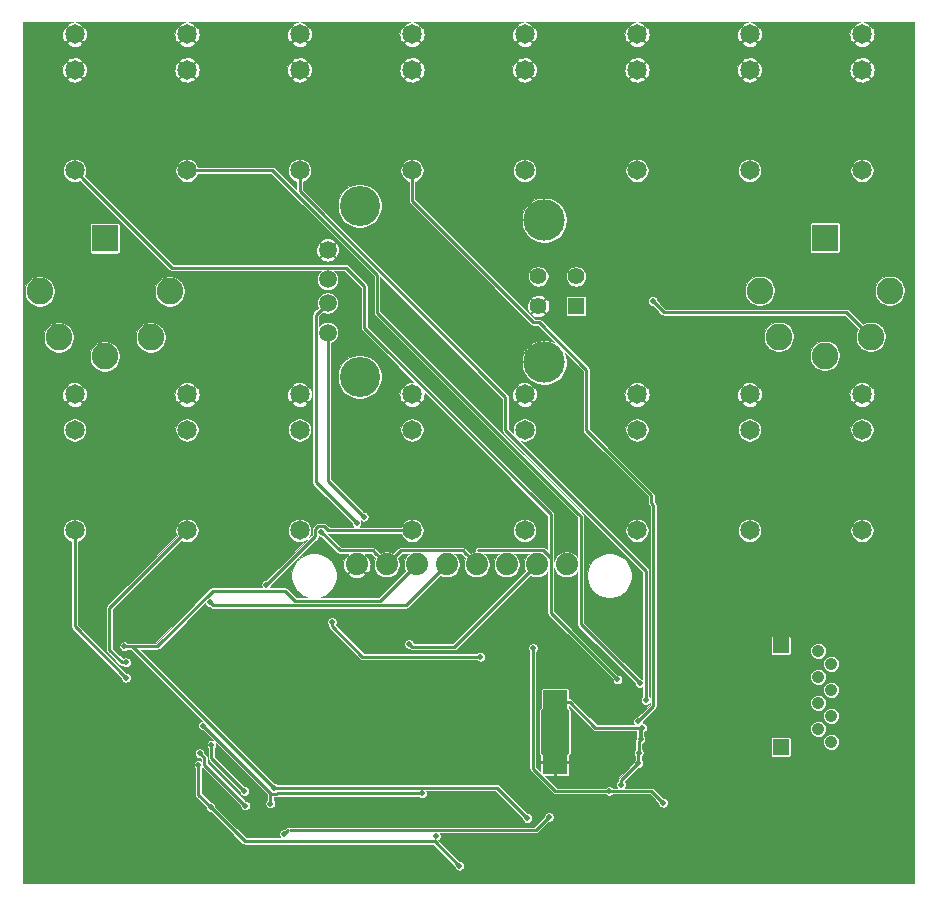
<source format=gbr>
G04 #@! TF.GenerationSoftware,KiCad,Pcbnew,(5.1.4-0-10_14)*
G04 #@! TF.CreationDate,2019-09-27T18:33:15+01:00*
G04 #@! TF.ProjectId,TopBreakout,546f7042-7265-4616-9b6f-75742e6b6963,rev?*
G04 #@! TF.SameCoordinates,Original*
G04 #@! TF.FileFunction,Copper,L1,Top*
G04 #@! TF.FilePolarity,Positive*
%FSLAX46Y46*%
G04 Gerber Fmt 4.6, Leading zero omitted, Abs format (unit mm)*
G04 Created by KiCad (PCBNEW (5.1.4-0-10_14)) date 2019-09-27 18:33:15*
%MOMM*%
%LPD*%
G04 APERTURE LIST*
%ADD10C,0.304800*%
%ADD11C,1.879600*%
%ADD12R,2.250000X2.250000*%
%ADD13C,2.250000*%
%ADD14R,1.998980X1.998980*%
%ADD15C,1.050000*%
%ADD16R,1.350000X1.350000*%
%ADD17C,1.650000*%
%ADD18C,3.400000*%
%ADD19C,1.500000*%
%ADD20C,1.420000*%
%ADD21R,1.420000X1.420000*%
%ADD22C,3.500000*%
%ADD23C,0.400000*%
%ADD24C,0.800000*%
%ADD25C,0.500000*%
%ADD26C,0.250000*%
%ADD27C,0.125000*%
%ADD28C,0.076200*%
G04 APERTURE END LIST*
D10*
X154813000Y-126873000D02*
X154813000Y-130429000D01*
X155067000Y-130429000D02*
X155067000Y-126873000D01*
X155321000Y-126873000D02*
X155321000Y-130429000D01*
X155575000Y-130429000D02*
X155575000Y-126873000D01*
X155829000Y-126873000D02*
X155829000Y-130429000D01*
X156083000Y-130429000D02*
X156083000Y-126873000D01*
X156337000Y-126873000D02*
X156337000Y-130429000D01*
X156591000Y-130429000D02*
X156591000Y-126873000D01*
X156845000Y-126873000D02*
X156845000Y-130429000D01*
D11*
X156824000Y-114481000D03*
X154284000Y-114481000D03*
X151744000Y-114481000D03*
X149204000Y-114481000D03*
X146664000Y-114481000D03*
X144124000Y-114481000D03*
X141584000Y-114481000D03*
X139044000Y-114481000D03*
D12*
X178689000Y-86813000D03*
D13*
X174799000Y-95203000D03*
X182579000Y-95203000D03*
X173189000Y-91313000D03*
X178689000Y-96813000D03*
X184189000Y-91313000D03*
D12*
X117729000Y-86868000D03*
D13*
X113839000Y-95258000D03*
X121619000Y-95258000D03*
X112229000Y-91368000D03*
X117729000Y-96868000D03*
X123229000Y-91368000D03*
D14*
X155829000Y-131191000D03*
X155829000Y-126111000D03*
D15*
X179225000Y-129491000D03*
X178125000Y-128391000D03*
X179225000Y-127291000D03*
X178125000Y-126191000D03*
X179225000Y-125091000D03*
X178125000Y-123991000D03*
X179225000Y-122891000D03*
X178125000Y-121791000D03*
D16*
X174955000Y-129941000D03*
X174955000Y-121341000D03*
D17*
X181839000Y-100091000D03*
X181839000Y-103091000D03*
X181839000Y-111591000D03*
X172314000Y-100091000D03*
X172314000Y-103091000D03*
X172314000Y-111591000D03*
X162789000Y-100091000D03*
X162789000Y-103091000D03*
X162789000Y-111591000D03*
X153264000Y-100091000D03*
X153264000Y-103091000D03*
X153264000Y-111591000D03*
X143739000Y-100091000D03*
X143739000Y-103091000D03*
X143739000Y-111591000D03*
X134214000Y-100091000D03*
X134214000Y-103091000D03*
X134214000Y-111591000D03*
X124689000Y-100091000D03*
X124689000Y-103091000D03*
X124689000Y-111591000D03*
X115164000Y-100091000D03*
X115164000Y-103091000D03*
X115164000Y-111591000D03*
X181839000Y-69611100D03*
X181839000Y-72611100D03*
X181839000Y-81111100D03*
X172314000Y-69611100D03*
X172314000Y-72611100D03*
X172314000Y-81111100D03*
X162789000Y-69611100D03*
X162789000Y-72611100D03*
X162789000Y-81111100D03*
X153264000Y-69611100D03*
X153264000Y-72611100D03*
X153264000Y-81111100D03*
X143739000Y-69611100D03*
X143739000Y-72611100D03*
X143739000Y-81111100D03*
X134214000Y-69611100D03*
X134214000Y-72611100D03*
X134214000Y-81111100D03*
X124689000Y-69611100D03*
X124689000Y-72611100D03*
X124689000Y-81111100D03*
X115164000Y-69611100D03*
X115164000Y-72611100D03*
X115164000Y-81111100D03*
D18*
X139294000Y-84111100D03*
X139294000Y-98591100D03*
D19*
X136584000Y-87851100D03*
X136584000Y-90351100D03*
X136584000Y-92351100D03*
X136584000Y-94851100D03*
D20*
X154424000Y-90101100D03*
X154424000Y-92601100D03*
X157624000Y-90101100D03*
D21*
X157624000Y-92601100D03*
D22*
X154924000Y-97371100D03*
X154924000Y-85331100D03*
D23*
X155956000Y-131318000D03*
X147828000Y-125476000D03*
X148082000Y-132334000D03*
X148082000Y-134366000D03*
X138938000Y-139446000D03*
X142494000Y-139446000D03*
X135382000Y-136144000D03*
X134112000Y-138938000D03*
X131826000Y-138938000D03*
X129794000Y-139954000D03*
X125730000Y-138430000D03*
X142240000Y-135382000D03*
X141986000Y-131572000D03*
X161798000Y-136398000D03*
X163830000Y-136398000D03*
X165354000Y-137414000D03*
X167132000Y-137414000D03*
X165354000Y-132842000D03*
X167132000Y-132842000D03*
X163830000Y-132842000D03*
X168402000Y-126492000D03*
X176276000Y-119634000D03*
X174498000Y-127254000D03*
X156718000Y-137668000D03*
X151130000Y-138176000D03*
X130048000Y-123698000D03*
X130048000Y-120142000D03*
X138938000Y-135382000D03*
X123444000Y-132334000D03*
X120650000Y-126746000D03*
X117094000Y-125222000D03*
X117602000Y-118110000D03*
X121666000Y-116840000D03*
X119634000Y-119634000D03*
X128270000Y-119634000D03*
X123190000Y-116840000D03*
X125730000Y-114300000D03*
X124460000Y-116840000D03*
X129032000Y-118618000D03*
X122428000Y-112268000D03*
X129540000Y-111760000D03*
X138938000Y-95250000D03*
X144526000Y-94996000D03*
X147574000Y-86868000D03*
X162306000Y-84074000D03*
X153924000Y-117094000D03*
X118872000Y-91186000D03*
X133858000Y-94996000D03*
X172466000Y-138938000D03*
X173228000Y-138938000D03*
X173990000Y-138938000D03*
X172212000Y-134366000D03*
X172212000Y-132842000D03*
X172212000Y-131318000D03*
X172212000Y-128270000D03*
X162306000Y-121920000D03*
X155956000Y-121158000D03*
X138938000Y-119126000D03*
X138938000Y-116332000D03*
D24*
X119888000Y-103886000D03*
X130302000Y-105664000D03*
X168910000Y-106172000D03*
X138684000Y-76454000D03*
D25*
X119509700Y-124073200D03*
X119509700Y-122764800D03*
X131393900Y-116203500D03*
X163016900Y-124539400D03*
X163526300Y-125946000D03*
X162879600Y-127763700D03*
X161136700Y-124218800D03*
X143494800Y-121208700D03*
X153505200Y-135965800D03*
X132037600Y-133391500D03*
X119380000Y-121412000D03*
X126615200Y-117688100D03*
X136052500Y-111738100D03*
X125659200Y-131455700D03*
X147737300Y-139984800D03*
X145754900Y-137470900D03*
X126683600Y-135011900D03*
X155322300Y-135865000D03*
X132901700Y-137313700D03*
X126045400Y-128118700D03*
X144585500Y-133873600D03*
X131736300Y-134731700D03*
X126752500Y-129745900D03*
X129530400Y-133651900D03*
X125754400Y-130472000D03*
X129623200Y-134897000D03*
X153972600Y-121570800D03*
X164997700Y-134660200D03*
X160420800Y-133667200D03*
X139641800Y-110435400D03*
X139048700Y-111004900D03*
X136949600Y-119355700D03*
X149516300Y-122297100D03*
X163091700Y-129254100D03*
X161441800Y-133114500D03*
X162904300Y-131291000D03*
X162939800Y-130415300D03*
X163242300Y-128305000D03*
X164119800Y-92190000D03*
D26*
X119509700Y-124073200D02*
X115164000Y-119727500D01*
X115164000Y-119727500D02*
X115164000Y-111591000D01*
X118110000Y-121718653D02*
X118110000Y-118170000D01*
X118110000Y-118170000D02*
X124689000Y-111591000D01*
X119509700Y-122764800D02*
X119156147Y-122764800D01*
X119156147Y-122764800D02*
X118110000Y-121718653D01*
X131393900Y-116203500D02*
X135329398Y-112268002D01*
X135552499Y-112097501D02*
X135552499Y-111498099D01*
X135329398Y-112268002D02*
X135381998Y-112268002D01*
X135381998Y-112268002D02*
X135552499Y-112097501D01*
X136284600Y-111238099D02*
X136634091Y-111587590D01*
X135552499Y-111498099D02*
X135812499Y-111238099D01*
X135812499Y-111238099D02*
X136284600Y-111238099D01*
X136634091Y-111587590D02*
X142568864Y-111587590D01*
X142568864Y-111587590D02*
X142572274Y-111591000D01*
X142572274Y-111591000D02*
X143739000Y-111591000D01*
X158013801Y-119536301D02*
X158013801Y-110388601D01*
X163016900Y-124539400D02*
X158013801Y-119536301D01*
X158013801Y-110388601D02*
X157797600Y-110172400D01*
X157797600Y-110172400D02*
X157670600Y-110045400D01*
X140779600Y-93154400D02*
X157797600Y-110172400D01*
X131911100Y-81111100D02*
X140779600Y-89979600D01*
X140779600Y-89979600D02*
X140779600Y-93154400D01*
X124689000Y-81111100D02*
X131911100Y-81111100D01*
X151644900Y-100314556D02*
X151644900Y-103125300D01*
X134214000Y-82883656D02*
X151644900Y-100314556D01*
X134214000Y-81111100D02*
X134214000Y-82883656D01*
X163526300Y-115006700D02*
X163526300Y-125946000D01*
X151644900Y-103125300D02*
X163526300Y-115006700D01*
X162879600Y-127763700D02*
X164151300Y-126492000D01*
X164151300Y-109442200D02*
X163981400Y-109272300D01*
X164151300Y-126492000D02*
X164151300Y-109442200D01*
X163981400Y-109272300D02*
X163981400Y-108609400D01*
X163981400Y-108609400D02*
X158496000Y-103124000D01*
X158496000Y-97983098D02*
X154492902Y-93980000D01*
X158496000Y-103124000D02*
X158496000Y-97983098D01*
X143739000Y-82277826D02*
X143739000Y-81111100D01*
X143739000Y-83699002D02*
X143739000Y-82277826D01*
X154019998Y-93980000D02*
X143739000Y-83699002D01*
X154492902Y-93980000D02*
X154019998Y-93980000D01*
D27*
X155554100Y-118636200D02*
X161136700Y-124218800D01*
D26*
X155473801Y-113909895D02*
X154855105Y-113291199D01*
X155473801Y-118555901D02*
X155473801Y-113909895D01*
X161136700Y-124218800D02*
X155473801Y-118555901D01*
X154855105Y-113291199D02*
X150614801Y-113291199D01*
X150614801Y-113291199D02*
X149359199Y-113291199D01*
X150614801Y-113291199D02*
X150375199Y-113291199D01*
X123403999Y-89351099D02*
X115988999Y-81936099D01*
X138119099Y-89351099D02*
X123403999Y-89351099D01*
X139700000Y-90932000D02*
X138119099Y-89351099D01*
X115988999Y-81936099D02*
X115164000Y-81111100D01*
X139700000Y-94460998D02*
X139700000Y-90932000D01*
X155473801Y-110234799D02*
X139700000Y-94460998D01*
X155473801Y-113909895D02*
X155473801Y-110234799D01*
X153344201Y-115420799D02*
X154284000Y-114481000D01*
X147306301Y-121458699D02*
X153344201Y-115420799D01*
X143744799Y-121458699D02*
X147306301Y-121458699D01*
X143494800Y-121208700D02*
X143744799Y-121458699D01*
X153255201Y-135715801D02*
X153505200Y-135965800D01*
X150912999Y-133373599D02*
X153255201Y-135715801D01*
X132121500Y-133391500D02*
X132139401Y-133373599D01*
X132139401Y-133373599D02*
X150912999Y-133373599D01*
X132037600Y-133391500D02*
X132121500Y-133391500D01*
X120058100Y-121412000D02*
X132037600Y-133391500D01*
X119380000Y-121412000D02*
X120058100Y-121412000D01*
X132959501Y-116703501D02*
X133819089Y-117563089D01*
X126859797Y-116703501D02*
X132959501Y-116703501D01*
X122151298Y-121412000D02*
X126859797Y-116703501D01*
X119380000Y-121412000D02*
X122151298Y-121412000D01*
X141041911Y-117563089D02*
X144124000Y-114481000D01*
X133819089Y-117563089D02*
X141041911Y-117563089D01*
X145724201Y-115420799D02*
X146664000Y-114481000D01*
X143206901Y-117938099D02*
X145724201Y-115420799D01*
X126865199Y-117938099D02*
X143206901Y-117938099D01*
X126615200Y-117688100D02*
X126865199Y-117938099D01*
X140394199Y-113291199D02*
X140644201Y-113541201D01*
X140644201Y-113541201D02*
X141584000Y-114481000D01*
X137605599Y-113291199D02*
X140394199Y-113291199D01*
X136052500Y-111738100D02*
X137605599Y-113291199D01*
X148264201Y-113541201D02*
X149204000Y-114481000D01*
X148014199Y-113291199D02*
X148264201Y-113541201D01*
X142773801Y-113291199D02*
X148014199Y-113291199D01*
X141584000Y-114481000D02*
X142773801Y-113291199D01*
D27*
X145569400Y-137816800D02*
X145569300Y-137816900D01*
X145569300Y-137816900D02*
X129488700Y-137816900D01*
X129488700Y-137816900D02*
X126683700Y-135011900D01*
X126683700Y-135011900D02*
X126683600Y-135011900D01*
X145569400Y-137816800D02*
X147737300Y-139984800D01*
X145754900Y-137470900D02*
X145754900Y-137631300D01*
X145754900Y-137631300D02*
X145569400Y-137816800D01*
D26*
X125659200Y-133987500D02*
X126683600Y-135011900D01*
X125659200Y-131455700D02*
X125659200Y-133987500D01*
X126683600Y-135011900D02*
X129593700Y-137922000D01*
X145674500Y-137922000D02*
X147737300Y-139984800D01*
X129593700Y-137922000D02*
X145674500Y-137922000D01*
X133192299Y-137063701D02*
X133274600Y-136981400D01*
X133151699Y-137063701D02*
X133192299Y-137063701D01*
X132901700Y-137313700D02*
X133151699Y-137063701D01*
X155072301Y-136114999D02*
X155322300Y-135865000D01*
X133435901Y-136970899D02*
X154216401Y-136970899D01*
X133425400Y-136981400D02*
X133435901Y-136970899D01*
X154216401Y-136970899D02*
X155072301Y-136114999D01*
D27*
X133425400Y-136981400D02*
X133274600Y-136981400D01*
X131736300Y-133873600D02*
X131736300Y-133809600D01*
X131736300Y-134731700D02*
X131736300Y-133873600D01*
X131736300Y-133873600D02*
X144585500Y-133873600D01*
D26*
X131736300Y-133809600D02*
X131736300Y-134731700D01*
X132295502Y-133873600D02*
X132277601Y-133891501D01*
X144585500Y-133873600D02*
X132295502Y-133873600D01*
X131551350Y-133624650D02*
X131736300Y-133809600D01*
X131818201Y-133891501D02*
X131551350Y-133624650D01*
X132277601Y-133891501D02*
X131818201Y-133891501D01*
X126045400Y-128118700D02*
X131551350Y-133624650D01*
X126752500Y-130874000D02*
X129530400Y-133651900D01*
X126752500Y-129745900D02*
X126752500Y-130874000D01*
X129373201Y-134647001D02*
X129623200Y-134897000D01*
X126159201Y-131433001D02*
X129373201Y-134647001D01*
X126159201Y-130876801D02*
X126159201Y-131433001D01*
X125754400Y-130472000D02*
X126159201Y-130876801D01*
X153972600Y-121570800D02*
X153972600Y-126951400D01*
X153972600Y-131783582D02*
X153972600Y-126951400D01*
X155856218Y-133667200D02*
X153972600Y-131783582D01*
X160420800Y-133667200D02*
X155856218Y-133667200D01*
X164004700Y-133667200D02*
X164997700Y-134660200D01*
X160420800Y-133667200D02*
X164004700Y-133667200D01*
D27*
X136584000Y-107377600D02*
X136584000Y-94851100D01*
D26*
X139391801Y-110185401D02*
X139391801Y-110181801D01*
X139641800Y-110435400D02*
X139391801Y-110185401D01*
X136653800Y-107443800D02*
X136650200Y-107443800D01*
X139391801Y-110181801D02*
X136653800Y-107443800D01*
D27*
X136650200Y-107443800D02*
X136584000Y-107377600D01*
D26*
X136584000Y-107374000D02*
X136584000Y-94851100D01*
X136653800Y-107443800D02*
X136584000Y-107374000D01*
X135834001Y-93101099D02*
X136584000Y-92351100D01*
X135583999Y-93351101D02*
X135834001Y-93101099D01*
X135583999Y-107540199D02*
X135583999Y-93351101D01*
X139048700Y-111004900D02*
X135583999Y-107540199D01*
X139537447Y-122297100D02*
X149162747Y-122297100D01*
X136949600Y-119709253D02*
X139537447Y-122297100D01*
X149162747Y-122297100D02*
X149516300Y-122297100D01*
X136949600Y-119355700D02*
X136949600Y-119709253D01*
D27*
X162939800Y-129254100D02*
X162939800Y-130415300D01*
X162939800Y-128305000D02*
X162939800Y-129254100D01*
X163091700Y-129254100D02*
X162939800Y-129254100D01*
X162939800Y-128305000D02*
X163242300Y-128305000D01*
X159210300Y-128305000D02*
X162939800Y-128305000D01*
X155829000Y-126111000D02*
X157016300Y-126111000D01*
X157016300Y-126111000D02*
X159210300Y-128305000D01*
D26*
X162888747Y-128305000D02*
X163242300Y-128305000D01*
X157078490Y-126111000D02*
X159272490Y-128305000D01*
X159272490Y-128305000D02*
X162888747Y-128305000D01*
X155829000Y-126111000D02*
X157078490Y-126111000D01*
X162904300Y-130450800D02*
X162939800Y-130415300D01*
X162904300Y-131291000D02*
X162904300Y-130450800D01*
X162939800Y-129406000D02*
X163091700Y-129254100D01*
X162939800Y-130415300D02*
X162939800Y-129406000D01*
X163091700Y-128455600D02*
X163242300Y-128305000D01*
X163091700Y-129254100D02*
X163091700Y-128455600D01*
X161441800Y-132753500D02*
X162904300Y-131291000D01*
X161441800Y-133114500D02*
X161441800Y-132753500D01*
X180510600Y-93134600D02*
X181454001Y-94078001D01*
X181454001Y-94078001D02*
X182579000Y-95203000D01*
X165064400Y-93134600D02*
X180510600Y-93134600D01*
X164119800Y-92190000D02*
X165064400Y-93134600D01*
D28*
G36*
X114934481Y-68565336D02*
G01*
X114734872Y-68630207D01*
X114586828Y-68709339D01*
X114495460Y-68853323D01*
X115164000Y-69521863D01*
X115832540Y-68853323D01*
X115741172Y-68709339D01*
X115554157Y-68614065D01*
X115352149Y-68557107D01*
X115315195Y-68554201D01*
X124553508Y-68554201D01*
X124459481Y-68565336D01*
X124259872Y-68630207D01*
X124111828Y-68709339D01*
X124020460Y-68853323D01*
X124689000Y-69521863D01*
X125357540Y-68853323D01*
X125266172Y-68709339D01*
X125079157Y-68614065D01*
X124877149Y-68557107D01*
X124840195Y-68554201D01*
X134078508Y-68554201D01*
X133984481Y-68565336D01*
X133784872Y-68630207D01*
X133636828Y-68709339D01*
X133545460Y-68853323D01*
X134214000Y-69521863D01*
X134882540Y-68853323D01*
X134791172Y-68709339D01*
X134604157Y-68614065D01*
X134402149Y-68557107D01*
X134365195Y-68554201D01*
X143603508Y-68554201D01*
X143509481Y-68565336D01*
X143309872Y-68630207D01*
X143161828Y-68709339D01*
X143070460Y-68853323D01*
X143739000Y-69521863D01*
X144407540Y-68853323D01*
X144316172Y-68709339D01*
X144129157Y-68614065D01*
X143927149Y-68557107D01*
X143890195Y-68554201D01*
X153128508Y-68554201D01*
X153034481Y-68565336D01*
X152834872Y-68630207D01*
X152686828Y-68709339D01*
X152595460Y-68853323D01*
X153264000Y-69521863D01*
X153932540Y-68853323D01*
X153841172Y-68709339D01*
X153654157Y-68614065D01*
X153452149Y-68557107D01*
X153415195Y-68554201D01*
X162653508Y-68554201D01*
X162559481Y-68565336D01*
X162359872Y-68630207D01*
X162211828Y-68709339D01*
X162120460Y-68853323D01*
X162789000Y-69521863D01*
X163457540Y-68853323D01*
X163366172Y-68709339D01*
X163179157Y-68614065D01*
X162977149Y-68557107D01*
X162940195Y-68554201D01*
X172178508Y-68554201D01*
X172084481Y-68565336D01*
X171884872Y-68630207D01*
X171736828Y-68709339D01*
X171645460Y-68853323D01*
X172314000Y-69521863D01*
X172982540Y-68853323D01*
X172891172Y-68709339D01*
X172704157Y-68614065D01*
X172502149Y-68557107D01*
X172465195Y-68554201D01*
X181703508Y-68554201D01*
X181609481Y-68565336D01*
X181409872Y-68630207D01*
X181261828Y-68709339D01*
X181170460Y-68853323D01*
X181839000Y-69521863D01*
X182507540Y-68853323D01*
X182416172Y-68709339D01*
X182229157Y-68614065D01*
X182027149Y-68557107D01*
X181990195Y-68554201D01*
X186220454Y-68554201D01*
X186220545Y-113119940D01*
X186220454Y-141452999D01*
X125955457Y-141452999D01*
X125955449Y-141453000D01*
X118341652Y-141452731D01*
X118335458Y-141452731D01*
X110781656Y-141452998D01*
X110781656Y-131415013D01*
X125246100Y-131415013D01*
X125246100Y-131496387D01*
X125261975Y-131576197D01*
X125293115Y-131651376D01*
X125338324Y-131719036D01*
X125371100Y-131751812D01*
X125371101Y-133973355D01*
X125369708Y-133987500D01*
X125375270Y-134043977D01*
X125390302Y-134093531D01*
X125391744Y-134098284D01*
X125418496Y-134148334D01*
X125429466Y-134161700D01*
X125445300Y-134180993D01*
X125454499Y-134192202D01*
X125465481Y-134201215D01*
X126270500Y-135006235D01*
X126270500Y-135052587D01*
X126286375Y-135132397D01*
X126317515Y-135207576D01*
X126362724Y-135275236D01*
X126420264Y-135332776D01*
X126487924Y-135377985D01*
X126563103Y-135409125D01*
X126642913Y-135425000D01*
X126689266Y-135425000D01*
X129379982Y-138115717D01*
X129388998Y-138126702D01*
X129432866Y-138162705D01*
X129482916Y-138189457D01*
X129501832Y-138195195D01*
X129537222Y-138205931D01*
X129566959Y-138208859D01*
X129579558Y-138210100D01*
X129579563Y-138210100D01*
X129593700Y-138211492D01*
X129607837Y-138210100D01*
X145555166Y-138210100D01*
X147324200Y-139979135D01*
X147324200Y-140025487D01*
X147340075Y-140105297D01*
X147371215Y-140180476D01*
X147416424Y-140248136D01*
X147473964Y-140305676D01*
X147541624Y-140350885D01*
X147616803Y-140382025D01*
X147696613Y-140397900D01*
X147777987Y-140397900D01*
X147857797Y-140382025D01*
X147932976Y-140350885D01*
X148000636Y-140305676D01*
X148058176Y-140248136D01*
X148103385Y-140180476D01*
X148134525Y-140105297D01*
X148150400Y-140025487D01*
X148150400Y-139944113D01*
X148134525Y-139864303D01*
X148103385Y-139789124D01*
X148058176Y-139721464D01*
X148000636Y-139663924D01*
X147932976Y-139618715D01*
X147857797Y-139587575D01*
X147777987Y-139571700D01*
X147731635Y-139571700D01*
X145978357Y-137818423D01*
X146018236Y-137791776D01*
X146075776Y-137734236D01*
X146120985Y-137666576D01*
X146152125Y-137591397D01*
X146168000Y-137511587D01*
X146168000Y-137430213D01*
X146152125Y-137350403D01*
X146120985Y-137275224D01*
X146110144Y-137258999D01*
X154202267Y-137258999D01*
X154216401Y-137260391D01*
X154230535Y-137258999D01*
X154230543Y-137258999D01*
X154272878Y-137254829D01*
X154327185Y-137238356D01*
X154377235Y-137211604D01*
X154421103Y-137175601D01*
X154430121Y-137164613D01*
X155286018Y-136308717D01*
X155286022Y-136308712D01*
X155316634Y-136278100D01*
X155362987Y-136278100D01*
X155442797Y-136262225D01*
X155517976Y-136231085D01*
X155585636Y-136185876D01*
X155643176Y-136128336D01*
X155688385Y-136060676D01*
X155719525Y-135985497D01*
X155735400Y-135905687D01*
X155735400Y-135824313D01*
X155719525Y-135744503D01*
X155688385Y-135669324D01*
X155643176Y-135601664D01*
X155585636Y-135544124D01*
X155517976Y-135498915D01*
X155442797Y-135467775D01*
X155362987Y-135451900D01*
X155281613Y-135451900D01*
X155201803Y-135467775D01*
X155126624Y-135498915D01*
X155058964Y-135544124D01*
X155001424Y-135601664D01*
X154956215Y-135669324D01*
X154925075Y-135744503D01*
X154909200Y-135824313D01*
X154909200Y-135870666D01*
X154878588Y-135901278D01*
X154878583Y-135901282D01*
X154097067Y-136682799D01*
X133450038Y-136682799D01*
X133435901Y-136681407D01*
X133421764Y-136682799D01*
X133421759Y-136682799D01*
X133407835Y-136684170D01*
X133379424Y-136686968D01*
X133337940Y-136699552D01*
X133331077Y-136697470D01*
X133274599Y-136691908D01*
X133218122Y-136697470D01*
X133163816Y-136713944D01*
X133113767Y-136740697D01*
X133080883Y-136767683D01*
X133057289Y-136791277D01*
X133040915Y-136796244D01*
X132990865Y-136822996D01*
X132946997Y-136858999D01*
X132937983Y-136869982D01*
X132907365Y-136900600D01*
X132861013Y-136900600D01*
X132781203Y-136916475D01*
X132706024Y-136947615D01*
X132638364Y-136992824D01*
X132580824Y-137050364D01*
X132535615Y-137118024D01*
X132504475Y-137193203D01*
X132488600Y-137273013D01*
X132488600Y-137354387D01*
X132504475Y-137434197D01*
X132535615Y-137509376D01*
X132580824Y-137577036D01*
X132595088Y-137591300D01*
X129670435Y-137591300D01*
X127096700Y-135017566D01*
X127096700Y-134971213D01*
X127080825Y-134891403D01*
X127049685Y-134816224D01*
X127004476Y-134748564D01*
X126946936Y-134691024D01*
X126879276Y-134645815D01*
X126804097Y-134614675D01*
X126724287Y-134598800D01*
X126677935Y-134598800D01*
X125947300Y-133868166D01*
X125947300Y-131751812D01*
X125980076Y-131719036D01*
X126003198Y-131684432D01*
X129179483Y-134860718D01*
X129179488Y-134860722D01*
X129210100Y-134891334D01*
X129210100Y-134937687D01*
X129225975Y-135017497D01*
X129257115Y-135092676D01*
X129302324Y-135160336D01*
X129359864Y-135217876D01*
X129427524Y-135263085D01*
X129502703Y-135294225D01*
X129582513Y-135310100D01*
X129663887Y-135310100D01*
X129743697Y-135294225D01*
X129818876Y-135263085D01*
X129886536Y-135217876D01*
X129944076Y-135160336D01*
X129989285Y-135092676D01*
X130020425Y-135017497D01*
X130036300Y-134937687D01*
X130036300Y-134856313D01*
X130020425Y-134776503D01*
X129989285Y-134701324D01*
X129944076Y-134633664D01*
X129886536Y-134576124D01*
X129818876Y-134530915D01*
X129743697Y-134499775D01*
X129663887Y-134483900D01*
X129617534Y-134483900D01*
X129586922Y-134453288D01*
X129586918Y-134453283D01*
X126447301Y-131313667D01*
X126447301Y-130890935D01*
X126448693Y-130876800D01*
X126447301Y-130862666D01*
X126447301Y-130862659D01*
X126443131Y-130820324D01*
X126442282Y-130817523D01*
X126434805Y-130792876D01*
X126426658Y-130766017D01*
X126399906Y-130715967D01*
X126363903Y-130672099D01*
X126352922Y-130663087D01*
X126167500Y-130477665D01*
X126167500Y-130431313D01*
X126151625Y-130351503D01*
X126120485Y-130276324D01*
X126075276Y-130208664D01*
X126017736Y-130151124D01*
X125950076Y-130105915D01*
X125874897Y-130074775D01*
X125795087Y-130058900D01*
X125713713Y-130058900D01*
X125633903Y-130074775D01*
X125558724Y-130105915D01*
X125491064Y-130151124D01*
X125433524Y-130208664D01*
X125388315Y-130276324D01*
X125357175Y-130351503D01*
X125341300Y-130431313D01*
X125341300Y-130512687D01*
X125357175Y-130592497D01*
X125388315Y-130667676D01*
X125433524Y-130735336D01*
X125491064Y-130792876D01*
X125558724Y-130838085D01*
X125633903Y-130869225D01*
X125713713Y-130885100D01*
X125760065Y-130885100D01*
X125871101Y-130996136D01*
X125871101Y-131100456D01*
X125854876Y-131089615D01*
X125779697Y-131058475D01*
X125699887Y-131042600D01*
X125618513Y-131042600D01*
X125538703Y-131058475D01*
X125463524Y-131089615D01*
X125395864Y-131134824D01*
X125338324Y-131192364D01*
X125293115Y-131260024D01*
X125261975Y-131335203D01*
X125246100Y-131415013D01*
X110781656Y-131415013D01*
X110781656Y-111493681D01*
X114175900Y-111493681D01*
X114175900Y-111688319D01*
X114213872Y-111879218D01*
X114288357Y-112059041D01*
X114396493Y-112220877D01*
X114534123Y-112358507D01*
X114695959Y-112466643D01*
X114875782Y-112541128D01*
X114875901Y-112541152D01*
X114875900Y-119713365D01*
X114874508Y-119727500D01*
X114875900Y-119741634D01*
X114875900Y-119741641D01*
X114880070Y-119783976D01*
X114896543Y-119838283D01*
X114923295Y-119888333D01*
X114959298Y-119932202D01*
X114970286Y-119941220D01*
X119096600Y-124067535D01*
X119096600Y-124113887D01*
X119112475Y-124193697D01*
X119143615Y-124268876D01*
X119188824Y-124336536D01*
X119246364Y-124394076D01*
X119314024Y-124439285D01*
X119389203Y-124470425D01*
X119469013Y-124486300D01*
X119550387Y-124486300D01*
X119630197Y-124470425D01*
X119705376Y-124439285D01*
X119773036Y-124394076D01*
X119830576Y-124336536D01*
X119875785Y-124268876D01*
X119906925Y-124193697D01*
X119922800Y-124113887D01*
X119922800Y-124032513D01*
X119906925Y-123952703D01*
X119875785Y-123877524D01*
X119830576Y-123809864D01*
X119773036Y-123752324D01*
X119705376Y-123707115D01*
X119630197Y-123675975D01*
X119550387Y-123660100D01*
X119504035Y-123660100D01*
X115452100Y-119608166D01*
X115452100Y-118170000D01*
X117820508Y-118170000D01*
X117821901Y-118184145D01*
X117821900Y-121704518D01*
X117820508Y-121718653D01*
X117821900Y-121732787D01*
X117821900Y-121732794D01*
X117823417Y-121748191D01*
X117826070Y-121775130D01*
X117831067Y-121791603D01*
X117842543Y-121829436D01*
X117869295Y-121879486D01*
X117905298Y-121923355D01*
X117916286Y-121932373D01*
X118942432Y-122958520D01*
X118951445Y-122969502D01*
X118995313Y-123005505D01*
X119045363Y-123032257D01*
X119083196Y-123043733D01*
X119099669Y-123048730D01*
X119105300Y-123049285D01*
X119142005Y-123052900D01*
X119142012Y-123052900D01*
X119156146Y-123054292D01*
X119170281Y-123052900D01*
X119213588Y-123052900D01*
X119246364Y-123085676D01*
X119314024Y-123130885D01*
X119389203Y-123162025D01*
X119469013Y-123177900D01*
X119550387Y-123177900D01*
X119630197Y-123162025D01*
X119705376Y-123130885D01*
X119773036Y-123085676D01*
X119830576Y-123028136D01*
X119875785Y-122960476D01*
X119906925Y-122885297D01*
X119922800Y-122805487D01*
X119922800Y-122724113D01*
X119906925Y-122644303D01*
X119875785Y-122569124D01*
X119830576Y-122501464D01*
X119773036Y-122443924D01*
X119705376Y-122398715D01*
X119630197Y-122367575D01*
X119550387Y-122351700D01*
X119469013Y-122351700D01*
X119389203Y-122367575D01*
X119314024Y-122398715D01*
X119246364Y-122443924D01*
X119244535Y-122445753D01*
X118398100Y-121599319D01*
X118398100Y-118289334D01*
X124220859Y-112466576D01*
X124220959Y-112466643D01*
X124400782Y-112541128D01*
X124591681Y-112579100D01*
X124786319Y-112579100D01*
X124977218Y-112541128D01*
X125157041Y-112466643D01*
X125318877Y-112358507D01*
X125456507Y-112220877D01*
X125564643Y-112059041D01*
X125639128Y-111879218D01*
X125677100Y-111688319D01*
X125677100Y-111493681D01*
X125639128Y-111302782D01*
X125564643Y-111122959D01*
X125456507Y-110961123D01*
X125318877Y-110823493D01*
X125157041Y-110715357D01*
X124977218Y-110640872D01*
X124786319Y-110602900D01*
X124591681Y-110602900D01*
X124400782Y-110640872D01*
X124220959Y-110715357D01*
X124059123Y-110823493D01*
X123921493Y-110961123D01*
X123813357Y-111122959D01*
X123738872Y-111302782D01*
X123700900Y-111493681D01*
X123700900Y-111688319D01*
X123738872Y-111879218D01*
X123813357Y-112059041D01*
X123813424Y-112059141D01*
X117916281Y-117956285D01*
X117905299Y-117965298D01*
X117869296Y-118009166D01*
X117848067Y-118048883D01*
X117842544Y-118059216D01*
X117826070Y-118113523D01*
X117820508Y-118170000D01*
X115452100Y-118170000D01*
X115452100Y-112541151D01*
X115452218Y-112541128D01*
X115632041Y-112466643D01*
X115793877Y-112358507D01*
X115931507Y-112220877D01*
X116039643Y-112059041D01*
X116114128Y-111879218D01*
X116152100Y-111688319D01*
X116152100Y-111493681D01*
X116114128Y-111302782D01*
X116039643Y-111122959D01*
X115931507Y-110961123D01*
X115793877Y-110823493D01*
X115632041Y-110715357D01*
X115452218Y-110640872D01*
X115261319Y-110602900D01*
X115066681Y-110602900D01*
X114875782Y-110640872D01*
X114695959Y-110715357D01*
X114534123Y-110823493D01*
X114396493Y-110961123D01*
X114288357Y-111122959D01*
X114213872Y-111302782D01*
X114175900Y-111493681D01*
X110781656Y-111493681D01*
X110781656Y-102993681D01*
X114175900Y-102993681D01*
X114175900Y-103188319D01*
X114213872Y-103379218D01*
X114288357Y-103559041D01*
X114396493Y-103720877D01*
X114534123Y-103858507D01*
X114695959Y-103966643D01*
X114875782Y-104041128D01*
X115066681Y-104079100D01*
X115261319Y-104079100D01*
X115452218Y-104041128D01*
X115632041Y-103966643D01*
X115793877Y-103858507D01*
X115931507Y-103720877D01*
X116039643Y-103559041D01*
X116114128Y-103379218D01*
X116152100Y-103188319D01*
X116152100Y-102993681D01*
X123700900Y-102993681D01*
X123700900Y-103188319D01*
X123738872Y-103379218D01*
X123813357Y-103559041D01*
X123921493Y-103720877D01*
X124059123Y-103858507D01*
X124220959Y-103966643D01*
X124400782Y-104041128D01*
X124591681Y-104079100D01*
X124786319Y-104079100D01*
X124977218Y-104041128D01*
X125157041Y-103966643D01*
X125318877Y-103858507D01*
X125456507Y-103720877D01*
X125564643Y-103559041D01*
X125639128Y-103379218D01*
X125677100Y-103188319D01*
X125677100Y-102993681D01*
X133225900Y-102993681D01*
X133225900Y-103188319D01*
X133263872Y-103379218D01*
X133338357Y-103559041D01*
X133446493Y-103720877D01*
X133584123Y-103858507D01*
X133745959Y-103966643D01*
X133925782Y-104041128D01*
X134116681Y-104079100D01*
X134311319Y-104079100D01*
X134502218Y-104041128D01*
X134682041Y-103966643D01*
X134843877Y-103858507D01*
X134981507Y-103720877D01*
X135089643Y-103559041D01*
X135164128Y-103379218D01*
X135202100Y-103188319D01*
X135202100Y-102993681D01*
X135164128Y-102802782D01*
X135089643Y-102622959D01*
X134981507Y-102461123D01*
X134843877Y-102323493D01*
X134682041Y-102215357D01*
X134502218Y-102140872D01*
X134311319Y-102102900D01*
X134116681Y-102102900D01*
X133925782Y-102140872D01*
X133745959Y-102215357D01*
X133584123Y-102323493D01*
X133446493Y-102461123D01*
X133338357Y-102622959D01*
X133263872Y-102802782D01*
X133225900Y-102993681D01*
X125677100Y-102993681D01*
X125639128Y-102802782D01*
X125564643Y-102622959D01*
X125456507Y-102461123D01*
X125318877Y-102323493D01*
X125157041Y-102215357D01*
X124977218Y-102140872D01*
X124786319Y-102102900D01*
X124591681Y-102102900D01*
X124400782Y-102140872D01*
X124220959Y-102215357D01*
X124059123Y-102323493D01*
X123921493Y-102461123D01*
X123813357Y-102622959D01*
X123738872Y-102802782D01*
X123700900Y-102993681D01*
X116152100Y-102993681D01*
X116114128Y-102802782D01*
X116039643Y-102622959D01*
X115931507Y-102461123D01*
X115793877Y-102323493D01*
X115632041Y-102215357D01*
X115452218Y-102140872D01*
X115261319Y-102102900D01*
X115066681Y-102102900D01*
X114875782Y-102140872D01*
X114695959Y-102215357D01*
X114534123Y-102323493D01*
X114396493Y-102461123D01*
X114288357Y-102622959D01*
X114213872Y-102802782D01*
X114175900Y-102993681D01*
X110781656Y-102993681D01*
X110781656Y-100848777D01*
X114495460Y-100848777D01*
X114586828Y-100992761D01*
X114773843Y-101088035D01*
X114975851Y-101144993D01*
X115185090Y-101161447D01*
X115393519Y-101136764D01*
X115593128Y-101071893D01*
X115741172Y-100992761D01*
X115832540Y-100848777D01*
X124020460Y-100848777D01*
X124111828Y-100992761D01*
X124298843Y-101088035D01*
X124500851Y-101144993D01*
X124710090Y-101161447D01*
X124918519Y-101136764D01*
X125118128Y-101071893D01*
X125266172Y-100992761D01*
X125357540Y-100848777D01*
X133545460Y-100848777D01*
X133636828Y-100992761D01*
X133823843Y-101088035D01*
X134025851Y-101144993D01*
X134235090Y-101161447D01*
X134443519Y-101136764D01*
X134643128Y-101071893D01*
X134791172Y-100992761D01*
X134882540Y-100848777D01*
X134214000Y-100180237D01*
X133545460Y-100848777D01*
X125357540Y-100848777D01*
X124689000Y-100180237D01*
X124020460Y-100848777D01*
X115832540Y-100848777D01*
X115164000Y-100180237D01*
X114495460Y-100848777D01*
X110781656Y-100848777D01*
X110781656Y-100112090D01*
X114093553Y-100112090D01*
X114118236Y-100320519D01*
X114183107Y-100520128D01*
X114262239Y-100668172D01*
X114406223Y-100759540D01*
X115074763Y-100091000D01*
X115253237Y-100091000D01*
X115921777Y-100759540D01*
X116065761Y-100668172D01*
X116161035Y-100481157D01*
X116217993Y-100279149D01*
X116231130Y-100112090D01*
X123618553Y-100112090D01*
X123643236Y-100320519D01*
X123708107Y-100520128D01*
X123787239Y-100668172D01*
X123931223Y-100759540D01*
X124599763Y-100091000D01*
X124778237Y-100091000D01*
X125446777Y-100759540D01*
X125590761Y-100668172D01*
X125686035Y-100481157D01*
X125742993Y-100279149D01*
X125756130Y-100112090D01*
X133143553Y-100112090D01*
X133168236Y-100320519D01*
X133233107Y-100520128D01*
X133312239Y-100668172D01*
X133456223Y-100759540D01*
X134124763Y-100091000D01*
X134303237Y-100091000D01*
X134971777Y-100759540D01*
X135115761Y-100668172D01*
X135211035Y-100481157D01*
X135267993Y-100279149D01*
X135284447Y-100069910D01*
X135259764Y-99861481D01*
X135194893Y-99661872D01*
X135115761Y-99513828D01*
X134971777Y-99422460D01*
X134303237Y-100091000D01*
X134124763Y-100091000D01*
X133456223Y-99422460D01*
X133312239Y-99513828D01*
X133216965Y-99700843D01*
X133160007Y-99902851D01*
X133143553Y-100112090D01*
X125756130Y-100112090D01*
X125759447Y-100069910D01*
X125734764Y-99861481D01*
X125669893Y-99661872D01*
X125590761Y-99513828D01*
X125446777Y-99422460D01*
X124778237Y-100091000D01*
X124599763Y-100091000D01*
X123931223Y-99422460D01*
X123787239Y-99513828D01*
X123691965Y-99700843D01*
X123635007Y-99902851D01*
X123618553Y-100112090D01*
X116231130Y-100112090D01*
X116234447Y-100069910D01*
X116209764Y-99861481D01*
X116144893Y-99661872D01*
X116065761Y-99513828D01*
X115921777Y-99422460D01*
X115253237Y-100091000D01*
X115074763Y-100091000D01*
X114406223Y-99422460D01*
X114262239Y-99513828D01*
X114166965Y-99700843D01*
X114110007Y-99902851D01*
X114093553Y-100112090D01*
X110781656Y-100112090D01*
X110781656Y-99333223D01*
X114495460Y-99333223D01*
X115164000Y-100001763D01*
X115832540Y-99333223D01*
X124020460Y-99333223D01*
X124689000Y-100001763D01*
X125357540Y-99333223D01*
X133545460Y-99333223D01*
X134214000Y-100001763D01*
X134882540Y-99333223D01*
X134791172Y-99189239D01*
X134604157Y-99093965D01*
X134402149Y-99037007D01*
X134192910Y-99020553D01*
X133984481Y-99045236D01*
X133784872Y-99110107D01*
X133636828Y-99189239D01*
X133545460Y-99333223D01*
X125357540Y-99333223D01*
X125266172Y-99189239D01*
X125079157Y-99093965D01*
X124877149Y-99037007D01*
X124667910Y-99020553D01*
X124459481Y-99045236D01*
X124259872Y-99110107D01*
X124111828Y-99189239D01*
X124020460Y-99333223D01*
X115832540Y-99333223D01*
X115741172Y-99189239D01*
X115554157Y-99093965D01*
X115352149Y-99037007D01*
X115142910Y-99020553D01*
X114934481Y-99045236D01*
X114734872Y-99110107D01*
X114586828Y-99189239D01*
X114495460Y-99333223D01*
X110781656Y-99333223D01*
X110781656Y-96741133D01*
X116440900Y-96741133D01*
X116440900Y-96994867D01*
X116490401Y-97243725D01*
X116587500Y-97478144D01*
X116728467Y-97689116D01*
X116907884Y-97868533D01*
X117118856Y-98009500D01*
X117353275Y-98106599D01*
X117602133Y-98156100D01*
X117855867Y-98156100D01*
X118104725Y-98106599D01*
X118339144Y-98009500D01*
X118550116Y-97868533D01*
X118729533Y-97689116D01*
X118870500Y-97478144D01*
X118967599Y-97243725D01*
X119017100Y-96994867D01*
X119017100Y-96741133D01*
X118967599Y-96492275D01*
X118870500Y-96257856D01*
X118729533Y-96046884D01*
X118550116Y-95867467D01*
X118339144Y-95726500D01*
X118104725Y-95629401D01*
X117855867Y-95579900D01*
X117602133Y-95579900D01*
X117353275Y-95629401D01*
X117118856Y-95726500D01*
X116907884Y-95867467D01*
X116728467Y-96046884D01*
X116587500Y-96257856D01*
X116490401Y-96492275D01*
X116440900Y-96741133D01*
X110781656Y-96741133D01*
X110781656Y-95131133D01*
X112550900Y-95131133D01*
X112550900Y-95384867D01*
X112600401Y-95633725D01*
X112697500Y-95868144D01*
X112838467Y-96079116D01*
X113017884Y-96258533D01*
X113228856Y-96399500D01*
X113463275Y-96496599D01*
X113712133Y-96546100D01*
X113965867Y-96546100D01*
X114214725Y-96496599D01*
X114449144Y-96399500D01*
X114660116Y-96258533D01*
X114839533Y-96079116D01*
X114980500Y-95868144D01*
X115077599Y-95633725D01*
X115127100Y-95384867D01*
X115127100Y-95131133D01*
X120330900Y-95131133D01*
X120330900Y-95384867D01*
X120380401Y-95633725D01*
X120477500Y-95868144D01*
X120618467Y-96079116D01*
X120797884Y-96258533D01*
X121008856Y-96399500D01*
X121243275Y-96496599D01*
X121492133Y-96546100D01*
X121745867Y-96546100D01*
X121994725Y-96496599D01*
X122229144Y-96399500D01*
X122440116Y-96258533D01*
X122619533Y-96079116D01*
X122760500Y-95868144D01*
X122857599Y-95633725D01*
X122907100Y-95384867D01*
X122907100Y-95131133D01*
X122857599Y-94882275D01*
X122760500Y-94647856D01*
X122619533Y-94436884D01*
X122440116Y-94257467D01*
X122229144Y-94116500D01*
X121994725Y-94019401D01*
X121745867Y-93969900D01*
X121492133Y-93969900D01*
X121243275Y-94019401D01*
X121008856Y-94116500D01*
X120797884Y-94257467D01*
X120618467Y-94436884D01*
X120477500Y-94647856D01*
X120380401Y-94882275D01*
X120330900Y-95131133D01*
X115127100Y-95131133D01*
X115077599Y-94882275D01*
X114980500Y-94647856D01*
X114839533Y-94436884D01*
X114660116Y-94257467D01*
X114449144Y-94116500D01*
X114214725Y-94019401D01*
X113965867Y-93969900D01*
X113712133Y-93969900D01*
X113463275Y-94019401D01*
X113228856Y-94116500D01*
X113017884Y-94257467D01*
X112838467Y-94436884D01*
X112697500Y-94647856D01*
X112600401Y-94882275D01*
X112550900Y-95131133D01*
X110781656Y-95131133D01*
X110781656Y-91241133D01*
X110940900Y-91241133D01*
X110940900Y-91494867D01*
X110990401Y-91743725D01*
X111087500Y-91978144D01*
X111228467Y-92189116D01*
X111407884Y-92368533D01*
X111618856Y-92509500D01*
X111853275Y-92606599D01*
X112102133Y-92656100D01*
X112355867Y-92656100D01*
X112604725Y-92606599D01*
X112839144Y-92509500D01*
X113050116Y-92368533D01*
X113229533Y-92189116D01*
X113370500Y-91978144D01*
X113467599Y-91743725D01*
X113517100Y-91494867D01*
X113517100Y-91241133D01*
X121940900Y-91241133D01*
X121940900Y-91494867D01*
X121990401Y-91743725D01*
X122087500Y-91978144D01*
X122228467Y-92189116D01*
X122407884Y-92368533D01*
X122618856Y-92509500D01*
X122853275Y-92606599D01*
X123102133Y-92656100D01*
X123355867Y-92656100D01*
X123604725Y-92606599D01*
X123839144Y-92509500D01*
X124050116Y-92368533D01*
X124229533Y-92189116D01*
X124370500Y-91978144D01*
X124467599Y-91743725D01*
X124517100Y-91494867D01*
X124517100Y-91241133D01*
X124467599Y-90992275D01*
X124370500Y-90757856D01*
X124229533Y-90546884D01*
X124050116Y-90367467D01*
X123839144Y-90226500D01*
X123604725Y-90129401D01*
X123355867Y-90079900D01*
X123102133Y-90079900D01*
X122853275Y-90129401D01*
X122618856Y-90226500D01*
X122407884Y-90367467D01*
X122228467Y-90546884D01*
X122087500Y-90757856D01*
X121990401Y-90992275D01*
X121940900Y-91241133D01*
X113517100Y-91241133D01*
X113467599Y-90992275D01*
X113370500Y-90757856D01*
X113229533Y-90546884D01*
X113050116Y-90367467D01*
X112839144Y-90226500D01*
X112604725Y-90129401D01*
X112355867Y-90079900D01*
X112102133Y-90079900D01*
X111853275Y-90129401D01*
X111618856Y-90226500D01*
X111407884Y-90367467D01*
X111228467Y-90546884D01*
X111087500Y-90757856D01*
X110990401Y-90992275D01*
X110940900Y-91241133D01*
X110781656Y-91241133D01*
X110781656Y-85743000D01*
X116440111Y-85743000D01*
X116440111Y-87993000D01*
X116443260Y-88024973D01*
X116452586Y-88055718D01*
X116467731Y-88084052D01*
X116488113Y-88108887D01*
X116512948Y-88129269D01*
X116541282Y-88144414D01*
X116572027Y-88153740D01*
X116604000Y-88156889D01*
X118854000Y-88156889D01*
X118885973Y-88153740D01*
X118916718Y-88144414D01*
X118945052Y-88129269D01*
X118969887Y-88108887D01*
X118990269Y-88084052D01*
X119005414Y-88055718D01*
X119014740Y-88024973D01*
X119017889Y-87993000D01*
X119017889Y-85743000D01*
X119014740Y-85711027D01*
X119005414Y-85680282D01*
X118990269Y-85651948D01*
X118969887Y-85627113D01*
X118945052Y-85606731D01*
X118916718Y-85591586D01*
X118885973Y-85582260D01*
X118854000Y-85579111D01*
X116604000Y-85579111D01*
X116572027Y-85582260D01*
X116541282Y-85591586D01*
X116512948Y-85606731D01*
X116488113Y-85627113D01*
X116467731Y-85651948D01*
X116452586Y-85680282D01*
X116443260Y-85711027D01*
X116440111Y-85743000D01*
X110781656Y-85743000D01*
X110781656Y-81013781D01*
X114175900Y-81013781D01*
X114175900Y-81208419D01*
X114213872Y-81399318D01*
X114288357Y-81579141D01*
X114396493Y-81740977D01*
X114534123Y-81878607D01*
X114695959Y-81986743D01*
X114875782Y-82061228D01*
X115066681Y-82099200D01*
X115261319Y-82099200D01*
X115452218Y-82061228D01*
X115632041Y-81986743D01*
X115632141Y-81986676D01*
X115795281Y-82149816D01*
X115795287Y-82149821D01*
X123190281Y-89544816D01*
X123199297Y-89555801D01*
X123243165Y-89591804D01*
X123275781Y-89609237D01*
X123293214Y-89618556D01*
X123347521Y-89635030D01*
X123377258Y-89637958D01*
X123389857Y-89639199D01*
X123389862Y-89639199D01*
X123403999Y-89640591D01*
X123418136Y-89639199D01*
X136005899Y-89639199D01*
X136001933Y-89641849D01*
X135874749Y-89769033D01*
X135774821Y-89918585D01*
X135705990Y-90084759D01*
X135670900Y-90261168D01*
X135670900Y-90441032D01*
X135705990Y-90617441D01*
X135774821Y-90783615D01*
X135874749Y-90933167D01*
X136001933Y-91060351D01*
X136151485Y-91160279D01*
X136317659Y-91229110D01*
X136494068Y-91264200D01*
X136673932Y-91264200D01*
X136850341Y-91229110D01*
X137016515Y-91160279D01*
X137166067Y-91060351D01*
X137293251Y-90933167D01*
X137393179Y-90783615D01*
X137462010Y-90617441D01*
X137497100Y-90441032D01*
X137497100Y-90261168D01*
X137462010Y-90084759D01*
X137393179Y-89918585D01*
X137293251Y-89769033D01*
X137166067Y-89641849D01*
X137162101Y-89639199D01*
X137999765Y-89639199D01*
X139411901Y-91051336D01*
X139411900Y-94446863D01*
X139410508Y-94460998D01*
X139411900Y-94475132D01*
X139411900Y-94475139D01*
X139416070Y-94517474D01*
X139432543Y-94571781D01*
X139459295Y-94621831D01*
X139495298Y-94665700D01*
X139506286Y-94674718D01*
X143863575Y-99032008D01*
X143717910Y-99020553D01*
X143509481Y-99045236D01*
X143309872Y-99110107D01*
X143161828Y-99189239D01*
X143070460Y-99333223D01*
X143739000Y-100001763D01*
X143753142Y-99987621D01*
X143842379Y-100076858D01*
X143828237Y-100091000D01*
X144496777Y-100759540D01*
X144640761Y-100668172D01*
X144736035Y-100481157D01*
X144792993Y-100279149D01*
X144809447Y-100069910D01*
X144797084Y-99965517D01*
X155185702Y-110354135D01*
X155185701Y-113214361D01*
X155068825Y-113097485D01*
X155059807Y-113086497D01*
X155015939Y-113050494D01*
X154965889Y-113023742D01*
X154911582Y-113007269D01*
X154869247Y-113003099D01*
X154869239Y-113003099D01*
X154855105Y-113001707D01*
X154840971Y-113003099D01*
X149345057Y-113003099D01*
X149302722Y-113007269D01*
X149248415Y-113023742D01*
X149198365Y-113050494D01*
X149154497Y-113086497D01*
X149118494Y-113130365D01*
X149091742Y-113180415D01*
X149075269Y-113234722D01*
X149069706Y-113291199D01*
X149075269Y-113347676D01*
X149085116Y-113380140D01*
X148882296Y-113420484D01*
X148681581Y-113503623D01*
X148653093Y-113522658D01*
X148477922Y-113347488D01*
X148477918Y-113347483D01*
X148227919Y-113097485D01*
X148218901Y-113086497D01*
X148175033Y-113050494D01*
X148124983Y-113023742D01*
X148070676Y-113007269D01*
X148028341Y-113003099D01*
X148028333Y-113003099D01*
X148014199Y-113001707D01*
X148000065Y-113003099D01*
X142787938Y-113003099D01*
X142773801Y-113001707D01*
X142759664Y-113003099D01*
X142759659Y-113003099D01*
X142747060Y-113004340D01*
X142717323Y-113007268D01*
X142681933Y-113018004D01*
X142663017Y-113023742D01*
X142612967Y-113050494D01*
X142569099Y-113086497D01*
X142560086Y-113097479D01*
X142134907Y-113522658D01*
X142106419Y-113503623D01*
X141905704Y-113420484D01*
X141692626Y-113378100D01*
X141475374Y-113378100D01*
X141262296Y-113420484D01*
X141061581Y-113503623D01*
X141033093Y-113522658D01*
X140857922Y-113347488D01*
X140857918Y-113347483D01*
X140607919Y-113097485D01*
X140598901Y-113086497D01*
X140555033Y-113050494D01*
X140504983Y-113023742D01*
X140450676Y-113007269D01*
X140408341Y-113003099D01*
X140408333Y-113003099D01*
X140394199Y-113001707D01*
X140380065Y-113003099D01*
X137724934Y-113003099D01*
X136595075Y-111873240D01*
X136607350Y-111874449D01*
X136619949Y-111875690D01*
X136619954Y-111875690D01*
X136634091Y-111877082D01*
X136648228Y-111875690D01*
X142523513Y-111875690D01*
X142558132Y-111879100D01*
X142558139Y-111879100D01*
X142572273Y-111880492D01*
X142586407Y-111879100D01*
X142788849Y-111879100D01*
X142788872Y-111879218D01*
X142863357Y-112059041D01*
X142971493Y-112220877D01*
X143109123Y-112358507D01*
X143270959Y-112466643D01*
X143450782Y-112541128D01*
X143641681Y-112579100D01*
X143836319Y-112579100D01*
X144027218Y-112541128D01*
X144207041Y-112466643D01*
X144368877Y-112358507D01*
X144506507Y-112220877D01*
X144614643Y-112059041D01*
X144689128Y-111879218D01*
X144727100Y-111688319D01*
X144727100Y-111493681D01*
X152275900Y-111493681D01*
X152275900Y-111688319D01*
X152313872Y-111879218D01*
X152388357Y-112059041D01*
X152496493Y-112220877D01*
X152634123Y-112358507D01*
X152795959Y-112466643D01*
X152975782Y-112541128D01*
X153166681Y-112579100D01*
X153361319Y-112579100D01*
X153552218Y-112541128D01*
X153732041Y-112466643D01*
X153893877Y-112358507D01*
X154031507Y-112220877D01*
X154139643Y-112059041D01*
X154214128Y-111879218D01*
X154252100Y-111688319D01*
X154252100Y-111493681D01*
X154214128Y-111302782D01*
X154139643Y-111122959D01*
X154031507Y-110961123D01*
X153893877Y-110823493D01*
X153732041Y-110715357D01*
X153552218Y-110640872D01*
X153361319Y-110602900D01*
X153166681Y-110602900D01*
X152975782Y-110640872D01*
X152795959Y-110715357D01*
X152634123Y-110823493D01*
X152496493Y-110961123D01*
X152388357Y-111122959D01*
X152313872Y-111302782D01*
X152275900Y-111493681D01*
X144727100Y-111493681D01*
X144689128Y-111302782D01*
X144614643Y-111122959D01*
X144506507Y-110961123D01*
X144368877Y-110823493D01*
X144207041Y-110715357D01*
X144027218Y-110640872D01*
X143836319Y-110602900D01*
X143641681Y-110602900D01*
X143450782Y-110640872D01*
X143270959Y-110715357D01*
X143109123Y-110823493D01*
X142971493Y-110961123D01*
X142863357Y-111122959D01*
X142788872Y-111302782D01*
X142788849Y-111302900D01*
X142617625Y-111302900D01*
X142583006Y-111299490D01*
X142582998Y-111299490D01*
X142568864Y-111298098D01*
X142554730Y-111299490D01*
X139338322Y-111299490D01*
X139369576Y-111268236D01*
X139414785Y-111200576D01*
X139445925Y-111125397D01*
X139461800Y-111045587D01*
X139461800Y-110964213D01*
X139445925Y-110884403D01*
X139414785Y-110809224D01*
X139380166Y-110757413D01*
X139446124Y-110801485D01*
X139521303Y-110832625D01*
X139601113Y-110848500D01*
X139682487Y-110848500D01*
X139762297Y-110832625D01*
X139837476Y-110801485D01*
X139905136Y-110756276D01*
X139962676Y-110698736D01*
X140007885Y-110631076D01*
X140039025Y-110555897D01*
X140054900Y-110476087D01*
X140054900Y-110394713D01*
X140039025Y-110314903D01*
X140007885Y-110239724D01*
X139962676Y-110172064D01*
X139905136Y-110114524D01*
X139837476Y-110069315D01*
X139762297Y-110038175D01*
X139682487Y-110022300D01*
X139636134Y-110022300D01*
X139621996Y-110008162D01*
X139606207Y-109988923D01*
X139605518Y-109988083D01*
X139605515Y-109988080D01*
X139596503Y-109977099D01*
X139585521Y-109968086D01*
X136872100Y-107254666D01*
X136872100Y-102993681D01*
X142750900Y-102993681D01*
X142750900Y-103188319D01*
X142788872Y-103379218D01*
X142863357Y-103559041D01*
X142971493Y-103720877D01*
X143109123Y-103858507D01*
X143270959Y-103966643D01*
X143450782Y-104041128D01*
X143641681Y-104079100D01*
X143836319Y-104079100D01*
X144027218Y-104041128D01*
X144207041Y-103966643D01*
X144368877Y-103858507D01*
X144506507Y-103720877D01*
X144614643Y-103559041D01*
X144689128Y-103379218D01*
X144727100Y-103188319D01*
X144727100Y-102993681D01*
X144689128Y-102802782D01*
X144614643Y-102622959D01*
X144506507Y-102461123D01*
X144368877Y-102323493D01*
X144207041Y-102215357D01*
X144027218Y-102140872D01*
X143836319Y-102102900D01*
X143641681Y-102102900D01*
X143450782Y-102140872D01*
X143270959Y-102215357D01*
X143109123Y-102323493D01*
X142971493Y-102461123D01*
X142863357Y-102622959D01*
X142788872Y-102802782D01*
X142750900Y-102993681D01*
X136872100Y-102993681D01*
X136872100Y-100848777D01*
X143070460Y-100848777D01*
X143161828Y-100992761D01*
X143348843Y-101088035D01*
X143550851Y-101144993D01*
X143760090Y-101161447D01*
X143968519Y-101136764D01*
X144168128Y-101071893D01*
X144316172Y-100992761D01*
X144407540Y-100848777D01*
X143739000Y-100180237D01*
X143070460Y-100848777D01*
X136872100Y-100848777D01*
X136872100Y-98407601D01*
X137430900Y-98407601D01*
X137430900Y-98774599D01*
X137502498Y-99134546D01*
X137642942Y-99473609D01*
X137846836Y-99778757D01*
X138106343Y-100038264D01*
X138411491Y-100242158D01*
X138750554Y-100382602D01*
X139110501Y-100454200D01*
X139477499Y-100454200D01*
X139837446Y-100382602D01*
X140176509Y-100242158D01*
X140371168Y-100112090D01*
X142668553Y-100112090D01*
X142693236Y-100320519D01*
X142758107Y-100520128D01*
X142837239Y-100668172D01*
X142981223Y-100759540D01*
X143649763Y-100091000D01*
X142981223Y-99422460D01*
X142837239Y-99513828D01*
X142741965Y-99700843D01*
X142685007Y-99902851D01*
X142668553Y-100112090D01*
X140371168Y-100112090D01*
X140481657Y-100038264D01*
X140741164Y-99778757D01*
X140945058Y-99473609D01*
X141085502Y-99134546D01*
X141157100Y-98774599D01*
X141157100Y-98407601D01*
X141085502Y-98047654D01*
X140945058Y-97708591D01*
X140741164Y-97403443D01*
X140481657Y-97143936D01*
X140176509Y-96940042D01*
X139837446Y-96799598D01*
X139477499Y-96728000D01*
X139110501Y-96728000D01*
X138750554Y-96799598D01*
X138411491Y-96940042D01*
X138106343Y-97143936D01*
X137846836Y-97403443D01*
X137642942Y-97708591D01*
X137502498Y-98047654D01*
X137430900Y-98407601D01*
X136872100Y-98407601D01*
X136872100Y-95720097D01*
X137016515Y-95660279D01*
X137166067Y-95560351D01*
X137293251Y-95433167D01*
X137393179Y-95283615D01*
X137462010Y-95117441D01*
X137497100Y-94941032D01*
X137497100Y-94761168D01*
X137462010Y-94584759D01*
X137393179Y-94418585D01*
X137293251Y-94269033D01*
X137166067Y-94141849D01*
X137016515Y-94041921D01*
X136850341Y-93973090D01*
X136673932Y-93938000D01*
X136494068Y-93938000D01*
X136317659Y-93973090D01*
X136151485Y-94041921D01*
X136001933Y-94141849D01*
X135874749Y-94269033D01*
X135872099Y-94272999D01*
X135872099Y-93470435D01*
X136047718Y-93294817D01*
X136047722Y-93294812D01*
X136173243Y-93169291D01*
X136317659Y-93229110D01*
X136494068Y-93264200D01*
X136673932Y-93264200D01*
X136850341Y-93229110D01*
X137016515Y-93160279D01*
X137166067Y-93060351D01*
X137293251Y-92933167D01*
X137393179Y-92783615D01*
X137462010Y-92617441D01*
X137497100Y-92441032D01*
X137497100Y-92261168D01*
X137462010Y-92084759D01*
X137393179Y-91918585D01*
X137293251Y-91769033D01*
X137166067Y-91641849D01*
X137016515Y-91541921D01*
X136850341Y-91473090D01*
X136673932Y-91438000D01*
X136494068Y-91438000D01*
X136317659Y-91473090D01*
X136151485Y-91541921D01*
X136001933Y-91641849D01*
X135874749Y-91769033D01*
X135774821Y-91918585D01*
X135705990Y-92084759D01*
X135670900Y-92261168D01*
X135670900Y-92441032D01*
X135705990Y-92617441D01*
X135765809Y-92761857D01*
X135640288Y-92887378D01*
X135640283Y-92887382D01*
X135390280Y-93137386D01*
X135379298Y-93146399D01*
X135370285Y-93157381D01*
X135370282Y-93157384D01*
X135361125Y-93168542D01*
X135343295Y-93190267D01*
X135332279Y-93210877D01*
X135316543Y-93240317D01*
X135300069Y-93294624D01*
X135294507Y-93351101D01*
X135295900Y-93365246D01*
X135295899Y-107526064D01*
X135294507Y-107540199D01*
X135295899Y-107554333D01*
X135295899Y-107554340D01*
X135300069Y-107596675D01*
X135316542Y-107650982D01*
X135343294Y-107701032D01*
X135379297Y-107744901D01*
X135390285Y-107753919D01*
X138635600Y-110999235D01*
X138635600Y-111045587D01*
X138651475Y-111125397D01*
X138682615Y-111200576D01*
X138727824Y-111268236D01*
X138759078Y-111299490D01*
X136753426Y-111299490D01*
X136498320Y-111044385D01*
X136489302Y-111033397D01*
X136445434Y-110997394D01*
X136395384Y-110970642D01*
X136341077Y-110954169D01*
X136298742Y-110949999D01*
X136298734Y-110949999D01*
X136284600Y-110948607D01*
X136270466Y-110949999D01*
X135826636Y-110949999D01*
X135812499Y-110948607D01*
X135798362Y-110949999D01*
X135798357Y-110949999D01*
X135784433Y-110951370D01*
X135756022Y-110954168D01*
X135701714Y-110970642D01*
X135684281Y-110979961D01*
X135651665Y-110997394D01*
X135607797Y-111033397D01*
X135598783Y-111044380D01*
X135358780Y-111284384D01*
X135347798Y-111293397D01*
X135311795Y-111337265D01*
X135293221Y-111372015D01*
X135285043Y-111387315D01*
X135268569Y-111441622D01*
X135263007Y-111498099D01*
X135264400Y-111512243D01*
X135264399Y-111978167D01*
X135252214Y-111990352D01*
X135218613Y-112000545D01*
X135201180Y-112009864D01*
X135168564Y-112027297D01*
X135124696Y-112063300D01*
X135115683Y-112074282D01*
X135006515Y-112183450D01*
X135089643Y-112059041D01*
X135164128Y-111879218D01*
X135202100Y-111688319D01*
X135202100Y-111493681D01*
X135164128Y-111302782D01*
X135089643Y-111122959D01*
X134981507Y-110961123D01*
X134843877Y-110823493D01*
X134682041Y-110715357D01*
X134502218Y-110640872D01*
X134311319Y-110602900D01*
X134116681Y-110602900D01*
X133925782Y-110640872D01*
X133745959Y-110715357D01*
X133584123Y-110823493D01*
X133446493Y-110961123D01*
X133338357Y-111122959D01*
X133263872Y-111302782D01*
X133225900Y-111493681D01*
X133225900Y-111688319D01*
X133263872Y-111879218D01*
X133338357Y-112059041D01*
X133446493Y-112220877D01*
X133584123Y-112358507D01*
X133745959Y-112466643D01*
X133925782Y-112541128D01*
X134116681Y-112579100D01*
X134311319Y-112579100D01*
X134502218Y-112541128D01*
X134682041Y-112466643D01*
X134806450Y-112383515D01*
X131399566Y-115790400D01*
X131353213Y-115790400D01*
X131273403Y-115806275D01*
X131198224Y-115837415D01*
X131130564Y-115882624D01*
X131073024Y-115940164D01*
X131027815Y-116007824D01*
X130996675Y-116083003D01*
X130980800Y-116162813D01*
X130980800Y-116244187D01*
X130996675Y-116323997D01*
X131027815Y-116399176D01*
X131038656Y-116415401D01*
X126873931Y-116415401D01*
X126859796Y-116414009D01*
X126845662Y-116415401D01*
X126845655Y-116415401D01*
X126808950Y-116419016D01*
X126803319Y-116419571D01*
X126786846Y-116424568D01*
X126749013Y-116436044D01*
X126698963Y-116462796D01*
X126670342Y-116486286D01*
X126668948Y-116487430D01*
X126655095Y-116498799D01*
X126646082Y-116509781D01*
X122031964Y-121123900D01*
X120072234Y-121123900D01*
X120058100Y-121122508D01*
X120043966Y-121123900D01*
X119676112Y-121123900D01*
X119643336Y-121091124D01*
X119575676Y-121045915D01*
X119500497Y-121014775D01*
X119420687Y-120998900D01*
X119339313Y-120998900D01*
X119259503Y-121014775D01*
X119184324Y-121045915D01*
X119116664Y-121091124D01*
X119059124Y-121148664D01*
X119013915Y-121216324D01*
X118982775Y-121291503D01*
X118966900Y-121371313D01*
X118966900Y-121452687D01*
X118982775Y-121532497D01*
X119013915Y-121607676D01*
X119059124Y-121675336D01*
X119116664Y-121732876D01*
X119184324Y-121778085D01*
X119259503Y-121809225D01*
X119339313Y-121825100D01*
X119420687Y-121825100D01*
X119500497Y-121809225D01*
X119575676Y-121778085D01*
X119643336Y-121732876D01*
X119676112Y-121700100D01*
X119938766Y-121700100D01*
X125954294Y-127715629D01*
X125924903Y-127721475D01*
X125849724Y-127752615D01*
X125782064Y-127797824D01*
X125724524Y-127855364D01*
X125679315Y-127923024D01*
X125648175Y-127998203D01*
X125632300Y-128078013D01*
X125632300Y-128159387D01*
X125648175Y-128239197D01*
X125679315Y-128314376D01*
X125724524Y-128382036D01*
X125782064Y-128439576D01*
X125849724Y-128484785D01*
X125924903Y-128515925D01*
X126004713Y-128531800D01*
X126051066Y-128531800D01*
X126866685Y-129347420D01*
X126793187Y-129332800D01*
X126711813Y-129332800D01*
X126632003Y-129348675D01*
X126556824Y-129379815D01*
X126489164Y-129425024D01*
X126431624Y-129482564D01*
X126386415Y-129550224D01*
X126355275Y-129625403D01*
X126339400Y-129705213D01*
X126339400Y-129786587D01*
X126355275Y-129866397D01*
X126386415Y-129941576D01*
X126431624Y-130009236D01*
X126464400Y-130042012D01*
X126464401Y-130859856D01*
X126463008Y-130874000D01*
X126468570Y-130930477D01*
X126480597Y-130970124D01*
X126485044Y-130984784D01*
X126511796Y-131034834D01*
X126547799Y-131078702D01*
X126558781Y-131087715D01*
X129117300Y-133646235D01*
X129117300Y-133692587D01*
X129133175Y-133772397D01*
X129164315Y-133847576D01*
X129209524Y-133915236D01*
X129267064Y-133972776D01*
X129334724Y-134017985D01*
X129409903Y-134049125D01*
X129489713Y-134065000D01*
X129571087Y-134065000D01*
X129650897Y-134049125D01*
X129726076Y-134017985D01*
X129793736Y-133972776D01*
X129851276Y-133915236D01*
X129896485Y-133847576D01*
X129927625Y-133772397D01*
X129943500Y-133692587D01*
X129943500Y-133611213D01*
X129927625Y-133531403D01*
X129896485Y-133456224D01*
X129851276Y-133388564D01*
X129793736Y-133331024D01*
X129726076Y-133285815D01*
X129650897Y-133254675D01*
X129571087Y-133238800D01*
X129524735Y-133238800D01*
X127040600Y-130754666D01*
X127040600Y-130042012D01*
X127073376Y-130009236D01*
X127118585Y-129941576D01*
X127149725Y-129866397D01*
X127165600Y-129786587D01*
X127165600Y-129705213D01*
X127150980Y-129631715D01*
X131357632Y-133838367D01*
X131357637Y-133838371D01*
X131448200Y-133928935D01*
X131448201Y-134435587D01*
X131415424Y-134468364D01*
X131370215Y-134536024D01*
X131339075Y-134611203D01*
X131323200Y-134691013D01*
X131323200Y-134772387D01*
X131339075Y-134852197D01*
X131370215Y-134927376D01*
X131415424Y-134995036D01*
X131472964Y-135052576D01*
X131540624Y-135097785D01*
X131615803Y-135128925D01*
X131695613Y-135144800D01*
X131776987Y-135144800D01*
X131856797Y-135128925D01*
X131931976Y-135097785D01*
X131999636Y-135052576D01*
X132057176Y-134995036D01*
X132102385Y-134927376D01*
X132133525Y-134852197D01*
X132149400Y-134772387D01*
X132149400Y-134691013D01*
X132133525Y-134611203D01*
X132102385Y-134536024D01*
X132057176Y-134468364D01*
X132024400Y-134435588D01*
X132024400Y-134179601D01*
X132263467Y-134179601D01*
X132277601Y-134180993D01*
X132291735Y-134179601D01*
X132291743Y-134179601D01*
X132334078Y-134175431D01*
X132379345Y-134161700D01*
X144289388Y-134161700D01*
X144322164Y-134194476D01*
X144389824Y-134239685D01*
X144465003Y-134270825D01*
X144544813Y-134286700D01*
X144626187Y-134286700D01*
X144705997Y-134270825D01*
X144781176Y-134239685D01*
X144848836Y-134194476D01*
X144906376Y-134136936D01*
X144951585Y-134069276D01*
X144982725Y-133994097D01*
X144998600Y-133914287D01*
X144998600Y-133832913D01*
X144982725Y-133753103D01*
X144951585Y-133677924D01*
X144940744Y-133661699D01*
X150793665Y-133661699D01*
X153061483Y-135929518D01*
X153061488Y-135929522D01*
X153092100Y-135960134D01*
X153092100Y-136006487D01*
X153107975Y-136086297D01*
X153139115Y-136161476D01*
X153184324Y-136229136D01*
X153241864Y-136286676D01*
X153309524Y-136331885D01*
X153384703Y-136363025D01*
X153464513Y-136378900D01*
X153545887Y-136378900D01*
X153625697Y-136363025D01*
X153700876Y-136331885D01*
X153768536Y-136286676D01*
X153826076Y-136229136D01*
X153871285Y-136161476D01*
X153902425Y-136086297D01*
X153918300Y-136006487D01*
X153918300Y-135925113D01*
X153902425Y-135845303D01*
X153871285Y-135770124D01*
X153826076Y-135702464D01*
X153768536Y-135644924D01*
X153700876Y-135599715D01*
X153625697Y-135568575D01*
X153545887Y-135552700D01*
X153499534Y-135552700D01*
X153468922Y-135522088D01*
X153468918Y-135522083D01*
X151126719Y-133179885D01*
X151117701Y-133168897D01*
X151073833Y-133132894D01*
X151023783Y-133106142D01*
X150969476Y-133089669D01*
X150927141Y-133085499D01*
X150927133Y-133085499D01*
X150912999Y-133084107D01*
X150898865Y-133085499D01*
X132315811Y-133085499D01*
X132300936Y-133070624D01*
X132233276Y-133025415D01*
X132158097Y-132994275D01*
X132078287Y-132978400D01*
X132031935Y-132978400D01*
X120753634Y-121700100D01*
X122137164Y-121700100D01*
X122151298Y-121701492D01*
X122165432Y-121700100D01*
X122165440Y-121700100D01*
X122207775Y-121695930D01*
X122262082Y-121679457D01*
X122312132Y-121652705D01*
X122356000Y-121616702D01*
X122365018Y-121605714D01*
X124655719Y-119315013D01*
X136536500Y-119315013D01*
X136536500Y-119396387D01*
X136552375Y-119476197D01*
X136583515Y-119551376D01*
X136628724Y-119619036D01*
X136661500Y-119651812D01*
X136661500Y-119695119D01*
X136660108Y-119709253D01*
X136661500Y-119723387D01*
X136661500Y-119723395D01*
X136665670Y-119765730D01*
X136682143Y-119820037D01*
X136708896Y-119870087D01*
X136744899Y-119913955D01*
X136755881Y-119922968D01*
X139323732Y-122490820D01*
X139332745Y-122501802D01*
X139376613Y-122537805D01*
X139426663Y-122564557D01*
X139464496Y-122576033D01*
X139480969Y-122581030D01*
X139486600Y-122581585D01*
X139523305Y-122585200D01*
X139523312Y-122585200D01*
X139537446Y-122586592D01*
X139551581Y-122585200D01*
X149220188Y-122585200D01*
X149252964Y-122617976D01*
X149320624Y-122663185D01*
X149395803Y-122694325D01*
X149475613Y-122710200D01*
X149556987Y-122710200D01*
X149636797Y-122694325D01*
X149711976Y-122663185D01*
X149779636Y-122617976D01*
X149837176Y-122560436D01*
X149882385Y-122492776D01*
X149913525Y-122417597D01*
X149929400Y-122337787D01*
X149929400Y-122256413D01*
X149913525Y-122176603D01*
X149882385Y-122101424D01*
X149837176Y-122033764D01*
X149779636Y-121976224D01*
X149711976Y-121931015D01*
X149636797Y-121899875D01*
X149556987Y-121884000D01*
X149475613Y-121884000D01*
X149395803Y-121899875D01*
X149320624Y-121931015D01*
X149252964Y-121976224D01*
X149220188Y-122009000D01*
X139656782Y-122009000D01*
X137268647Y-119620865D01*
X137270476Y-119619036D01*
X137315685Y-119551376D01*
X137346825Y-119476197D01*
X137362700Y-119396387D01*
X137362700Y-119315013D01*
X137346825Y-119235203D01*
X137315685Y-119160024D01*
X137270476Y-119092364D01*
X137212936Y-119034824D01*
X137145276Y-118989615D01*
X137070097Y-118958475D01*
X136990287Y-118942600D01*
X136908913Y-118942600D01*
X136829103Y-118958475D01*
X136753924Y-118989615D01*
X136686264Y-119034824D01*
X136628724Y-119092364D01*
X136583515Y-119160024D01*
X136552375Y-119235203D01*
X136536500Y-119315013D01*
X124655719Y-119315013D01*
X126208711Y-117762022D01*
X126217975Y-117808597D01*
X126249115Y-117883776D01*
X126294324Y-117951436D01*
X126351864Y-118008976D01*
X126419524Y-118054185D01*
X126494703Y-118085325D01*
X126574513Y-118101200D01*
X126620865Y-118101200D01*
X126651483Y-118131818D01*
X126660497Y-118142801D01*
X126704365Y-118178804D01*
X126754415Y-118205556D01*
X126792248Y-118217032D01*
X126808721Y-118222029D01*
X126813842Y-118222533D01*
X126851057Y-118226199D01*
X126851064Y-118226199D01*
X126865199Y-118227591D01*
X126879333Y-118226199D01*
X143192767Y-118226199D01*
X143206901Y-118227591D01*
X143221035Y-118226199D01*
X143221043Y-118226199D01*
X143263378Y-118222029D01*
X143317685Y-118205556D01*
X143367735Y-118178804D01*
X143411603Y-118142801D01*
X143420621Y-118131813D01*
X145937918Y-115614517D01*
X145937922Y-115614512D01*
X146113093Y-115439342D01*
X146141581Y-115458377D01*
X146342296Y-115541516D01*
X146555374Y-115583900D01*
X146772626Y-115583900D01*
X146985704Y-115541516D01*
X147186419Y-115458377D01*
X147367057Y-115337678D01*
X147520678Y-115184057D01*
X147641377Y-115003419D01*
X147724516Y-114802704D01*
X147766900Y-114589626D01*
X147766900Y-114372374D01*
X147724516Y-114159296D01*
X147641377Y-113958581D01*
X147520678Y-113777943D01*
X147367057Y-113624322D01*
X147299676Y-113579299D01*
X147894865Y-113579299D01*
X148070483Y-113754918D01*
X148070488Y-113754922D01*
X148245658Y-113930093D01*
X148226623Y-113958581D01*
X148143484Y-114159296D01*
X148101100Y-114372374D01*
X148101100Y-114589626D01*
X148143484Y-114802704D01*
X148226623Y-115003419D01*
X148347322Y-115184057D01*
X148500943Y-115337678D01*
X148681581Y-115458377D01*
X148882296Y-115541516D01*
X149095374Y-115583900D01*
X149312626Y-115583900D01*
X149525704Y-115541516D01*
X149726419Y-115458377D01*
X149907057Y-115337678D01*
X150060678Y-115184057D01*
X150181377Y-115003419D01*
X150264516Y-114802704D01*
X150306900Y-114589626D01*
X150306900Y-114372374D01*
X150264516Y-114159296D01*
X150181377Y-113958581D01*
X150060678Y-113777943D01*
X149907057Y-113624322D01*
X149839676Y-113579299D01*
X151108324Y-113579299D01*
X151040943Y-113624322D01*
X150887322Y-113777943D01*
X150766623Y-113958581D01*
X150683484Y-114159296D01*
X150641100Y-114372374D01*
X150641100Y-114589626D01*
X150683484Y-114802704D01*
X150766623Y-115003419D01*
X150887322Y-115184057D01*
X151040943Y-115337678D01*
X151221581Y-115458377D01*
X151422296Y-115541516D01*
X151635374Y-115583900D01*
X151852626Y-115583900D01*
X152065704Y-115541516D01*
X152266419Y-115458377D01*
X152447057Y-115337678D01*
X152600678Y-115184057D01*
X152721377Y-115003419D01*
X152804516Y-114802704D01*
X152846900Y-114589626D01*
X152846900Y-114372374D01*
X152804516Y-114159296D01*
X152721377Y-113958581D01*
X152600678Y-113777943D01*
X152447057Y-113624322D01*
X152379676Y-113579299D01*
X153648324Y-113579299D01*
X153580943Y-113624322D01*
X153427322Y-113777943D01*
X153306623Y-113958581D01*
X153223484Y-114159296D01*
X153181100Y-114372374D01*
X153181100Y-114589626D01*
X153223484Y-114802704D01*
X153306623Y-115003419D01*
X153325658Y-115031907D01*
X153150488Y-115207078D01*
X153150483Y-115207082D01*
X147186967Y-121170599D01*
X143907900Y-121170599D01*
X143907900Y-121168013D01*
X143892025Y-121088203D01*
X143860885Y-121013024D01*
X143815676Y-120945364D01*
X143758136Y-120887824D01*
X143690476Y-120842615D01*
X143615297Y-120811475D01*
X143535487Y-120795600D01*
X143454113Y-120795600D01*
X143374303Y-120811475D01*
X143299124Y-120842615D01*
X143231464Y-120887824D01*
X143173924Y-120945364D01*
X143128715Y-121013024D01*
X143097575Y-121088203D01*
X143081700Y-121168013D01*
X143081700Y-121249387D01*
X143097575Y-121329197D01*
X143128715Y-121404376D01*
X143173924Y-121472036D01*
X143231464Y-121529576D01*
X143299124Y-121574785D01*
X143374303Y-121605925D01*
X143454113Y-121621800D01*
X143500465Y-121621800D01*
X143531083Y-121652418D01*
X143540097Y-121663401D01*
X143583965Y-121699404D01*
X143634015Y-121726156D01*
X143671848Y-121737632D01*
X143688321Y-121742629D01*
X143693442Y-121743133D01*
X143730657Y-121746799D01*
X143730664Y-121746799D01*
X143744799Y-121748191D01*
X143758933Y-121746799D01*
X147292167Y-121746799D01*
X147306301Y-121748191D01*
X147320435Y-121746799D01*
X147320443Y-121746799D01*
X147362778Y-121742629D01*
X147417085Y-121726156D01*
X147467135Y-121699404D01*
X147511003Y-121663401D01*
X147520021Y-121652413D01*
X153557918Y-115614517D01*
X153557922Y-115614512D01*
X153733093Y-115439342D01*
X153761581Y-115458377D01*
X153962296Y-115541516D01*
X154175374Y-115583900D01*
X154392626Y-115583900D01*
X154605704Y-115541516D01*
X154806419Y-115458377D01*
X154987057Y-115337678D01*
X155140678Y-115184057D01*
X155185702Y-115116675D01*
X155185701Y-118541766D01*
X155184309Y-118555901D01*
X155185701Y-118570035D01*
X155185701Y-118570042D01*
X155189871Y-118612377D01*
X155206344Y-118666684D01*
X155233096Y-118716734D01*
X155269099Y-118760603D01*
X155280087Y-118769621D01*
X160723600Y-124213135D01*
X160723600Y-124259487D01*
X160739475Y-124339297D01*
X160770615Y-124414476D01*
X160815824Y-124482136D01*
X160873364Y-124539676D01*
X160941024Y-124584885D01*
X161016203Y-124616025D01*
X161096013Y-124631900D01*
X161177387Y-124631900D01*
X161257197Y-124616025D01*
X161332376Y-124584885D01*
X161400036Y-124539676D01*
X161457576Y-124482136D01*
X161502785Y-124414476D01*
X161533925Y-124339297D01*
X161549800Y-124259487D01*
X161549800Y-124178113D01*
X161533925Y-124098303D01*
X161502785Y-124023124D01*
X161457576Y-123955464D01*
X161400036Y-123897924D01*
X161332376Y-123852715D01*
X161257197Y-123821575D01*
X161177387Y-123805700D01*
X161131035Y-123805700D01*
X155761901Y-118436567D01*
X155761901Y-114794746D01*
X155763484Y-114802704D01*
X155846623Y-115003419D01*
X155967322Y-115184057D01*
X156120943Y-115337678D01*
X156301581Y-115458377D01*
X156502296Y-115541516D01*
X156715374Y-115583900D01*
X156932626Y-115583900D01*
X157145704Y-115541516D01*
X157346419Y-115458377D01*
X157527057Y-115337678D01*
X157680678Y-115184057D01*
X157725701Y-115116675D01*
X157725701Y-119522166D01*
X157724309Y-119536301D01*
X157725701Y-119550435D01*
X157725701Y-119550442D01*
X157729316Y-119587147D01*
X157729871Y-119592778D01*
X157734868Y-119609251D01*
X157746344Y-119647084D01*
X157773096Y-119697134D01*
X157809099Y-119741003D01*
X157820087Y-119750021D01*
X162603800Y-124533735D01*
X162603800Y-124580087D01*
X162619675Y-124659897D01*
X162650815Y-124735076D01*
X162696024Y-124802736D01*
X162753564Y-124860276D01*
X162821224Y-124905485D01*
X162896403Y-124936625D01*
X162976213Y-124952500D01*
X163057587Y-124952500D01*
X163137397Y-124936625D01*
X163212576Y-124905485D01*
X163238201Y-124888363D01*
X163238201Y-125649887D01*
X163205424Y-125682664D01*
X163160215Y-125750324D01*
X163129075Y-125825503D01*
X163113200Y-125905313D01*
X163113200Y-125986687D01*
X163129075Y-126066497D01*
X163160215Y-126141676D01*
X163205424Y-126209336D01*
X163262964Y-126266876D01*
X163330624Y-126312085D01*
X163405803Y-126343225D01*
X163485613Y-126359100D01*
X163566987Y-126359100D01*
X163646797Y-126343225D01*
X163721976Y-126312085D01*
X163789636Y-126266876D01*
X163847176Y-126209336D01*
X163863200Y-126185354D01*
X163863200Y-126372665D01*
X162885266Y-127350600D01*
X162838913Y-127350600D01*
X162759103Y-127366475D01*
X162683924Y-127397615D01*
X162616264Y-127442824D01*
X162558724Y-127500364D01*
X162513515Y-127568024D01*
X162482375Y-127643203D01*
X162466500Y-127723013D01*
X162466500Y-127804387D01*
X162482375Y-127884197D01*
X162513515Y-127959376D01*
X162551951Y-128016900D01*
X159391825Y-128016900D01*
X157292210Y-125917286D01*
X157283192Y-125906298D01*
X157239324Y-125870295D01*
X157189274Y-125843543D01*
X157134967Y-125827070D01*
X157092632Y-125822900D01*
X157092624Y-125822900D01*
X157078490Y-125821508D01*
X157064356Y-125822900D01*
X156992379Y-125822900D01*
X156992379Y-125111510D01*
X156989230Y-125079537D01*
X156979904Y-125048792D01*
X156964759Y-125020458D01*
X156944377Y-124995623D01*
X156919542Y-124975241D01*
X156891208Y-124960096D01*
X156860463Y-124950770D01*
X156828490Y-124947621D01*
X154829510Y-124947621D01*
X154797537Y-124950770D01*
X154766792Y-124960096D01*
X154738458Y-124975241D01*
X154713623Y-124995623D01*
X154693241Y-125020458D01*
X154678096Y-125048792D01*
X154668770Y-125079537D01*
X154665621Y-125111510D01*
X154665621Y-126594035D01*
X154636870Y-126609403D01*
X154588829Y-126648829D01*
X154549403Y-126696871D01*
X154520106Y-126751680D01*
X154502066Y-126811152D01*
X154497500Y-126857508D01*
X154497501Y-130444493D01*
X154502067Y-130490849D01*
X154520107Y-130550321D01*
X154549404Y-130605130D01*
X154588459Y-130652719D01*
X154589010Y-131067775D01*
X154649135Y-131127900D01*
X155765900Y-131127900D01*
X155765900Y-131107900D01*
X155892100Y-131107900D01*
X155892100Y-131127900D01*
X157008865Y-131127900D01*
X157068990Y-131067775D01*
X157069541Y-130652720D01*
X157108597Y-130605130D01*
X157137894Y-130550321D01*
X157155934Y-130490849D01*
X157160500Y-130444493D01*
X157160500Y-126857507D01*
X157155934Y-126811151D01*
X157137894Y-126751679D01*
X157108597Y-126696870D01*
X157069171Y-126648829D01*
X157021129Y-126609403D01*
X156992379Y-126594035D01*
X156992379Y-126432323D01*
X159058772Y-128498717D01*
X159067788Y-128509702D01*
X159111656Y-128545705D01*
X159144272Y-128563138D01*
X159161705Y-128572457D01*
X159216012Y-128588931D01*
X159244246Y-128591711D01*
X159258348Y-128593100D01*
X159258353Y-128593100D01*
X159272490Y-128594492D01*
X159286627Y-128593100D01*
X162714200Y-128593100D01*
X162714201Y-129085980D01*
X162694475Y-129133603D01*
X162678600Y-129213413D01*
X162678600Y-129283512D01*
X162672344Y-129295216D01*
X162655870Y-129349523D01*
X162650308Y-129406000D01*
X162651701Y-129420144D01*
X162651700Y-130119188D01*
X162618924Y-130151964D01*
X162573715Y-130219624D01*
X162542575Y-130294803D01*
X162526700Y-130374613D01*
X162526700Y-130455987D01*
X162542575Y-130535797D01*
X162573715Y-130610976D01*
X162616201Y-130674560D01*
X162616200Y-130994888D01*
X162583424Y-131027664D01*
X162538215Y-131095324D01*
X162507075Y-131170503D01*
X162491200Y-131250313D01*
X162491200Y-131296665D01*
X161248081Y-132539785D01*
X161237099Y-132548798D01*
X161201096Y-132592666D01*
X161174343Y-132642716D01*
X161157870Y-132697023D01*
X161153700Y-132739358D01*
X161153700Y-132739366D01*
X161152308Y-132753500D01*
X161153700Y-132767634D01*
X161153700Y-132818388D01*
X161120924Y-132851164D01*
X161075715Y-132918824D01*
X161044575Y-132994003D01*
X161028700Y-133073813D01*
X161028700Y-133155187D01*
X161044575Y-133234997D01*
X161075715Y-133310176D01*
X161120924Y-133377836D01*
X161122188Y-133379100D01*
X160716912Y-133379100D01*
X160684136Y-133346324D01*
X160616476Y-133301115D01*
X160541297Y-133269975D01*
X160461487Y-133254100D01*
X160380113Y-133254100D01*
X160300303Y-133269975D01*
X160225124Y-133301115D01*
X160157464Y-133346324D01*
X160124688Y-133379100D01*
X155975553Y-133379100D01*
X155028342Y-132431890D01*
X155705775Y-132430990D01*
X155765900Y-132370865D01*
X155765900Y-131254100D01*
X155892100Y-131254100D01*
X155892100Y-132370865D01*
X155952225Y-132430990D01*
X156828490Y-132432154D01*
X156875636Y-132427510D01*
X156920971Y-132413758D01*
X156962751Y-132391426D01*
X156999372Y-132361372D01*
X157029426Y-132324751D01*
X157051758Y-132282971D01*
X157065510Y-132237636D01*
X157070154Y-132190490D01*
X157068990Y-131314225D01*
X157008865Y-131254100D01*
X155892100Y-131254100D01*
X155765900Y-131254100D01*
X154649135Y-131254100D01*
X154589010Y-131314225D01*
X154588110Y-131991658D01*
X154260700Y-131664248D01*
X154260700Y-121866912D01*
X154293476Y-121834136D01*
X154338685Y-121766476D01*
X154369825Y-121691297D01*
X154385700Y-121611487D01*
X154385700Y-121530113D01*
X154369825Y-121450303D01*
X154338685Y-121375124D01*
X154293476Y-121307464D01*
X154235936Y-121249924D01*
X154168276Y-121204715D01*
X154093097Y-121173575D01*
X154013287Y-121157700D01*
X153931913Y-121157700D01*
X153852103Y-121173575D01*
X153776924Y-121204715D01*
X153709264Y-121249924D01*
X153651724Y-121307464D01*
X153606515Y-121375124D01*
X153575375Y-121450303D01*
X153559500Y-121530113D01*
X153559500Y-121611487D01*
X153575375Y-121691297D01*
X153606515Y-121766476D01*
X153651724Y-121834136D01*
X153684500Y-121866912D01*
X153684501Y-126937258D01*
X153684500Y-131769447D01*
X153683108Y-131783582D01*
X153684500Y-131797716D01*
X153684500Y-131797723D01*
X153688670Y-131840058D01*
X153705143Y-131894365D01*
X153731895Y-131944415D01*
X153767898Y-131988284D01*
X153778886Y-131997302D01*
X155642500Y-133860917D01*
X155651516Y-133871902D01*
X155662498Y-133880915D01*
X155662500Y-133880917D01*
X155667082Y-133884677D01*
X155695384Y-133907905D01*
X155745434Y-133934657D01*
X155783267Y-133946133D01*
X155799740Y-133951130D01*
X155805371Y-133951685D01*
X155842076Y-133955300D01*
X155842083Y-133955300D01*
X155856217Y-133956692D01*
X155870352Y-133955300D01*
X160124688Y-133955300D01*
X160157464Y-133988076D01*
X160225124Y-134033285D01*
X160300303Y-134064425D01*
X160380113Y-134080300D01*
X160461487Y-134080300D01*
X160541297Y-134064425D01*
X160616476Y-134033285D01*
X160684136Y-133988076D01*
X160716912Y-133955300D01*
X163885366Y-133955300D01*
X164584600Y-134654535D01*
X164584600Y-134700887D01*
X164600475Y-134780697D01*
X164631615Y-134855876D01*
X164676824Y-134923536D01*
X164734364Y-134981076D01*
X164802024Y-135026285D01*
X164877203Y-135057425D01*
X164957013Y-135073300D01*
X165038387Y-135073300D01*
X165118197Y-135057425D01*
X165193376Y-135026285D01*
X165261036Y-134981076D01*
X165318576Y-134923536D01*
X165363785Y-134855876D01*
X165394925Y-134780697D01*
X165410800Y-134700887D01*
X165410800Y-134619513D01*
X165394925Y-134539703D01*
X165363785Y-134464524D01*
X165318576Y-134396864D01*
X165261036Y-134339324D01*
X165193376Y-134294115D01*
X165118197Y-134262975D01*
X165038387Y-134247100D01*
X164992035Y-134247100D01*
X164218420Y-133473486D01*
X164209402Y-133462498D01*
X164165534Y-133426495D01*
X164115484Y-133399743D01*
X164061177Y-133383270D01*
X164018842Y-133379100D01*
X164018834Y-133379100D01*
X164004700Y-133377708D01*
X163990566Y-133379100D01*
X161761412Y-133379100D01*
X161762676Y-133377836D01*
X161807885Y-133310176D01*
X161839025Y-133234997D01*
X161854900Y-133155187D01*
X161854900Y-133073813D01*
X161839025Y-132994003D01*
X161807885Y-132918824D01*
X161762676Y-132851164D01*
X161757123Y-132845611D01*
X162898635Y-131704100D01*
X162944987Y-131704100D01*
X163024797Y-131688225D01*
X163099976Y-131657085D01*
X163167636Y-131611876D01*
X163225176Y-131554336D01*
X163270385Y-131486676D01*
X163301525Y-131411497D01*
X163317400Y-131331687D01*
X163317400Y-131250313D01*
X163301525Y-131170503D01*
X163270385Y-131095324D01*
X163225176Y-131027664D01*
X163192400Y-130994888D01*
X163192400Y-130743350D01*
X163203136Y-130736176D01*
X163260676Y-130678636D01*
X163305885Y-130610976D01*
X163337025Y-130535797D01*
X163352900Y-130455987D01*
X163352900Y-130374613D01*
X163337025Y-130294803D01*
X163305885Y-130219624D01*
X163260676Y-130151964D01*
X163227900Y-130119188D01*
X163227900Y-129644821D01*
X163287376Y-129620185D01*
X163355036Y-129574976D01*
X163412576Y-129517436D01*
X163457785Y-129449776D01*
X163488925Y-129374597D01*
X163504800Y-129294787D01*
X163504800Y-129266000D01*
X174116111Y-129266000D01*
X174116111Y-130616000D01*
X174119260Y-130647973D01*
X174128586Y-130678718D01*
X174143731Y-130707052D01*
X174164113Y-130731887D01*
X174188948Y-130752269D01*
X174217282Y-130767414D01*
X174248027Y-130776740D01*
X174280000Y-130779889D01*
X175630000Y-130779889D01*
X175661973Y-130776740D01*
X175692718Y-130767414D01*
X175721052Y-130752269D01*
X175745887Y-130731887D01*
X175766269Y-130707052D01*
X175781414Y-130678718D01*
X175790740Y-130647973D01*
X175793889Y-130616000D01*
X175793889Y-129423228D01*
X178536900Y-129423228D01*
X178536900Y-129558772D01*
X178563344Y-129691711D01*
X178615214Y-129816937D01*
X178690518Y-129929638D01*
X178786362Y-130025482D01*
X178899063Y-130100786D01*
X179024289Y-130152656D01*
X179157228Y-130179100D01*
X179292772Y-130179100D01*
X179425711Y-130152656D01*
X179550937Y-130100786D01*
X179663638Y-130025482D01*
X179759482Y-129929638D01*
X179834786Y-129816937D01*
X179886656Y-129691711D01*
X179913100Y-129558772D01*
X179913100Y-129423228D01*
X179886656Y-129290289D01*
X179834786Y-129165063D01*
X179759482Y-129052362D01*
X179663638Y-128956518D01*
X179550937Y-128881214D01*
X179425711Y-128829344D01*
X179292772Y-128802900D01*
X179157228Y-128802900D01*
X179024289Y-128829344D01*
X178899063Y-128881214D01*
X178786362Y-128956518D01*
X178690518Y-129052362D01*
X178615214Y-129165063D01*
X178563344Y-129290289D01*
X178536900Y-129423228D01*
X175793889Y-129423228D01*
X175793889Y-129266000D01*
X175790740Y-129234027D01*
X175781414Y-129203282D01*
X175766269Y-129174948D01*
X175745887Y-129150113D01*
X175721052Y-129129731D01*
X175692718Y-129114586D01*
X175661973Y-129105260D01*
X175630000Y-129102111D01*
X174280000Y-129102111D01*
X174248027Y-129105260D01*
X174217282Y-129114586D01*
X174188948Y-129129731D01*
X174164113Y-129150113D01*
X174143731Y-129174948D01*
X174128586Y-129203282D01*
X174119260Y-129234027D01*
X174116111Y-129266000D01*
X163504800Y-129266000D01*
X163504800Y-129213413D01*
X163488925Y-129133603D01*
X163457785Y-129058424D01*
X163412576Y-128990764D01*
X163379800Y-128957988D01*
X163379800Y-128695182D01*
X163437976Y-128671085D01*
X163505636Y-128625876D01*
X163563176Y-128568336D01*
X163608385Y-128500676D01*
X163639525Y-128425497D01*
X163655400Y-128345687D01*
X163655400Y-128323228D01*
X177436900Y-128323228D01*
X177436900Y-128458772D01*
X177463344Y-128591711D01*
X177515214Y-128716937D01*
X177590518Y-128829638D01*
X177686362Y-128925482D01*
X177799063Y-129000786D01*
X177924289Y-129052656D01*
X178057228Y-129079100D01*
X178192772Y-129079100D01*
X178325711Y-129052656D01*
X178450937Y-129000786D01*
X178563638Y-128925482D01*
X178659482Y-128829638D01*
X178734786Y-128716937D01*
X178786656Y-128591711D01*
X178813100Y-128458772D01*
X178813100Y-128323228D01*
X178786656Y-128190289D01*
X178734786Y-128065063D01*
X178659482Y-127952362D01*
X178563638Y-127856518D01*
X178450937Y-127781214D01*
X178325711Y-127729344D01*
X178192772Y-127702900D01*
X178057228Y-127702900D01*
X177924289Y-127729344D01*
X177799063Y-127781214D01*
X177686362Y-127856518D01*
X177590518Y-127952362D01*
X177515214Y-128065063D01*
X177463344Y-128190289D01*
X177436900Y-128323228D01*
X163655400Y-128323228D01*
X163655400Y-128264313D01*
X163639525Y-128184503D01*
X163608385Y-128109324D01*
X163563176Y-128041664D01*
X163505636Y-127984124D01*
X163437976Y-127938915D01*
X163362797Y-127907775D01*
X163282987Y-127891900D01*
X163273634Y-127891900D01*
X163276825Y-127884197D01*
X163292700Y-127804387D01*
X163292700Y-127758034D01*
X163827506Y-127223228D01*
X178536900Y-127223228D01*
X178536900Y-127358772D01*
X178563344Y-127491711D01*
X178615214Y-127616937D01*
X178690518Y-127729638D01*
X178786362Y-127825482D01*
X178899063Y-127900786D01*
X179024289Y-127952656D01*
X179157228Y-127979100D01*
X179292772Y-127979100D01*
X179425711Y-127952656D01*
X179550937Y-127900786D01*
X179663638Y-127825482D01*
X179759482Y-127729638D01*
X179834786Y-127616937D01*
X179886656Y-127491711D01*
X179913100Y-127358772D01*
X179913100Y-127223228D01*
X179886656Y-127090289D01*
X179834786Y-126965063D01*
X179759482Y-126852362D01*
X179663638Y-126756518D01*
X179550937Y-126681214D01*
X179425711Y-126629344D01*
X179292772Y-126602900D01*
X179157228Y-126602900D01*
X179024289Y-126629344D01*
X178899063Y-126681214D01*
X178786362Y-126756518D01*
X178690518Y-126852362D01*
X178615214Y-126965063D01*
X178563344Y-127090289D01*
X178536900Y-127223228D01*
X163827506Y-127223228D01*
X164345021Y-126705714D01*
X164356002Y-126696702D01*
X164366474Y-126683943D01*
X164368713Y-126681214D01*
X164392005Y-126652834D01*
X164418757Y-126602784D01*
X164435230Y-126548477D01*
X164439400Y-126506142D01*
X164439400Y-126506135D01*
X164440792Y-126492001D01*
X164439400Y-126477866D01*
X164439400Y-126123228D01*
X177436900Y-126123228D01*
X177436900Y-126258772D01*
X177463344Y-126391711D01*
X177515214Y-126516937D01*
X177590518Y-126629638D01*
X177686362Y-126725482D01*
X177799063Y-126800786D01*
X177924289Y-126852656D01*
X178057228Y-126879100D01*
X178192772Y-126879100D01*
X178325711Y-126852656D01*
X178450937Y-126800786D01*
X178563638Y-126725482D01*
X178659482Y-126629638D01*
X178734786Y-126516937D01*
X178786656Y-126391711D01*
X178813100Y-126258772D01*
X178813100Y-126123228D01*
X178786656Y-125990289D01*
X178734786Y-125865063D01*
X178659482Y-125752362D01*
X178563638Y-125656518D01*
X178450937Y-125581214D01*
X178325711Y-125529344D01*
X178192772Y-125502900D01*
X178057228Y-125502900D01*
X177924289Y-125529344D01*
X177799063Y-125581214D01*
X177686362Y-125656518D01*
X177590518Y-125752362D01*
X177515214Y-125865063D01*
X177463344Y-125990289D01*
X177436900Y-126123228D01*
X164439400Y-126123228D01*
X164439400Y-125023228D01*
X178536900Y-125023228D01*
X178536900Y-125158772D01*
X178563344Y-125291711D01*
X178615214Y-125416937D01*
X178690518Y-125529638D01*
X178786362Y-125625482D01*
X178899063Y-125700786D01*
X179024289Y-125752656D01*
X179157228Y-125779100D01*
X179292772Y-125779100D01*
X179425711Y-125752656D01*
X179550937Y-125700786D01*
X179663638Y-125625482D01*
X179759482Y-125529638D01*
X179834786Y-125416937D01*
X179886656Y-125291711D01*
X179913100Y-125158772D01*
X179913100Y-125023228D01*
X179886656Y-124890289D01*
X179834786Y-124765063D01*
X179759482Y-124652362D01*
X179663638Y-124556518D01*
X179550937Y-124481214D01*
X179425711Y-124429344D01*
X179292772Y-124402900D01*
X179157228Y-124402900D01*
X179024289Y-124429344D01*
X178899063Y-124481214D01*
X178786362Y-124556518D01*
X178690518Y-124652362D01*
X178615214Y-124765063D01*
X178563344Y-124890289D01*
X178536900Y-125023228D01*
X164439400Y-125023228D01*
X164439400Y-123923228D01*
X177436900Y-123923228D01*
X177436900Y-124058772D01*
X177463344Y-124191711D01*
X177515214Y-124316937D01*
X177590518Y-124429638D01*
X177686362Y-124525482D01*
X177799063Y-124600786D01*
X177924289Y-124652656D01*
X178057228Y-124679100D01*
X178192772Y-124679100D01*
X178325711Y-124652656D01*
X178450937Y-124600786D01*
X178563638Y-124525482D01*
X178659482Y-124429638D01*
X178734786Y-124316937D01*
X178786656Y-124191711D01*
X178813100Y-124058772D01*
X178813100Y-123923228D01*
X178786656Y-123790289D01*
X178734786Y-123665063D01*
X178659482Y-123552362D01*
X178563638Y-123456518D01*
X178450937Y-123381214D01*
X178325711Y-123329344D01*
X178192772Y-123302900D01*
X178057228Y-123302900D01*
X177924289Y-123329344D01*
X177799063Y-123381214D01*
X177686362Y-123456518D01*
X177590518Y-123552362D01*
X177515214Y-123665063D01*
X177463344Y-123790289D01*
X177436900Y-123923228D01*
X164439400Y-123923228D01*
X164439400Y-122823228D01*
X178536900Y-122823228D01*
X178536900Y-122958772D01*
X178563344Y-123091711D01*
X178615214Y-123216937D01*
X178690518Y-123329638D01*
X178786362Y-123425482D01*
X178899063Y-123500786D01*
X179024289Y-123552656D01*
X179157228Y-123579100D01*
X179292772Y-123579100D01*
X179425711Y-123552656D01*
X179550937Y-123500786D01*
X179663638Y-123425482D01*
X179759482Y-123329638D01*
X179834786Y-123216937D01*
X179886656Y-123091711D01*
X179913100Y-122958772D01*
X179913100Y-122823228D01*
X179886656Y-122690289D01*
X179834786Y-122565063D01*
X179759482Y-122452362D01*
X179663638Y-122356518D01*
X179550937Y-122281214D01*
X179425711Y-122229344D01*
X179292772Y-122202900D01*
X179157228Y-122202900D01*
X179024289Y-122229344D01*
X178899063Y-122281214D01*
X178786362Y-122356518D01*
X178690518Y-122452362D01*
X178615214Y-122565063D01*
X178563344Y-122690289D01*
X178536900Y-122823228D01*
X164439400Y-122823228D01*
X164439400Y-120666000D01*
X174116111Y-120666000D01*
X174116111Y-122016000D01*
X174119260Y-122047973D01*
X174128586Y-122078718D01*
X174143731Y-122107052D01*
X174164113Y-122131887D01*
X174188948Y-122152269D01*
X174217282Y-122167414D01*
X174248027Y-122176740D01*
X174280000Y-122179889D01*
X175630000Y-122179889D01*
X175661973Y-122176740D01*
X175692718Y-122167414D01*
X175721052Y-122152269D01*
X175745887Y-122131887D01*
X175766269Y-122107052D01*
X175781414Y-122078718D01*
X175790740Y-122047973D01*
X175793889Y-122016000D01*
X175793889Y-121723228D01*
X177436900Y-121723228D01*
X177436900Y-121858772D01*
X177463344Y-121991711D01*
X177515214Y-122116937D01*
X177590518Y-122229638D01*
X177686362Y-122325482D01*
X177799063Y-122400786D01*
X177924289Y-122452656D01*
X178057228Y-122479100D01*
X178192772Y-122479100D01*
X178325711Y-122452656D01*
X178450937Y-122400786D01*
X178563638Y-122325482D01*
X178659482Y-122229638D01*
X178734786Y-122116937D01*
X178786656Y-121991711D01*
X178813100Y-121858772D01*
X178813100Y-121723228D01*
X178786656Y-121590289D01*
X178734786Y-121465063D01*
X178659482Y-121352362D01*
X178563638Y-121256518D01*
X178450937Y-121181214D01*
X178325711Y-121129344D01*
X178192772Y-121102900D01*
X178057228Y-121102900D01*
X177924289Y-121129344D01*
X177799063Y-121181214D01*
X177686362Y-121256518D01*
X177590518Y-121352362D01*
X177515214Y-121465063D01*
X177463344Y-121590289D01*
X177436900Y-121723228D01*
X175793889Y-121723228D01*
X175793889Y-120666000D01*
X175790740Y-120634027D01*
X175781414Y-120603282D01*
X175766269Y-120574948D01*
X175745887Y-120550113D01*
X175721052Y-120529731D01*
X175692718Y-120514586D01*
X175661973Y-120505260D01*
X175630000Y-120502111D01*
X174280000Y-120502111D01*
X174248027Y-120505260D01*
X174217282Y-120514586D01*
X174188948Y-120529731D01*
X174164113Y-120550113D01*
X174143731Y-120574948D01*
X174128586Y-120603282D01*
X174119260Y-120634027D01*
X174116111Y-120666000D01*
X164439400Y-120666000D01*
X164439400Y-111493681D01*
X171325900Y-111493681D01*
X171325900Y-111688319D01*
X171363872Y-111879218D01*
X171438357Y-112059041D01*
X171546493Y-112220877D01*
X171684123Y-112358507D01*
X171845959Y-112466643D01*
X172025782Y-112541128D01*
X172216681Y-112579100D01*
X172411319Y-112579100D01*
X172602218Y-112541128D01*
X172782041Y-112466643D01*
X172943877Y-112358507D01*
X173081507Y-112220877D01*
X173189643Y-112059041D01*
X173264128Y-111879218D01*
X173302100Y-111688319D01*
X173302100Y-111493681D01*
X180850900Y-111493681D01*
X180850900Y-111688319D01*
X180888872Y-111879218D01*
X180963357Y-112059041D01*
X181071493Y-112220877D01*
X181209123Y-112358507D01*
X181370959Y-112466643D01*
X181550782Y-112541128D01*
X181741681Y-112579100D01*
X181936319Y-112579100D01*
X182127218Y-112541128D01*
X182307041Y-112466643D01*
X182468877Y-112358507D01*
X182606507Y-112220877D01*
X182714643Y-112059041D01*
X182789128Y-111879218D01*
X182827100Y-111688319D01*
X182827100Y-111493681D01*
X182789128Y-111302782D01*
X182714643Y-111122959D01*
X182606507Y-110961123D01*
X182468877Y-110823493D01*
X182307041Y-110715357D01*
X182127218Y-110640872D01*
X181936319Y-110602900D01*
X181741681Y-110602900D01*
X181550782Y-110640872D01*
X181370959Y-110715357D01*
X181209123Y-110823493D01*
X181071493Y-110961123D01*
X180963357Y-111122959D01*
X180888872Y-111302782D01*
X180850900Y-111493681D01*
X173302100Y-111493681D01*
X173264128Y-111302782D01*
X173189643Y-111122959D01*
X173081507Y-110961123D01*
X172943877Y-110823493D01*
X172782041Y-110715357D01*
X172602218Y-110640872D01*
X172411319Y-110602900D01*
X172216681Y-110602900D01*
X172025782Y-110640872D01*
X171845959Y-110715357D01*
X171684123Y-110823493D01*
X171546493Y-110961123D01*
X171438357Y-111122959D01*
X171363872Y-111302782D01*
X171325900Y-111493681D01*
X164439400Y-111493681D01*
X164439400Y-109456337D01*
X164440792Y-109442200D01*
X164435231Y-109385722D01*
X164424495Y-109350332D01*
X164418757Y-109331416D01*
X164392005Y-109281366D01*
X164356002Y-109237498D01*
X164345014Y-109228480D01*
X164269500Y-109152966D01*
X164269500Y-108623534D01*
X164270892Y-108609399D01*
X164269500Y-108595265D01*
X164269500Y-108595258D01*
X164265330Y-108552923D01*
X164248857Y-108498616D01*
X164222105Y-108448566D01*
X164186102Y-108404698D01*
X164175120Y-108395685D01*
X158784100Y-103004666D01*
X158784100Y-102993681D01*
X161800900Y-102993681D01*
X161800900Y-103188319D01*
X161838872Y-103379218D01*
X161913357Y-103559041D01*
X162021493Y-103720877D01*
X162159123Y-103858507D01*
X162320959Y-103966643D01*
X162500782Y-104041128D01*
X162691681Y-104079100D01*
X162886319Y-104079100D01*
X163077218Y-104041128D01*
X163257041Y-103966643D01*
X163418877Y-103858507D01*
X163556507Y-103720877D01*
X163664643Y-103559041D01*
X163739128Y-103379218D01*
X163777100Y-103188319D01*
X163777100Y-102993681D01*
X171325900Y-102993681D01*
X171325900Y-103188319D01*
X171363872Y-103379218D01*
X171438357Y-103559041D01*
X171546493Y-103720877D01*
X171684123Y-103858507D01*
X171845959Y-103966643D01*
X172025782Y-104041128D01*
X172216681Y-104079100D01*
X172411319Y-104079100D01*
X172602218Y-104041128D01*
X172782041Y-103966643D01*
X172943877Y-103858507D01*
X173081507Y-103720877D01*
X173189643Y-103559041D01*
X173264128Y-103379218D01*
X173302100Y-103188319D01*
X173302100Y-102993681D01*
X180850900Y-102993681D01*
X180850900Y-103188319D01*
X180888872Y-103379218D01*
X180963357Y-103559041D01*
X181071493Y-103720877D01*
X181209123Y-103858507D01*
X181370959Y-103966643D01*
X181550782Y-104041128D01*
X181741681Y-104079100D01*
X181936319Y-104079100D01*
X182127218Y-104041128D01*
X182307041Y-103966643D01*
X182468877Y-103858507D01*
X182606507Y-103720877D01*
X182714643Y-103559041D01*
X182789128Y-103379218D01*
X182827100Y-103188319D01*
X182827100Y-102993681D01*
X182789128Y-102802782D01*
X182714643Y-102622959D01*
X182606507Y-102461123D01*
X182468877Y-102323493D01*
X182307041Y-102215357D01*
X182127218Y-102140872D01*
X181936319Y-102102900D01*
X181741681Y-102102900D01*
X181550782Y-102140872D01*
X181370959Y-102215357D01*
X181209123Y-102323493D01*
X181071493Y-102461123D01*
X180963357Y-102622959D01*
X180888872Y-102802782D01*
X180850900Y-102993681D01*
X173302100Y-102993681D01*
X173264128Y-102802782D01*
X173189643Y-102622959D01*
X173081507Y-102461123D01*
X172943877Y-102323493D01*
X172782041Y-102215357D01*
X172602218Y-102140872D01*
X172411319Y-102102900D01*
X172216681Y-102102900D01*
X172025782Y-102140872D01*
X171845959Y-102215357D01*
X171684123Y-102323493D01*
X171546493Y-102461123D01*
X171438357Y-102622959D01*
X171363872Y-102802782D01*
X171325900Y-102993681D01*
X163777100Y-102993681D01*
X163739128Y-102802782D01*
X163664643Y-102622959D01*
X163556507Y-102461123D01*
X163418877Y-102323493D01*
X163257041Y-102215357D01*
X163077218Y-102140872D01*
X162886319Y-102102900D01*
X162691681Y-102102900D01*
X162500782Y-102140872D01*
X162320959Y-102215357D01*
X162159123Y-102323493D01*
X162021493Y-102461123D01*
X161913357Y-102622959D01*
X161838872Y-102802782D01*
X161800900Y-102993681D01*
X158784100Y-102993681D01*
X158784100Y-100848777D01*
X162120460Y-100848777D01*
X162211828Y-100992761D01*
X162398843Y-101088035D01*
X162600851Y-101144993D01*
X162810090Y-101161447D01*
X163018519Y-101136764D01*
X163218128Y-101071893D01*
X163366172Y-100992761D01*
X163457540Y-100848777D01*
X171645460Y-100848777D01*
X171736828Y-100992761D01*
X171923843Y-101088035D01*
X172125851Y-101144993D01*
X172335090Y-101161447D01*
X172543519Y-101136764D01*
X172743128Y-101071893D01*
X172891172Y-100992761D01*
X172982540Y-100848777D01*
X181170460Y-100848777D01*
X181261828Y-100992761D01*
X181448843Y-101088035D01*
X181650851Y-101144993D01*
X181860090Y-101161447D01*
X182068519Y-101136764D01*
X182268128Y-101071893D01*
X182416172Y-100992761D01*
X182507540Y-100848777D01*
X181839000Y-100180237D01*
X181170460Y-100848777D01*
X172982540Y-100848777D01*
X172314000Y-100180237D01*
X171645460Y-100848777D01*
X163457540Y-100848777D01*
X162789000Y-100180237D01*
X162120460Y-100848777D01*
X158784100Y-100848777D01*
X158784100Y-100112090D01*
X161718553Y-100112090D01*
X161743236Y-100320519D01*
X161808107Y-100520128D01*
X161887239Y-100668172D01*
X162031223Y-100759540D01*
X162699763Y-100091000D01*
X162878237Y-100091000D01*
X163546777Y-100759540D01*
X163690761Y-100668172D01*
X163786035Y-100481157D01*
X163842993Y-100279149D01*
X163856130Y-100112090D01*
X171243553Y-100112090D01*
X171268236Y-100320519D01*
X171333107Y-100520128D01*
X171412239Y-100668172D01*
X171556223Y-100759540D01*
X172224763Y-100091000D01*
X172403237Y-100091000D01*
X173071777Y-100759540D01*
X173215761Y-100668172D01*
X173311035Y-100481157D01*
X173367993Y-100279149D01*
X173381130Y-100112090D01*
X180768553Y-100112090D01*
X180793236Y-100320519D01*
X180858107Y-100520128D01*
X180937239Y-100668172D01*
X181081223Y-100759540D01*
X181749763Y-100091000D01*
X181928237Y-100091000D01*
X182596777Y-100759540D01*
X182740761Y-100668172D01*
X182836035Y-100481157D01*
X182892993Y-100279149D01*
X182909447Y-100069910D01*
X182884764Y-99861481D01*
X182819893Y-99661872D01*
X182740761Y-99513828D01*
X182596777Y-99422460D01*
X181928237Y-100091000D01*
X181749763Y-100091000D01*
X181081223Y-99422460D01*
X180937239Y-99513828D01*
X180841965Y-99700843D01*
X180785007Y-99902851D01*
X180768553Y-100112090D01*
X173381130Y-100112090D01*
X173384447Y-100069910D01*
X173359764Y-99861481D01*
X173294893Y-99661872D01*
X173215761Y-99513828D01*
X173071777Y-99422460D01*
X172403237Y-100091000D01*
X172224763Y-100091000D01*
X171556223Y-99422460D01*
X171412239Y-99513828D01*
X171316965Y-99700843D01*
X171260007Y-99902851D01*
X171243553Y-100112090D01*
X163856130Y-100112090D01*
X163859447Y-100069910D01*
X163834764Y-99861481D01*
X163769893Y-99661872D01*
X163690761Y-99513828D01*
X163546777Y-99422460D01*
X162878237Y-100091000D01*
X162699763Y-100091000D01*
X162031223Y-99422460D01*
X161887239Y-99513828D01*
X161791965Y-99700843D01*
X161735007Y-99902851D01*
X161718553Y-100112090D01*
X158784100Y-100112090D01*
X158784100Y-99333223D01*
X162120460Y-99333223D01*
X162789000Y-100001763D01*
X163457540Y-99333223D01*
X171645460Y-99333223D01*
X172314000Y-100001763D01*
X172982540Y-99333223D01*
X181170460Y-99333223D01*
X181839000Y-100001763D01*
X182507540Y-99333223D01*
X182416172Y-99189239D01*
X182229157Y-99093965D01*
X182027149Y-99037007D01*
X181817910Y-99020553D01*
X181609481Y-99045236D01*
X181409872Y-99110107D01*
X181261828Y-99189239D01*
X181170460Y-99333223D01*
X172982540Y-99333223D01*
X172891172Y-99189239D01*
X172704157Y-99093965D01*
X172502149Y-99037007D01*
X172292910Y-99020553D01*
X172084481Y-99045236D01*
X171884872Y-99110107D01*
X171736828Y-99189239D01*
X171645460Y-99333223D01*
X163457540Y-99333223D01*
X163366172Y-99189239D01*
X163179157Y-99093965D01*
X162977149Y-99037007D01*
X162767910Y-99020553D01*
X162559481Y-99045236D01*
X162359872Y-99110107D01*
X162211828Y-99189239D01*
X162120460Y-99333223D01*
X158784100Y-99333223D01*
X158784100Y-97997231D01*
X158785492Y-97983097D01*
X158784100Y-97968963D01*
X158784100Y-97968956D01*
X158779930Y-97926621D01*
X158763457Y-97872314D01*
X158736705Y-97822264D01*
X158700702Y-97778396D01*
X158689720Y-97769383D01*
X157606470Y-96686133D01*
X177400900Y-96686133D01*
X177400900Y-96939867D01*
X177450401Y-97188725D01*
X177547500Y-97423144D01*
X177688467Y-97634116D01*
X177867884Y-97813533D01*
X178078856Y-97954500D01*
X178313275Y-98051599D01*
X178562133Y-98101100D01*
X178815867Y-98101100D01*
X179064725Y-98051599D01*
X179299144Y-97954500D01*
X179510116Y-97813533D01*
X179689533Y-97634116D01*
X179830500Y-97423144D01*
X179927599Y-97188725D01*
X179977100Y-96939867D01*
X179977100Y-96686133D01*
X179927599Y-96437275D01*
X179830500Y-96202856D01*
X179689533Y-95991884D01*
X179510116Y-95812467D01*
X179299144Y-95671500D01*
X179064725Y-95574401D01*
X178815867Y-95524900D01*
X178562133Y-95524900D01*
X178313275Y-95574401D01*
X178078856Y-95671500D01*
X177867884Y-95812467D01*
X177688467Y-95991884D01*
X177547500Y-96202856D01*
X177450401Y-96437275D01*
X177400900Y-96686133D01*
X157606470Y-96686133D01*
X155996470Y-95076133D01*
X173510900Y-95076133D01*
X173510900Y-95329867D01*
X173560401Y-95578725D01*
X173657500Y-95813144D01*
X173798467Y-96024116D01*
X173977884Y-96203533D01*
X174188856Y-96344500D01*
X174423275Y-96441599D01*
X174672133Y-96491100D01*
X174925867Y-96491100D01*
X175174725Y-96441599D01*
X175409144Y-96344500D01*
X175620116Y-96203533D01*
X175799533Y-96024116D01*
X175940500Y-95813144D01*
X176037599Y-95578725D01*
X176087100Y-95329867D01*
X176087100Y-95076133D01*
X176037599Y-94827275D01*
X175940500Y-94592856D01*
X175799533Y-94381884D01*
X175620116Y-94202467D01*
X175409144Y-94061500D01*
X175174725Y-93964401D01*
X174925867Y-93914900D01*
X174672133Y-93914900D01*
X174423275Y-93964401D01*
X174188856Y-94061500D01*
X173977884Y-94202467D01*
X173798467Y-94381884D01*
X173657500Y-94592856D01*
X173560401Y-94827275D01*
X173510900Y-95076133D01*
X155996470Y-95076133D01*
X154706622Y-93786286D01*
X154697604Y-93775298D01*
X154653736Y-93739295D01*
X154603686Y-93712543D01*
X154549379Y-93696070D01*
X154507044Y-93691900D01*
X154507036Y-93691900D01*
X154492902Y-93690508D01*
X154478768Y-93691900D01*
X154139333Y-93691900D01*
X153724419Y-93276986D01*
X153837351Y-93276986D01*
X153914882Y-93409192D01*
X154082316Y-93492989D01*
X154262880Y-93542511D01*
X154449636Y-93555855D01*
X154635407Y-93532508D01*
X154813053Y-93473369D01*
X154933118Y-93409192D01*
X155010649Y-93276986D01*
X154424000Y-92690337D01*
X153837351Y-93276986D01*
X153724419Y-93276986D01*
X153074169Y-92626736D01*
X153469245Y-92626736D01*
X153492592Y-92812507D01*
X153551731Y-92990153D01*
X153615908Y-93110218D01*
X153748114Y-93187749D01*
X154334763Y-92601100D01*
X154513237Y-92601100D01*
X155099886Y-93187749D01*
X155232092Y-93110218D01*
X155315889Y-92942784D01*
X155365411Y-92762220D01*
X155378755Y-92575464D01*
X155355408Y-92389693D01*
X155296269Y-92212047D01*
X155232092Y-92091982D01*
X155099886Y-92014451D01*
X154513237Y-92601100D01*
X154334763Y-92601100D01*
X153748114Y-92014451D01*
X153615908Y-92091982D01*
X153532111Y-92259416D01*
X153482589Y-92439980D01*
X153469245Y-92626736D01*
X153074169Y-92626736D01*
X152372647Y-91925214D01*
X153837351Y-91925214D01*
X154424000Y-92511863D01*
X155010649Y-91925214D01*
X154990644Y-91891100D01*
X156750111Y-91891100D01*
X156750111Y-93311100D01*
X156753260Y-93343073D01*
X156762586Y-93373818D01*
X156777731Y-93402152D01*
X156798113Y-93426987D01*
X156822948Y-93447369D01*
X156851282Y-93462514D01*
X156882027Y-93471840D01*
X156914000Y-93474989D01*
X158334000Y-93474989D01*
X158365973Y-93471840D01*
X158396718Y-93462514D01*
X158425052Y-93447369D01*
X158449887Y-93426987D01*
X158470269Y-93402152D01*
X158485414Y-93373818D01*
X158494740Y-93343073D01*
X158497889Y-93311100D01*
X158497889Y-92149313D01*
X163706700Y-92149313D01*
X163706700Y-92230687D01*
X163722575Y-92310497D01*
X163753715Y-92385676D01*
X163798924Y-92453336D01*
X163856464Y-92510876D01*
X163924124Y-92556085D01*
X163999303Y-92587225D01*
X164079113Y-92603100D01*
X164125466Y-92603100D01*
X164850682Y-93328317D01*
X164859698Y-93339302D01*
X164870680Y-93348315D01*
X164870682Y-93348317D01*
X164878230Y-93354511D01*
X164903566Y-93375305D01*
X164953616Y-93402057D01*
X164991449Y-93413533D01*
X165007922Y-93418530D01*
X165013553Y-93419085D01*
X165050258Y-93422700D01*
X165050265Y-93422700D01*
X165064399Y-93424092D01*
X165078534Y-93422700D01*
X180391266Y-93422700D01*
X181260283Y-94291718D01*
X181260288Y-94291722D01*
X181487136Y-94518570D01*
X181437500Y-94592856D01*
X181340401Y-94827275D01*
X181290900Y-95076133D01*
X181290900Y-95329867D01*
X181340401Y-95578725D01*
X181437500Y-95813144D01*
X181578467Y-96024116D01*
X181757884Y-96203533D01*
X181968856Y-96344500D01*
X182203275Y-96441599D01*
X182452133Y-96491100D01*
X182705867Y-96491100D01*
X182954725Y-96441599D01*
X183189144Y-96344500D01*
X183400116Y-96203533D01*
X183579533Y-96024116D01*
X183720500Y-95813144D01*
X183817599Y-95578725D01*
X183867100Y-95329867D01*
X183867100Y-95076133D01*
X183817599Y-94827275D01*
X183720500Y-94592856D01*
X183579533Y-94381884D01*
X183400116Y-94202467D01*
X183189144Y-94061500D01*
X182954725Y-93964401D01*
X182705867Y-93914900D01*
X182452133Y-93914900D01*
X182203275Y-93964401D01*
X181968856Y-94061500D01*
X181894570Y-94111136D01*
X181667722Y-93884288D01*
X181667718Y-93884283D01*
X180724320Y-92940886D01*
X180715302Y-92929898D01*
X180671434Y-92893895D01*
X180621384Y-92867143D01*
X180567077Y-92850670D01*
X180524742Y-92846500D01*
X180524734Y-92846500D01*
X180510600Y-92845108D01*
X180496466Y-92846500D01*
X165183735Y-92846500D01*
X164532900Y-92195666D01*
X164532900Y-92149313D01*
X164517025Y-92069503D01*
X164485885Y-91994324D01*
X164440676Y-91926664D01*
X164383136Y-91869124D01*
X164315476Y-91823915D01*
X164240297Y-91792775D01*
X164160487Y-91776900D01*
X164079113Y-91776900D01*
X163999303Y-91792775D01*
X163924124Y-91823915D01*
X163856464Y-91869124D01*
X163798924Y-91926664D01*
X163753715Y-91994324D01*
X163722575Y-92069503D01*
X163706700Y-92149313D01*
X158497889Y-92149313D01*
X158497889Y-91891100D01*
X158494740Y-91859127D01*
X158485414Y-91828382D01*
X158470269Y-91800048D01*
X158449887Y-91775213D01*
X158425052Y-91754831D01*
X158396718Y-91739686D01*
X158365973Y-91730360D01*
X158334000Y-91727211D01*
X156914000Y-91727211D01*
X156882027Y-91730360D01*
X156851282Y-91739686D01*
X156822948Y-91754831D01*
X156798113Y-91775213D01*
X156777731Y-91800048D01*
X156762586Y-91828382D01*
X156753260Y-91859127D01*
X156750111Y-91891100D01*
X154990644Y-91891100D01*
X154933118Y-91793008D01*
X154765684Y-91709211D01*
X154585120Y-91659689D01*
X154398364Y-91646345D01*
X154212593Y-91669692D01*
X154034947Y-91728831D01*
X153914882Y-91793008D01*
X153837351Y-91925214D01*
X152372647Y-91925214D01*
X151633566Y-91186133D01*
X171900900Y-91186133D01*
X171900900Y-91439867D01*
X171950401Y-91688725D01*
X172047500Y-91923144D01*
X172188467Y-92134116D01*
X172367884Y-92313533D01*
X172578856Y-92454500D01*
X172813275Y-92551599D01*
X173062133Y-92601100D01*
X173315867Y-92601100D01*
X173564725Y-92551599D01*
X173799144Y-92454500D01*
X174010116Y-92313533D01*
X174189533Y-92134116D01*
X174330500Y-91923144D01*
X174427599Y-91688725D01*
X174477100Y-91439867D01*
X174477100Y-91186133D01*
X182900900Y-91186133D01*
X182900900Y-91439867D01*
X182950401Y-91688725D01*
X183047500Y-91923144D01*
X183188467Y-92134116D01*
X183367884Y-92313533D01*
X183578856Y-92454500D01*
X183813275Y-92551599D01*
X184062133Y-92601100D01*
X184315867Y-92601100D01*
X184564725Y-92551599D01*
X184799144Y-92454500D01*
X185010116Y-92313533D01*
X185189533Y-92134116D01*
X185330500Y-91923144D01*
X185427599Y-91688725D01*
X185477100Y-91439867D01*
X185477100Y-91186133D01*
X185427599Y-90937275D01*
X185330500Y-90702856D01*
X185189533Y-90491884D01*
X185010116Y-90312467D01*
X184799144Y-90171500D01*
X184564725Y-90074401D01*
X184315867Y-90024900D01*
X184062133Y-90024900D01*
X183813275Y-90074401D01*
X183578856Y-90171500D01*
X183367884Y-90312467D01*
X183188467Y-90491884D01*
X183047500Y-90702856D01*
X182950401Y-90937275D01*
X182900900Y-91186133D01*
X174477100Y-91186133D01*
X174427599Y-90937275D01*
X174330500Y-90702856D01*
X174189533Y-90491884D01*
X174010116Y-90312467D01*
X173799144Y-90171500D01*
X173564725Y-90074401D01*
X173315867Y-90024900D01*
X173062133Y-90024900D01*
X172813275Y-90074401D01*
X172578856Y-90171500D01*
X172367884Y-90312467D01*
X172188467Y-90491884D01*
X172047500Y-90702856D01*
X171950401Y-90937275D01*
X171900900Y-91186133D01*
X151633566Y-91186133D01*
X150462540Y-90015107D01*
X153550900Y-90015107D01*
X153550900Y-90187093D01*
X153584452Y-90355774D01*
X153650268Y-90514668D01*
X153745819Y-90657669D01*
X153867431Y-90779281D01*
X154010432Y-90874832D01*
X154169326Y-90940648D01*
X154338007Y-90974200D01*
X154509993Y-90974200D01*
X154678674Y-90940648D01*
X154837568Y-90874832D01*
X154980569Y-90779281D01*
X155102181Y-90657669D01*
X155197732Y-90514668D01*
X155263548Y-90355774D01*
X155297100Y-90187093D01*
X155297100Y-90015107D01*
X156750900Y-90015107D01*
X156750900Y-90187093D01*
X156784452Y-90355774D01*
X156850268Y-90514668D01*
X156945819Y-90657669D01*
X157067431Y-90779281D01*
X157210432Y-90874832D01*
X157369326Y-90940648D01*
X157538007Y-90974200D01*
X157709993Y-90974200D01*
X157878674Y-90940648D01*
X158037568Y-90874832D01*
X158180569Y-90779281D01*
X158302181Y-90657669D01*
X158397732Y-90514668D01*
X158463548Y-90355774D01*
X158497100Y-90187093D01*
X158497100Y-90015107D01*
X158463548Y-89846426D01*
X158397732Y-89687532D01*
X158302181Y-89544531D01*
X158180569Y-89422919D01*
X158037568Y-89327368D01*
X157878674Y-89261552D01*
X157709993Y-89228000D01*
X157538007Y-89228000D01*
X157369326Y-89261552D01*
X157210432Y-89327368D01*
X157067431Y-89422919D01*
X156945819Y-89544531D01*
X156850268Y-89687532D01*
X156784452Y-89846426D01*
X156750900Y-90015107D01*
X155297100Y-90015107D01*
X155263548Y-89846426D01*
X155197732Y-89687532D01*
X155102181Y-89544531D01*
X154980569Y-89422919D01*
X154837568Y-89327368D01*
X154678674Y-89261552D01*
X154509993Y-89228000D01*
X154338007Y-89228000D01*
X154169326Y-89261552D01*
X154010432Y-89327368D01*
X153867431Y-89422919D01*
X153745819Y-89544531D01*
X153650268Y-89687532D01*
X153584452Y-89846426D01*
X153550900Y-90015107D01*
X150462540Y-90015107D01*
X145590109Y-85142676D01*
X153010900Y-85142676D01*
X153010900Y-85519524D01*
X153084419Y-85889131D01*
X153228632Y-86237293D01*
X153437998Y-86550630D01*
X153704470Y-86817102D01*
X154017807Y-87026468D01*
X154365969Y-87170681D01*
X154735576Y-87244200D01*
X155112424Y-87244200D01*
X155482031Y-87170681D01*
X155830193Y-87026468D01*
X156143530Y-86817102D01*
X156410002Y-86550630D01*
X156619368Y-86237293D01*
X156763581Y-85889131D01*
X156803588Y-85688000D01*
X177400111Y-85688000D01*
X177400111Y-87938000D01*
X177403260Y-87969973D01*
X177412586Y-88000718D01*
X177427731Y-88029052D01*
X177448113Y-88053887D01*
X177472948Y-88074269D01*
X177501282Y-88089414D01*
X177532027Y-88098740D01*
X177564000Y-88101889D01*
X179814000Y-88101889D01*
X179845973Y-88098740D01*
X179876718Y-88089414D01*
X179905052Y-88074269D01*
X179929887Y-88053887D01*
X179950269Y-88029052D01*
X179965414Y-88000718D01*
X179974740Y-87969973D01*
X179977889Y-87938000D01*
X179977889Y-85688000D01*
X179974740Y-85656027D01*
X179965414Y-85625282D01*
X179950269Y-85596948D01*
X179929887Y-85572113D01*
X179905052Y-85551731D01*
X179876718Y-85536586D01*
X179845973Y-85527260D01*
X179814000Y-85524111D01*
X177564000Y-85524111D01*
X177532027Y-85527260D01*
X177501282Y-85536586D01*
X177472948Y-85551731D01*
X177448113Y-85572113D01*
X177427731Y-85596948D01*
X177412586Y-85625282D01*
X177403260Y-85656027D01*
X177400111Y-85688000D01*
X156803588Y-85688000D01*
X156837100Y-85519524D01*
X156837100Y-85142676D01*
X156763581Y-84773069D01*
X156619368Y-84424907D01*
X156410002Y-84111570D01*
X156143530Y-83845098D01*
X155830193Y-83635732D01*
X155482031Y-83491519D01*
X155112424Y-83418000D01*
X154735576Y-83418000D01*
X154365969Y-83491519D01*
X154017807Y-83635732D01*
X153704470Y-83845098D01*
X153437998Y-84111570D01*
X153228632Y-84424907D01*
X153084419Y-84773069D01*
X153010900Y-85142676D01*
X145590109Y-85142676D01*
X144027100Y-83579668D01*
X144027100Y-82061251D01*
X144027218Y-82061228D01*
X144207041Y-81986743D01*
X144368877Y-81878607D01*
X144506507Y-81740977D01*
X144614643Y-81579141D01*
X144689128Y-81399318D01*
X144727100Y-81208419D01*
X144727100Y-81013781D01*
X152275900Y-81013781D01*
X152275900Y-81208419D01*
X152313872Y-81399318D01*
X152388357Y-81579141D01*
X152496493Y-81740977D01*
X152634123Y-81878607D01*
X152795959Y-81986743D01*
X152975782Y-82061228D01*
X153166681Y-82099200D01*
X153361319Y-82099200D01*
X153552218Y-82061228D01*
X153732041Y-81986743D01*
X153893877Y-81878607D01*
X154031507Y-81740977D01*
X154139643Y-81579141D01*
X154214128Y-81399318D01*
X154252100Y-81208419D01*
X154252100Y-81013781D01*
X161800900Y-81013781D01*
X161800900Y-81208419D01*
X161838872Y-81399318D01*
X161913357Y-81579141D01*
X162021493Y-81740977D01*
X162159123Y-81878607D01*
X162320959Y-81986743D01*
X162500782Y-82061228D01*
X162691681Y-82099200D01*
X162886319Y-82099200D01*
X163077218Y-82061228D01*
X163257041Y-81986743D01*
X163418877Y-81878607D01*
X163556507Y-81740977D01*
X163664643Y-81579141D01*
X163739128Y-81399318D01*
X163777100Y-81208419D01*
X163777100Y-81013781D01*
X171325900Y-81013781D01*
X171325900Y-81208419D01*
X171363872Y-81399318D01*
X171438357Y-81579141D01*
X171546493Y-81740977D01*
X171684123Y-81878607D01*
X171845959Y-81986743D01*
X172025782Y-82061228D01*
X172216681Y-82099200D01*
X172411319Y-82099200D01*
X172602218Y-82061228D01*
X172782041Y-81986743D01*
X172943877Y-81878607D01*
X173081507Y-81740977D01*
X173189643Y-81579141D01*
X173264128Y-81399318D01*
X173302100Y-81208419D01*
X173302100Y-81013781D01*
X180850900Y-81013781D01*
X180850900Y-81208419D01*
X180888872Y-81399318D01*
X180963357Y-81579141D01*
X181071493Y-81740977D01*
X181209123Y-81878607D01*
X181370959Y-81986743D01*
X181550782Y-82061228D01*
X181741681Y-82099200D01*
X181936319Y-82099200D01*
X182127218Y-82061228D01*
X182307041Y-81986743D01*
X182468877Y-81878607D01*
X182606507Y-81740977D01*
X182714643Y-81579141D01*
X182789128Y-81399318D01*
X182827100Y-81208419D01*
X182827100Y-81013781D01*
X182789128Y-80822882D01*
X182714643Y-80643059D01*
X182606507Y-80481223D01*
X182468877Y-80343593D01*
X182307041Y-80235457D01*
X182127218Y-80160972D01*
X181936319Y-80123000D01*
X181741681Y-80123000D01*
X181550782Y-80160972D01*
X181370959Y-80235457D01*
X181209123Y-80343593D01*
X181071493Y-80481223D01*
X180963357Y-80643059D01*
X180888872Y-80822882D01*
X180850900Y-81013781D01*
X173302100Y-81013781D01*
X173264128Y-80822882D01*
X173189643Y-80643059D01*
X173081507Y-80481223D01*
X172943877Y-80343593D01*
X172782041Y-80235457D01*
X172602218Y-80160972D01*
X172411319Y-80123000D01*
X172216681Y-80123000D01*
X172025782Y-80160972D01*
X171845959Y-80235457D01*
X171684123Y-80343593D01*
X171546493Y-80481223D01*
X171438357Y-80643059D01*
X171363872Y-80822882D01*
X171325900Y-81013781D01*
X163777100Y-81013781D01*
X163739128Y-80822882D01*
X163664643Y-80643059D01*
X163556507Y-80481223D01*
X163418877Y-80343593D01*
X163257041Y-80235457D01*
X163077218Y-80160972D01*
X162886319Y-80123000D01*
X162691681Y-80123000D01*
X162500782Y-80160972D01*
X162320959Y-80235457D01*
X162159123Y-80343593D01*
X162021493Y-80481223D01*
X161913357Y-80643059D01*
X161838872Y-80822882D01*
X161800900Y-81013781D01*
X154252100Y-81013781D01*
X154214128Y-80822882D01*
X154139643Y-80643059D01*
X154031507Y-80481223D01*
X153893877Y-80343593D01*
X153732041Y-80235457D01*
X153552218Y-80160972D01*
X153361319Y-80123000D01*
X153166681Y-80123000D01*
X152975782Y-80160972D01*
X152795959Y-80235457D01*
X152634123Y-80343593D01*
X152496493Y-80481223D01*
X152388357Y-80643059D01*
X152313872Y-80822882D01*
X152275900Y-81013781D01*
X144727100Y-81013781D01*
X144689128Y-80822882D01*
X144614643Y-80643059D01*
X144506507Y-80481223D01*
X144368877Y-80343593D01*
X144207041Y-80235457D01*
X144027218Y-80160972D01*
X143836319Y-80123000D01*
X143641681Y-80123000D01*
X143450782Y-80160972D01*
X143270959Y-80235457D01*
X143109123Y-80343593D01*
X142971493Y-80481223D01*
X142863357Y-80643059D01*
X142788872Y-80822882D01*
X142750900Y-81013781D01*
X142750900Y-81208419D01*
X142788872Y-81399318D01*
X142863357Y-81579141D01*
X142971493Y-81740977D01*
X143109123Y-81878607D01*
X143270959Y-81986743D01*
X143450782Y-82061228D01*
X143450900Y-82061252D01*
X143450900Y-82291967D01*
X143450901Y-82291977D01*
X143450900Y-83684867D01*
X143449508Y-83699002D01*
X143450900Y-83713136D01*
X143450900Y-83713143D01*
X143455070Y-83755478D01*
X143471543Y-83809785D01*
X143498295Y-83859835D01*
X143534298Y-83903704D01*
X143545286Y-83912722D01*
X153806280Y-94173717D01*
X153815296Y-94184702D01*
X153859164Y-94220705D01*
X153909214Y-94247457D01*
X153928130Y-94253195D01*
X153963520Y-94263931D01*
X153993257Y-94266859D01*
X154005856Y-94268100D01*
X154005861Y-94268100D01*
X154019998Y-94269492D01*
X154034135Y-94268100D01*
X154373568Y-94268100D01*
X155746556Y-95641089D01*
X155482031Y-95531519D01*
X155112424Y-95458000D01*
X154735576Y-95458000D01*
X154365969Y-95531519D01*
X154017807Y-95675732D01*
X153704470Y-95885098D01*
X153437998Y-96151570D01*
X153228632Y-96464907D01*
X153084419Y-96813069D01*
X153010900Y-97182676D01*
X153010900Y-97559524D01*
X153084419Y-97929131D01*
X153228632Y-98277293D01*
X153437998Y-98590630D01*
X153704470Y-98857102D01*
X154017807Y-99066468D01*
X154365969Y-99210681D01*
X154735576Y-99284200D01*
X155112424Y-99284200D01*
X155482031Y-99210681D01*
X155830193Y-99066468D01*
X156143530Y-98857102D01*
X156410002Y-98590630D01*
X156619368Y-98277293D01*
X156763581Y-97929131D01*
X156837100Y-97559524D01*
X156837100Y-97182676D01*
X156763581Y-96813069D01*
X156654012Y-96548544D01*
X158207901Y-98102434D01*
X158207900Y-103109865D01*
X158206508Y-103124000D01*
X158207900Y-103138134D01*
X158207900Y-103138141D01*
X158211515Y-103174846D01*
X158212070Y-103180477D01*
X158214449Y-103188319D01*
X158228543Y-103234783D01*
X158255295Y-103284833D01*
X158291298Y-103328702D01*
X158302286Y-103337720D01*
X163693301Y-108728736D01*
X163693300Y-109258165D01*
X163691908Y-109272300D01*
X163693300Y-109286434D01*
X163693300Y-109286441D01*
X163697470Y-109328776D01*
X163713943Y-109383083D01*
X163740695Y-109433133D01*
X163776698Y-109477002D01*
X163787686Y-109486020D01*
X163863201Y-109561535D01*
X163863200Y-125706646D01*
X163847176Y-125682664D01*
X163814400Y-125649888D01*
X163814400Y-115020834D01*
X163815792Y-115006699D01*
X163814400Y-114992565D01*
X163814400Y-114992558D01*
X163810230Y-114950223D01*
X163793757Y-114895916D01*
X163767005Y-114845866D01*
X163731002Y-114801998D01*
X163720021Y-114792986D01*
X160420716Y-111493681D01*
X161800900Y-111493681D01*
X161800900Y-111688319D01*
X161838872Y-111879218D01*
X161913357Y-112059041D01*
X162021493Y-112220877D01*
X162159123Y-112358507D01*
X162320959Y-112466643D01*
X162500782Y-112541128D01*
X162691681Y-112579100D01*
X162886319Y-112579100D01*
X163077218Y-112541128D01*
X163257041Y-112466643D01*
X163418877Y-112358507D01*
X163556507Y-112220877D01*
X163664643Y-112059041D01*
X163739128Y-111879218D01*
X163777100Y-111688319D01*
X163777100Y-111493681D01*
X163739128Y-111302782D01*
X163664643Y-111122959D01*
X163556507Y-110961123D01*
X163418877Y-110823493D01*
X163257041Y-110715357D01*
X163077218Y-110640872D01*
X162886319Y-110602900D01*
X162691681Y-110602900D01*
X162500782Y-110640872D01*
X162320959Y-110715357D01*
X162159123Y-110823493D01*
X162021493Y-110961123D01*
X161913357Y-111122959D01*
X161838872Y-111302782D01*
X161800900Y-111493681D01*
X160420716Y-111493681D01*
X152962774Y-104035740D01*
X152975782Y-104041128D01*
X153166681Y-104079100D01*
X153361319Y-104079100D01*
X153552218Y-104041128D01*
X153732041Y-103966643D01*
X153893877Y-103858507D01*
X154031507Y-103720877D01*
X154139643Y-103559041D01*
X154214128Y-103379218D01*
X154252100Y-103188319D01*
X154252100Y-102993681D01*
X154214128Y-102802782D01*
X154139643Y-102622959D01*
X154031507Y-102461123D01*
X153893877Y-102323493D01*
X153732041Y-102215357D01*
X153552218Y-102140872D01*
X153361319Y-102102900D01*
X153166681Y-102102900D01*
X152975782Y-102140872D01*
X152795959Y-102215357D01*
X152634123Y-102323493D01*
X152496493Y-102461123D01*
X152388357Y-102622959D01*
X152313872Y-102802782D01*
X152275900Y-102993681D01*
X152275900Y-103188319D01*
X152313872Y-103379218D01*
X152319260Y-103392226D01*
X151933000Y-103005966D01*
X151933000Y-100848777D01*
X152595460Y-100848777D01*
X152686828Y-100992761D01*
X152873843Y-101088035D01*
X153075851Y-101144993D01*
X153285090Y-101161447D01*
X153493519Y-101136764D01*
X153693128Y-101071893D01*
X153841172Y-100992761D01*
X153932540Y-100848777D01*
X153264000Y-100180237D01*
X152595460Y-100848777D01*
X151933000Y-100848777D01*
X151933000Y-100328690D01*
X151934392Y-100314555D01*
X151933000Y-100300421D01*
X151933000Y-100300414D01*
X151928830Y-100258079D01*
X151912357Y-100203772D01*
X151885605Y-100153722D01*
X151851438Y-100112090D01*
X152193553Y-100112090D01*
X152218236Y-100320519D01*
X152283107Y-100520128D01*
X152362239Y-100668172D01*
X152506223Y-100759540D01*
X153174763Y-100091000D01*
X153353237Y-100091000D01*
X154021777Y-100759540D01*
X154165761Y-100668172D01*
X154261035Y-100481157D01*
X154317993Y-100279149D01*
X154334447Y-100069910D01*
X154309764Y-99861481D01*
X154244893Y-99661872D01*
X154165761Y-99513828D01*
X154021777Y-99422460D01*
X153353237Y-100091000D01*
X153174763Y-100091000D01*
X152506223Y-99422460D01*
X152362239Y-99513828D01*
X152266965Y-99700843D01*
X152210007Y-99902851D01*
X152193553Y-100112090D01*
X151851438Y-100112090D01*
X151849602Y-100109854D01*
X151838621Y-100100842D01*
X151071002Y-99333223D01*
X152595460Y-99333223D01*
X153264000Y-100001763D01*
X153932540Y-99333223D01*
X153841172Y-99189239D01*
X153654157Y-99093965D01*
X153452149Y-99037007D01*
X153242910Y-99020553D01*
X153034481Y-99045236D01*
X152834872Y-99110107D01*
X152686828Y-99189239D01*
X152595460Y-99333223D01*
X151071002Y-99333223D01*
X135665380Y-83927601D01*
X137430900Y-83927601D01*
X137430900Y-84294599D01*
X137502498Y-84654546D01*
X137642942Y-84993609D01*
X137846836Y-85298757D01*
X138106343Y-85558264D01*
X138411491Y-85762158D01*
X138750554Y-85902602D01*
X139110501Y-85974200D01*
X139477499Y-85974200D01*
X139837446Y-85902602D01*
X140176509Y-85762158D01*
X140481657Y-85558264D01*
X140741164Y-85298757D01*
X140945058Y-84993609D01*
X141085502Y-84654546D01*
X141157100Y-84294599D01*
X141157100Y-83927601D01*
X141085502Y-83567654D01*
X140945058Y-83228591D01*
X140741164Y-82923443D01*
X140481657Y-82663936D01*
X140176509Y-82460042D01*
X139837446Y-82319598D01*
X139477499Y-82248000D01*
X139110501Y-82248000D01*
X138750554Y-82319598D01*
X138411491Y-82460042D01*
X138106343Y-82663936D01*
X137846836Y-82923443D01*
X137642942Y-83228591D01*
X137502498Y-83567654D01*
X137430900Y-83927601D01*
X135665380Y-83927601D01*
X134502100Y-82764322D01*
X134502100Y-82061251D01*
X134502218Y-82061228D01*
X134682041Y-81986743D01*
X134843877Y-81878607D01*
X134981507Y-81740977D01*
X135089643Y-81579141D01*
X135164128Y-81399318D01*
X135202100Y-81208419D01*
X135202100Y-81013781D01*
X135164128Y-80822882D01*
X135089643Y-80643059D01*
X134981507Y-80481223D01*
X134843877Y-80343593D01*
X134682041Y-80235457D01*
X134502218Y-80160972D01*
X134311319Y-80123000D01*
X134116681Y-80123000D01*
X133925782Y-80160972D01*
X133745959Y-80235457D01*
X133584123Y-80343593D01*
X133446493Y-80481223D01*
X133338357Y-80643059D01*
X133263872Y-80822882D01*
X133225900Y-81013781D01*
X133225900Y-81208419D01*
X133263872Y-81399318D01*
X133338357Y-81579141D01*
X133446493Y-81740977D01*
X133584123Y-81878607D01*
X133745959Y-81986743D01*
X133925782Y-82061228D01*
X133925901Y-82061252D01*
X133925901Y-82718467D01*
X132124820Y-80917386D01*
X132115802Y-80906398D01*
X132071934Y-80870395D01*
X132021884Y-80843643D01*
X131967577Y-80827170D01*
X131925242Y-80823000D01*
X131925234Y-80823000D01*
X131911100Y-80821608D01*
X131896966Y-80823000D01*
X125639151Y-80823000D01*
X125639128Y-80822882D01*
X125564643Y-80643059D01*
X125456507Y-80481223D01*
X125318877Y-80343593D01*
X125157041Y-80235457D01*
X124977218Y-80160972D01*
X124786319Y-80123000D01*
X124591681Y-80123000D01*
X124400782Y-80160972D01*
X124220959Y-80235457D01*
X124059123Y-80343593D01*
X123921493Y-80481223D01*
X123813357Y-80643059D01*
X123738872Y-80822882D01*
X123700900Y-81013781D01*
X123700900Y-81208419D01*
X123738872Y-81399318D01*
X123813357Y-81579141D01*
X123921493Y-81740977D01*
X124059123Y-81878607D01*
X124220959Y-81986743D01*
X124400782Y-82061228D01*
X124591681Y-82099200D01*
X124786319Y-82099200D01*
X124977218Y-82061228D01*
X125157041Y-81986743D01*
X125318877Y-81878607D01*
X125456507Y-81740977D01*
X125564643Y-81579141D01*
X125639128Y-81399318D01*
X125639151Y-81399200D01*
X131791766Y-81399200D01*
X140491500Y-90098935D01*
X140491501Y-93140255D01*
X140490108Y-93154400D01*
X140495670Y-93210877D01*
X140504601Y-93240317D01*
X140512144Y-93265184D01*
X140538896Y-93315234D01*
X140555961Y-93336027D01*
X140560702Y-93341803D01*
X140574899Y-93359102D01*
X140585881Y-93368115D01*
X157603882Y-110386117D01*
X157603887Y-110386121D01*
X157725702Y-110507937D01*
X157725702Y-113845325D01*
X157680678Y-113777943D01*
X157527057Y-113624322D01*
X157346419Y-113503623D01*
X157145704Y-113420484D01*
X156932626Y-113378100D01*
X156715374Y-113378100D01*
X156502296Y-113420484D01*
X156301581Y-113503623D01*
X156120943Y-113624322D01*
X155967322Y-113777943D01*
X155846623Y-113958581D01*
X155763484Y-114159296D01*
X155761901Y-114167254D01*
X155761901Y-113924029D01*
X155763293Y-113909894D01*
X155761901Y-113895760D01*
X155761901Y-110248933D01*
X155763293Y-110234798D01*
X155761901Y-110220664D01*
X155761901Y-110220657D01*
X155757731Y-110178322D01*
X155755935Y-110172399D01*
X155748502Y-110147896D01*
X155741258Y-110124015D01*
X155714506Y-110073965D01*
X155678503Y-110030097D01*
X155667521Y-110021084D01*
X139988100Y-94341664D01*
X139988100Y-90946137D01*
X139989492Y-90932000D01*
X139983931Y-90875522D01*
X139967457Y-90821215D01*
X139958138Y-90803782D01*
X139940705Y-90771166D01*
X139904702Y-90727298D01*
X139893720Y-90718285D01*
X138332819Y-89157385D01*
X138323801Y-89146397D01*
X138279933Y-89110394D01*
X138229883Y-89083642D01*
X138175576Y-89067169D01*
X138133241Y-89062999D01*
X138133233Y-89062999D01*
X138119099Y-89061607D01*
X138104965Y-89062999D01*
X123523334Y-89062999D01*
X123015810Y-88555475D01*
X135968862Y-88555475D01*
X136051207Y-88691779D01*
X136225453Y-88779568D01*
X136413478Y-88831677D01*
X136608056Y-88846102D01*
X136801709Y-88822291D01*
X136986996Y-88761156D01*
X137116793Y-88691779D01*
X137199138Y-88555475D01*
X136584000Y-87940337D01*
X135968862Y-88555475D01*
X123015810Y-88555475D01*
X122335491Y-87875156D01*
X135588998Y-87875156D01*
X135612809Y-88068809D01*
X135673944Y-88254096D01*
X135743321Y-88383893D01*
X135879625Y-88466238D01*
X136494763Y-87851100D01*
X136673237Y-87851100D01*
X137288375Y-88466238D01*
X137424679Y-88383893D01*
X137512468Y-88209647D01*
X137564577Y-88021622D01*
X137579002Y-87827044D01*
X137555191Y-87633391D01*
X137494056Y-87448104D01*
X137424679Y-87318307D01*
X137288375Y-87235962D01*
X136673237Y-87851100D01*
X136494763Y-87851100D01*
X135879625Y-87235962D01*
X135743321Y-87318307D01*
X135655532Y-87492553D01*
X135603423Y-87680578D01*
X135588998Y-87875156D01*
X122335491Y-87875156D01*
X121607060Y-87146725D01*
X135968862Y-87146725D01*
X136584000Y-87761863D01*
X137199138Y-87146725D01*
X137116793Y-87010421D01*
X136942547Y-86922632D01*
X136754522Y-86870523D01*
X136559944Y-86856098D01*
X136366291Y-86879909D01*
X136181004Y-86941044D01*
X136051207Y-87010421D01*
X135968862Y-87146725D01*
X121607060Y-87146725D01*
X116202721Y-81742387D01*
X116202716Y-81742381D01*
X116039576Y-81579241D01*
X116039643Y-81579141D01*
X116114128Y-81399318D01*
X116152100Y-81208419D01*
X116152100Y-81013781D01*
X116114128Y-80822882D01*
X116039643Y-80643059D01*
X115931507Y-80481223D01*
X115793877Y-80343593D01*
X115632041Y-80235457D01*
X115452218Y-80160972D01*
X115261319Y-80123000D01*
X115066681Y-80123000D01*
X114875782Y-80160972D01*
X114695959Y-80235457D01*
X114534123Y-80343593D01*
X114396493Y-80481223D01*
X114288357Y-80643059D01*
X114213872Y-80822882D01*
X114175900Y-81013781D01*
X110781656Y-81013781D01*
X110781656Y-73368877D01*
X114495460Y-73368877D01*
X114586828Y-73512861D01*
X114773843Y-73608135D01*
X114975851Y-73665093D01*
X115185090Y-73681547D01*
X115393519Y-73656864D01*
X115593128Y-73591993D01*
X115741172Y-73512861D01*
X115832540Y-73368877D01*
X124020460Y-73368877D01*
X124111828Y-73512861D01*
X124298843Y-73608135D01*
X124500851Y-73665093D01*
X124710090Y-73681547D01*
X124918519Y-73656864D01*
X125118128Y-73591993D01*
X125266172Y-73512861D01*
X125357540Y-73368877D01*
X133545460Y-73368877D01*
X133636828Y-73512861D01*
X133823843Y-73608135D01*
X134025851Y-73665093D01*
X134235090Y-73681547D01*
X134443519Y-73656864D01*
X134643128Y-73591993D01*
X134791172Y-73512861D01*
X134882540Y-73368877D01*
X143070460Y-73368877D01*
X143161828Y-73512861D01*
X143348843Y-73608135D01*
X143550851Y-73665093D01*
X143760090Y-73681547D01*
X143968519Y-73656864D01*
X144168128Y-73591993D01*
X144316172Y-73512861D01*
X144407540Y-73368877D01*
X152595460Y-73368877D01*
X152686828Y-73512861D01*
X152873843Y-73608135D01*
X153075851Y-73665093D01*
X153285090Y-73681547D01*
X153493519Y-73656864D01*
X153693128Y-73591993D01*
X153841172Y-73512861D01*
X153932540Y-73368877D01*
X162120460Y-73368877D01*
X162211828Y-73512861D01*
X162398843Y-73608135D01*
X162600851Y-73665093D01*
X162810090Y-73681547D01*
X163018519Y-73656864D01*
X163218128Y-73591993D01*
X163366172Y-73512861D01*
X163457540Y-73368877D01*
X171645460Y-73368877D01*
X171736828Y-73512861D01*
X171923843Y-73608135D01*
X172125851Y-73665093D01*
X172335090Y-73681547D01*
X172543519Y-73656864D01*
X172743128Y-73591993D01*
X172891172Y-73512861D01*
X172982540Y-73368877D01*
X181170460Y-73368877D01*
X181261828Y-73512861D01*
X181448843Y-73608135D01*
X181650851Y-73665093D01*
X181860090Y-73681547D01*
X182068519Y-73656864D01*
X182268128Y-73591993D01*
X182416172Y-73512861D01*
X182507540Y-73368877D01*
X181839000Y-72700337D01*
X181170460Y-73368877D01*
X172982540Y-73368877D01*
X172314000Y-72700337D01*
X171645460Y-73368877D01*
X163457540Y-73368877D01*
X162789000Y-72700337D01*
X162120460Y-73368877D01*
X153932540Y-73368877D01*
X153264000Y-72700337D01*
X152595460Y-73368877D01*
X144407540Y-73368877D01*
X143739000Y-72700337D01*
X143070460Y-73368877D01*
X134882540Y-73368877D01*
X134214000Y-72700337D01*
X133545460Y-73368877D01*
X125357540Y-73368877D01*
X124689000Y-72700337D01*
X124020460Y-73368877D01*
X115832540Y-73368877D01*
X115164000Y-72700337D01*
X114495460Y-73368877D01*
X110781656Y-73368877D01*
X110781656Y-72632190D01*
X114093553Y-72632190D01*
X114118236Y-72840619D01*
X114183107Y-73040228D01*
X114262239Y-73188272D01*
X114406223Y-73279640D01*
X115074763Y-72611100D01*
X115253237Y-72611100D01*
X115921777Y-73279640D01*
X116065761Y-73188272D01*
X116161035Y-73001257D01*
X116217993Y-72799249D01*
X116231130Y-72632190D01*
X123618553Y-72632190D01*
X123643236Y-72840619D01*
X123708107Y-73040228D01*
X123787239Y-73188272D01*
X123931223Y-73279640D01*
X124599763Y-72611100D01*
X124778237Y-72611100D01*
X125446777Y-73279640D01*
X125590761Y-73188272D01*
X125686035Y-73001257D01*
X125742993Y-72799249D01*
X125756130Y-72632190D01*
X133143553Y-72632190D01*
X133168236Y-72840619D01*
X133233107Y-73040228D01*
X133312239Y-73188272D01*
X133456223Y-73279640D01*
X134124763Y-72611100D01*
X134303237Y-72611100D01*
X134971777Y-73279640D01*
X135115761Y-73188272D01*
X135211035Y-73001257D01*
X135267993Y-72799249D01*
X135281130Y-72632190D01*
X142668553Y-72632190D01*
X142693236Y-72840619D01*
X142758107Y-73040228D01*
X142837239Y-73188272D01*
X142981223Y-73279640D01*
X143649763Y-72611100D01*
X143828237Y-72611100D01*
X144496777Y-73279640D01*
X144640761Y-73188272D01*
X144736035Y-73001257D01*
X144792993Y-72799249D01*
X144806130Y-72632190D01*
X152193553Y-72632190D01*
X152218236Y-72840619D01*
X152283107Y-73040228D01*
X152362239Y-73188272D01*
X152506223Y-73279640D01*
X153174763Y-72611100D01*
X153353237Y-72611100D01*
X154021777Y-73279640D01*
X154165761Y-73188272D01*
X154261035Y-73001257D01*
X154317993Y-72799249D01*
X154331130Y-72632190D01*
X161718553Y-72632190D01*
X161743236Y-72840619D01*
X161808107Y-73040228D01*
X161887239Y-73188272D01*
X162031223Y-73279640D01*
X162699763Y-72611100D01*
X162878237Y-72611100D01*
X163546777Y-73279640D01*
X163690761Y-73188272D01*
X163786035Y-73001257D01*
X163842993Y-72799249D01*
X163856130Y-72632190D01*
X171243553Y-72632190D01*
X171268236Y-72840619D01*
X171333107Y-73040228D01*
X171412239Y-73188272D01*
X171556223Y-73279640D01*
X172224763Y-72611100D01*
X172403237Y-72611100D01*
X173071777Y-73279640D01*
X173215761Y-73188272D01*
X173311035Y-73001257D01*
X173367993Y-72799249D01*
X173381130Y-72632190D01*
X180768553Y-72632190D01*
X180793236Y-72840619D01*
X180858107Y-73040228D01*
X180937239Y-73188272D01*
X181081223Y-73279640D01*
X181749763Y-72611100D01*
X181928237Y-72611100D01*
X182596777Y-73279640D01*
X182740761Y-73188272D01*
X182836035Y-73001257D01*
X182892993Y-72799249D01*
X182909447Y-72590010D01*
X182884764Y-72381581D01*
X182819893Y-72181972D01*
X182740761Y-72033928D01*
X182596777Y-71942560D01*
X181928237Y-72611100D01*
X181749763Y-72611100D01*
X181081223Y-71942560D01*
X180937239Y-72033928D01*
X180841965Y-72220943D01*
X180785007Y-72422951D01*
X180768553Y-72632190D01*
X173381130Y-72632190D01*
X173384447Y-72590010D01*
X173359764Y-72381581D01*
X173294893Y-72181972D01*
X173215761Y-72033928D01*
X173071777Y-71942560D01*
X172403237Y-72611100D01*
X172224763Y-72611100D01*
X171556223Y-71942560D01*
X171412239Y-72033928D01*
X171316965Y-72220943D01*
X171260007Y-72422951D01*
X171243553Y-72632190D01*
X163856130Y-72632190D01*
X163859447Y-72590010D01*
X163834764Y-72381581D01*
X163769893Y-72181972D01*
X163690761Y-72033928D01*
X163546777Y-71942560D01*
X162878237Y-72611100D01*
X162699763Y-72611100D01*
X162031223Y-71942560D01*
X161887239Y-72033928D01*
X161791965Y-72220943D01*
X161735007Y-72422951D01*
X161718553Y-72632190D01*
X154331130Y-72632190D01*
X154334447Y-72590010D01*
X154309764Y-72381581D01*
X154244893Y-72181972D01*
X154165761Y-72033928D01*
X154021777Y-71942560D01*
X153353237Y-72611100D01*
X153174763Y-72611100D01*
X152506223Y-71942560D01*
X152362239Y-72033928D01*
X152266965Y-72220943D01*
X152210007Y-72422951D01*
X152193553Y-72632190D01*
X144806130Y-72632190D01*
X144809447Y-72590010D01*
X144784764Y-72381581D01*
X144719893Y-72181972D01*
X144640761Y-72033928D01*
X144496777Y-71942560D01*
X143828237Y-72611100D01*
X143649763Y-72611100D01*
X142981223Y-71942560D01*
X142837239Y-72033928D01*
X142741965Y-72220943D01*
X142685007Y-72422951D01*
X142668553Y-72632190D01*
X135281130Y-72632190D01*
X135284447Y-72590010D01*
X135259764Y-72381581D01*
X135194893Y-72181972D01*
X135115761Y-72033928D01*
X134971777Y-71942560D01*
X134303237Y-72611100D01*
X134124763Y-72611100D01*
X133456223Y-71942560D01*
X133312239Y-72033928D01*
X133216965Y-72220943D01*
X133160007Y-72422951D01*
X133143553Y-72632190D01*
X125756130Y-72632190D01*
X125759447Y-72590010D01*
X125734764Y-72381581D01*
X125669893Y-72181972D01*
X125590761Y-72033928D01*
X125446777Y-71942560D01*
X124778237Y-72611100D01*
X124599763Y-72611100D01*
X123931223Y-71942560D01*
X123787239Y-72033928D01*
X123691965Y-72220943D01*
X123635007Y-72422951D01*
X123618553Y-72632190D01*
X116231130Y-72632190D01*
X116234447Y-72590010D01*
X116209764Y-72381581D01*
X116144893Y-72181972D01*
X116065761Y-72033928D01*
X115921777Y-71942560D01*
X115253237Y-72611100D01*
X115074763Y-72611100D01*
X114406223Y-71942560D01*
X114262239Y-72033928D01*
X114166965Y-72220943D01*
X114110007Y-72422951D01*
X114093553Y-72632190D01*
X110781656Y-72632190D01*
X110781656Y-71853323D01*
X114495460Y-71853323D01*
X115164000Y-72521863D01*
X115832540Y-71853323D01*
X124020460Y-71853323D01*
X124689000Y-72521863D01*
X125357540Y-71853323D01*
X133545460Y-71853323D01*
X134214000Y-72521863D01*
X134882540Y-71853323D01*
X143070460Y-71853323D01*
X143739000Y-72521863D01*
X144407540Y-71853323D01*
X152595460Y-71853323D01*
X153264000Y-72521863D01*
X153932540Y-71853323D01*
X162120460Y-71853323D01*
X162789000Y-72521863D01*
X163457540Y-71853323D01*
X171645460Y-71853323D01*
X172314000Y-72521863D01*
X172982540Y-71853323D01*
X181170460Y-71853323D01*
X181839000Y-72521863D01*
X182507540Y-71853323D01*
X182416172Y-71709339D01*
X182229157Y-71614065D01*
X182027149Y-71557107D01*
X181817910Y-71540653D01*
X181609481Y-71565336D01*
X181409872Y-71630207D01*
X181261828Y-71709339D01*
X181170460Y-71853323D01*
X172982540Y-71853323D01*
X172891172Y-71709339D01*
X172704157Y-71614065D01*
X172502149Y-71557107D01*
X172292910Y-71540653D01*
X172084481Y-71565336D01*
X171884872Y-71630207D01*
X171736828Y-71709339D01*
X171645460Y-71853323D01*
X163457540Y-71853323D01*
X163366172Y-71709339D01*
X163179157Y-71614065D01*
X162977149Y-71557107D01*
X162767910Y-71540653D01*
X162559481Y-71565336D01*
X162359872Y-71630207D01*
X162211828Y-71709339D01*
X162120460Y-71853323D01*
X153932540Y-71853323D01*
X153841172Y-71709339D01*
X153654157Y-71614065D01*
X153452149Y-71557107D01*
X153242910Y-71540653D01*
X153034481Y-71565336D01*
X152834872Y-71630207D01*
X152686828Y-71709339D01*
X152595460Y-71853323D01*
X144407540Y-71853323D01*
X144316172Y-71709339D01*
X144129157Y-71614065D01*
X143927149Y-71557107D01*
X143717910Y-71540653D01*
X143509481Y-71565336D01*
X143309872Y-71630207D01*
X143161828Y-71709339D01*
X143070460Y-71853323D01*
X134882540Y-71853323D01*
X134791172Y-71709339D01*
X134604157Y-71614065D01*
X134402149Y-71557107D01*
X134192910Y-71540653D01*
X133984481Y-71565336D01*
X133784872Y-71630207D01*
X133636828Y-71709339D01*
X133545460Y-71853323D01*
X125357540Y-71853323D01*
X125266172Y-71709339D01*
X125079157Y-71614065D01*
X124877149Y-71557107D01*
X124667910Y-71540653D01*
X124459481Y-71565336D01*
X124259872Y-71630207D01*
X124111828Y-71709339D01*
X124020460Y-71853323D01*
X115832540Y-71853323D01*
X115741172Y-71709339D01*
X115554157Y-71614065D01*
X115352149Y-71557107D01*
X115142910Y-71540653D01*
X114934481Y-71565336D01*
X114734872Y-71630207D01*
X114586828Y-71709339D01*
X114495460Y-71853323D01*
X110781656Y-71853323D01*
X110781656Y-70368877D01*
X114495460Y-70368877D01*
X114586828Y-70512861D01*
X114773843Y-70608135D01*
X114975851Y-70665093D01*
X115185090Y-70681547D01*
X115393519Y-70656864D01*
X115593128Y-70591993D01*
X115741172Y-70512861D01*
X115832540Y-70368877D01*
X124020460Y-70368877D01*
X124111828Y-70512861D01*
X124298843Y-70608135D01*
X124500851Y-70665093D01*
X124710090Y-70681547D01*
X124918519Y-70656864D01*
X125118128Y-70591993D01*
X125266172Y-70512861D01*
X125357540Y-70368877D01*
X133545460Y-70368877D01*
X133636828Y-70512861D01*
X133823843Y-70608135D01*
X134025851Y-70665093D01*
X134235090Y-70681547D01*
X134443519Y-70656864D01*
X134643128Y-70591993D01*
X134791172Y-70512861D01*
X134882540Y-70368877D01*
X143070460Y-70368877D01*
X143161828Y-70512861D01*
X143348843Y-70608135D01*
X143550851Y-70665093D01*
X143760090Y-70681547D01*
X143968519Y-70656864D01*
X144168128Y-70591993D01*
X144316172Y-70512861D01*
X144407540Y-70368877D01*
X152595460Y-70368877D01*
X152686828Y-70512861D01*
X152873843Y-70608135D01*
X153075851Y-70665093D01*
X153285090Y-70681547D01*
X153493519Y-70656864D01*
X153693128Y-70591993D01*
X153841172Y-70512861D01*
X153932540Y-70368877D01*
X162120460Y-70368877D01*
X162211828Y-70512861D01*
X162398843Y-70608135D01*
X162600851Y-70665093D01*
X162810090Y-70681547D01*
X163018519Y-70656864D01*
X163218128Y-70591993D01*
X163366172Y-70512861D01*
X163457540Y-70368877D01*
X171645460Y-70368877D01*
X171736828Y-70512861D01*
X171923843Y-70608135D01*
X172125851Y-70665093D01*
X172335090Y-70681547D01*
X172543519Y-70656864D01*
X172743128Y-70591993D01*
X172891172Y-70512861D01*
X172982540Y-70368877D01*
X181170460Y-70368877D01*
X181261828Y-70512861D01*
X181448843Y-70608135D01*
X181650851Y-70665093D01*
X181860090Y-70681547D01*
X182068519Y-70656864D01*
X182268128Y-70591993D01*
X182416172Y-70512861D01*
X182507540Y-70368877D01*
X181839000Y-69700337D01*
X181170460Y-70368877D01*
X172982540Y-70368877D01*
X172314000Y-69700337D01*
X171645460Y-70368877D01*
X163457540Y-70368877D01*
X162789000Y-69700337D01*
X162120460Y-70368877D01*
X153932540Y-70368877D01*
X153264000Y-69700337D01*
X152595460Y-70368877D01*
X144407540Y-70368877D01*
X143739000Y-69700337D01*
X143070460Y-70368877D01*
X134882540Y-70368877D01*
X134214000Y-69700337D01*
X133545460Y-70368877D01*
X125357540Y-70368877D01*
X124689000Y-69700337D01*
X124020460Y-70368877D01*
X115832540Y-70368877D01*
X115164000Y-69700337D01*
X114495460Y-70368877D01*
X110781656Y-70368877D01*
X110781656Y-69632190D01*
X114093553Y-69632190D01*
X114118236Y-69840619D01*
X114183107Y-70040228D01*
X114262239Y-70188272D01*
X114406223Y-70279640D01*
X115074763Y-69611100D01*
X115253237Y-69611100D01*
X115921777Y-70279640D01*
X116065761Y-70188272D01*
X116161035Y-70001257D01*
X116217993Y-69799249D01*
X116231130Y-69632190D01*
X123618553Y-69632190D01*
X123643236Y-69840619D01*
X123708107Y-70040228D01*
X123787239Y-70188272D01*
X123931223Y-70279640D01*
X124599763Y-69611100D01*
X124778237Y-69611100D01*
X125446777Y-70279640D01*
X125590761Y-70188272D01*
X125686035Y-70001257D01*
X125742993Y-69799249D01*
X125756130Y-69632190D01*
X133143553Y-69632190D01*
X133168236Y-69840619D01*
X133233107Y-70040228D01*
X133312239Y-70188272D01*
X133456223Y-70279640D01*
X134124763Y-69611100D01*
X134303237Y-69611100D01*
X134971777Y-70279640D01*
X135115761Y-70188272D01*
X135211035Y-70001257D01*
X135267993Y-69799249D01*
X135281130Y-69632190D01*
X142668553Y-69632190D01*
X142693236Y-69840619D01*
X142758107Y-70040228D01*
X142837239Y-70188272D01*
X142981223Y-70279640D01*
X143649763Y-69611100D01*
X143828237Y-69611100D01*
X144496777Y-70279640D01*
X144640761Y-70188272D01*
X144736035Y-70001257D01*
X144792993Y-69799249D01*
X144806130Y-69632190D01*
X152193553Y-69632190D01*
X152218236Y-69840619D01*
X152283107Y-70040228D01*
X152362239Y-70188272D01*
X152506223Y-70279640D01*
X153174763Y-69611100D01*
X153353237Y-69611100D01*
X154021777Y-70279640D01*
X154165761Y-70188272D01*
X154261035Y-70001257D01*
X154317993Y-69799249D01*
X154331130Y-69632190D01*
X161718553Y-69632190D01*
X161743236Y-69840619D01*
X161808107Y-70040228D01*
X161887239Y-70188272D01*
X162031223Y-70279640D01*
X162699763Y-69611100D01*
X162878237Y-69611100D01*
X163546777Y-70279640D01*
X163690761Y-70188272D01*
X163786035Y-70001257D01*
X163842993Y-69799249D01*
X163856130Y-69632190D01*
X171243553Y-69632190D01*
X171268236Y-69840619D01*
X171333107Y-70040228D01*
X171412239Y-70188272D01*
X171556223Y-70279640D01*
X172224763Y-69611100D01*
X172403237Y-69611100D01*
X173071777Y-70279640D01*
X173215761Y-70188272D01*
X173311035Y-70001257D01*
X173367993Y-69799249D01*
X173381130Y-69632190D01*
X180768553Y-69632190D01*
X180793236Y-69840619D01*
X180858107Y-70040228D01*
X180937239Y-70188272D01*
X181081223Y-70279640D01*
X181749763Y-69611100D01*
X181928237Y-69611100D01*
X182596777Y-70279640D01*
X182740761Y-70188272D01*
X182836035Y-70001257D01*
X182892993Y-69799249D01*
X182909447Y-69590010D01*
X182884764Y-69381581D01*
X182819893Y-69181972D01*
X182740761Y-69033928D01*
X182596777Y-68942560D01*
X181928237Y-69611100D01*
X181749763Y-69611100D01*
X181081223Y-68942560D01*
X180937239Y-69033928D01*
X180841965Y-69220943D01*
X180785007Y-69422951D01*
X180768553Y-69632190D01*
X173381130Y-69632190D01*
X173384447Y-69590010D01*
X173359764Y-69381581D01*
X173294893Y-69181972D01*
X173215761Y-69033928D01*
X173071777Y-68942560D01*
X172403237Y-69611100D01*
X172224763Y-69611100D01*
X171556223Y-68942560D01*
X171412239Y-69033928D01*
X171316965Y-69220943D01*
X171260007Y-69422951D01*
X171243553Y-69632190D01*
X163856130Y-69632190D01*
X163859447Y-69590010D01*
X163834764Y-69381581D01*
X163769893Y-69181972D01*
X163690761Y-69033928D01*
X163546777Y-68942560D01*
X162878237Y-69611100D01*
X162699763Y-69611100D01*
X162031223Y-68942560D01*
X161887239Y-69033928D01*
X161791965Y-69220943D01*
X161735007Y-69422951D01*
X161718553Y-69632190D01*
X154331130Y-69632190D01*
X154334447Y-69590010D01*
X154309764Y-69381581D01*
X154244893Y-69181972D01*
X154165761Y-69033928D01*
X154021777Y-68942560D01*
X153353237Y-69611100D01*
X153174763Y-69611100D01*
X152506223Y-68942560D01*
X152362239Y-69033928D01*
X152266965Y-69220943D01*
X152210007Y-69422951D01*
X152193553Y-69632190D01*
X144806130Y-69632190D01*
X144809447Y-69590010D01*
X144784764Y-69381581D01*
X144719893Y-69181972D01*
X144640761Y-69033928D01*
X144496777Y-68942560D01*
X143828237Y-69611100D01*
X143649763Y-69611100D01*
X142981223Y-68942560D01*
X142837239Y-69033928D01*
X142741965Y-69220943D01*
X142685007Y-69422951D01*
X142668553Y-69632190D01*
X135281130Y-69632190D01*
X135284447Y-69590010D01*
X135259764Y-69381581D01*
X135194893Y-69181972D01*
X135115761Y-69033928D01*
X134971777Y-68942560D01*
X134303237Y-69611100D01*
X134124763Y-69611100D01*
X133456223Y-68942560D01*
X133312239Y-69033928D01*
X133216965Y-69220943D01*
X133160007Y-69422951D01*
X133143553Y-69632190D01*
X125756130Y-69632190D01*
X125759447Y-69590010D01*
X125734764Y-69381581D01*
X125669893Y-69181972D01*
X125590761Y-69033928D01*
X125446777Y-68942560D01*
X124778237Y-69611100D01*
X124599763Y-69611100D01*
X123931223Y-68942560D01*
X123787239Y-69033928D01*
X123691965Y-69220943D01*
X123635007Y-69422951D01*
X123618553Y-69632190D01*
X116231130Y-69632190D01*
X116234447Y-69590010D01*
X116209764Y-69381581D01*
X116144893Y-69181972D01*
X116065761Y-69033928D01*
X115921777Y-68942560D01*
X115253237Y-69611100D01*
X115074763Y-69611100D01*
X114406223Y-68942560D01*
X114262239Y-69033928D01*
X114166965Y-69220943D01*
X114110007Y-69422951D01*
X114093553Y-69632190D01*
X110781656Y-69632190D01*
X110781656Y-68554201D01*
X115028508Y-68554201D01*
X114934481Y-68565336D01*
X114934481Y-68565336D01*
G37*
X114934481Y-68565336D02*
X114734872Y-68630207D01*
X114586828Y-68709339D01*
X114495460Y-68853323D01*
X115164000Y-69521863D01*
X115832540Y-68853323D01*
X115741172Y-68709339D01*
X115554157Y-68614065D01*
X115352149Y-68557107D01*
X115315195Y-68554201D01*
X124553508Y-68554201D01*
X124459481Y-68565336D01*
X124259872Y-68630207D01*
X124111828Y-68709339D01*
X124020460Y-68853323D01*
X124689000Y-69521863D01*
X125357540Y-68853323D01*
X125266172Y-68709339D01*
X125079157Y-68614065D01*
X124877149Y-68557107D01*
X124840195Y-68554201D01*
X134078508Y-68554201D01*
X133984481Y-68565336D01*
X133784872Y-68630207D01*
X133636828Y-68709339D01*
X133545460Y-68853323D01*
X134214000Y-69521863D01*
X134882540Y-68853323D01*
X134791172Y-68709339D01*
X134604157Y-68614065D01*
X134402149Y-68557107D01*
X134365195Y-68554201D01*
X143603508Y-68554201D01*
X143509481Y-68565336D01*
X143309872Y-68630207D01*
X143161828Y-68709339D01*
X143070460Y-68853323D01*
X143739000Y-69521863D01*
X144407540Y-68853323D01*
X144316172Y-68709339D01*
X144129157Y-68614065D01*
X143927149Y-68557107D01*
X143890195Y-68554201D01*
X153128508Y-68554201D01*
X153034481Y-68565336D01*
X152834872Y-68630207D01*
X152686828Y-68709339D01*
X152595460Y-68853323D01*
X153264000Y-69521863D01*
X153932540Y-68853323D01*
X153841172Y-68709339D01*
X153654157Y-68614065D01*
X153452149Y-68557107D01*
X153415195Y-68554201D01*
X162653508Y-68554201D01*
X162559481Y-68565336D01*
X162359872Y-68630207D01*
X162211828Y-68709339D01*
X162120460Y-68853323D01*
X162789000Y-69521863D01*
X163457540Y-68853323D01*
X163366172Y-68709339D01*
X163179157Y-68614065D01*
X162977149Y-68557107D01*
X162940195Y-68554201D01*
X172178508Y-68554201D01*
X172084481Y-68565336D01*
X171884872Y-68630207D01*
X171736828Y-68709339D01*
X171645460Y-68853323D01*
X172314000Y-69521863D01*
X172982540Y-68853323D01*
X172891172Y-68709339D01*
X172704157Y-68614065D01*
X172502149Y-68557107D01*
X172465195Y-68554201D01*
X181703508Y-68554201D01*
X181609481Y-68565336D01*
X181409872Y-68630207D01*
X181261828Y-68709339D01*
X181170460Y-68853323D01*
X181839000Y-69521863D01*
X182507540Y-68853323D01*
X182416172Y-68709339D01*
X182229157Y-68614065D01*
X182027149Y-68557107D01*
X181990195Y-68554201D01*
X186220454Y-68554201D01*
X186220545Y-113119940D01*
X186220454Y-141452999D01*
X125955457Y-141452999D01*
X125955449Y-141453000D01*
X118341652Y-141452731D01*
X118335458Y-141452731D01*
X110781656Y-141452998D01*
X110781656Y-131415013D01*
X125246100Y-131415013D01*
X125246100Y-131496387D01*
X125261975Y-131576197D01*
X125293115Y-131651376D01*
X125338324Y-131719036D01*
X125371100Y-131751812D01*
X125371101Y-133973355D01*
X125369708Y-133987500D01*
X125375270Y-134043977D01*
X125390302Y-134093531D01*
X125391744Y-134098284D01*
X125418496Y-134148334D01*
X125429466Y-134161700D01*
X125445300Y-134180993D01*
X125454499Y-134192202D01*
X125465481Y-134201215D01*
X126270500Y-135006235D01*
X126270500Y-135052587D01*
X126286375Y-135132397D01*
X126317515Y-135207576D01*
X126362724Y-135275236D01*
X126420264Y-135332776D01*
X126487924Y-135377985D01*
X126563103Y-135409125D01*
X126642913Y-135425000D01*
X126689266Y-135425000D01*
X129379982Y-138115717D01*
X129388998Y-138126702D01*
X129432866Y-138162705D01*
X129482916Y-138189457D01*
X129501832Y-138195195D01*
X129537222Y-138205931D01*
X129566959Y-138208859D01*
X129579558Y-138210100D01*
X129579563Y-138210100D01*
X129593700Y-138211492D01*
X129607837Y-138210100D01*
X145555166Y-138210100D01*
X147324200Y-139979135D01*
X147324200Y-140025487D01*
X147340075Y-140105297D01*
X147371215Y-140180476D01*
X147416424Y-140248136D01*
X147473964Y-140305676D01*
X147541624Y-140350885D01*
X147616803Y-140382025D01*
X147696613Y-140397900D01*
X147777987Y-140397900D01*
X147857797Y-140382025D01*
X147932976Y-140350885D01*
X148000636Y-140305676D01*
X148058176Y-140248136D01*
X148103385Y-140180476D01*
X148134525Y-140105297D01*
X148150400Y-140025487D01*
X148150400Y-139944113D01*
X148134525Y-139864303D01*
X148103385Y-139789124D01*
X148058176Y-139721464D01*
X148000636Y-139663924D01*
X147932976Y-139618715D01*
X147857797Y-139587575D01*
X147777987Y-139571700D01*
X147731635Y-139571700D01*
X145978357Y-137818423D01*
X146018236Y-137791776D01*
X146075776Y-137734236D01*
X146120985Y-137666576D01*
X146152125Y-137591397D01*
X146168000Y-137511587D01*
X146168000Y-137430213D01*
X146152125Y-137350403D01*
X146120985Y-137275224D01*
X146110144Y-137258999D01*
X154202267Y-137258999D01*
X154216401Y-137260391D01*
X154230535Y-137258999D01*
X154230543Y-137258999D01*
X154272878Y-137254829D01*
X154327185Y-137238356D01*
X154377235Y-137211604D01*
X154421103Y-137175601D01*
X154430121Y-137164613D01*
X155286018Y-136308717D01*
X155286022Y-136308712D01*
X155316634Y-136278100D01*
X155362987Y-136278100D01*
X155442797Y-136262225D01*
X155517976Y-136231085D01*
X155585636Y-136185876D01*
X155643176Y-136128336D01*
X155688385Y-136060676D01*
X155719525Y-135985497D01*
X155735400Y-135905687D01*
X155735400Y-135824313D01*
X155719525Y-135744503D01*
X155688385Y-135669324D01*
X155643176Y-135601664D01*
X155585636Y-135544124D01*
X155517976Y-135498915D01*
X155442797Y-135467775D01*
X155362987Y-135451900D01*
X155281613Y-135451900D01*
X155201803Y-135467775D01*
X155126624Y-135498915D01*
X155058964Y-135544124D01*
X155001424Y-135601664D01*
X154956215Y-135669324D01*
X154925075Y-135744503D01*
X154909200Y-135824313D01*
X154909200Y-135870666D01*
X154878588Y-135901278D01*
X154878583Y-135901282D01*
X154097067Y-136682799D01*
X133450038Y-136682799D01*
X133435901Y-136681407D01*
X133421764Y-136682799D01*
X133421759Y-136682799D01*
X133407835Y-136684170D01*
X133379424Y-136686968D01*
X133337940Y-136699552D01*
X133331077Y-136697470D01*
X133274599Y-136691908D01*
X133218122Y-136697470D01*
X133163816Y-136713944D01*
X133113767Y-136740697D01*
X133080883Y-136767683D01*
X133057289Y-136791277D01*
X133040915Y-136796244D01*
X132990865Y-136822996D01*
X132946997Y-136858999D01*
X132937983Y-136869982D01*
X132907365Y-136900600D01*
X132861013Y-136900600D01*
X132781203Y-136916475D01*
X132706024Y-136947615D01*
X132638364Y-136992824D01*
X132580824Y-137050364D01*
X132535615Y-137118024D01*
X132504475Y-137193203D01*
X132488600Y-137273013D01*
X132488600Y-137354387D01*
X132504475Y-137434197D01*
X132535615Y-137509376D01*
X132580824Y-137577036D01*
X132595088Y-137591300D01*
X129670435Y-137591300D01*
X127096700Y-135017566D01*
X127096700Y-134971213D01*
X127080825Y-134891403D01*
X127049685Y-134816224D01*
X127004476Y-134748564D01*
X126946936Y-134691024D01*
X126879276Y-134645815D01*
X126804097Y-134614675D01*
X126724287Y-134598800D01*
X126677935Y-134598800D01*
X125947300Y-133868166D01*
X125947300Y-131751812D01*
X125980076Y-131719036D01*
X126003198Y-131684432D01*
X129179483Y-134860718D01*
X129179488Y-134860722D01*
X129210100Y-134891334D01*
X129210100Y-134937687D01*
X129225975Y-135017497D01*
X129257115Y-135092676D01*
X129302324Y-135160336D01*
X129359864Y-135217876D01*
X129427524Y-135263085D01*
X129502703Y-135294225D01*
X129582513Y-135310100D01*
X129663887Y-135310100D01*
X129743697Y-135294225D01*
X129818876Y-135263085D01*
X129886536Y-135217876D01*
X129944076Y-135160336D01*
X129989285Y-135092676D01*
X130020425Y-135017497D01*
X130036300Y-134937687D01*
X130036300Y-134856313D01*
X130020425Y-134776503D01*
X129989285Y-134701324D01*
X129944076Y-134633664D01*
X129886536Y-134576124D01*
X129818876Y-134530915D01*
X129743697Y-134499775D01*
X129663887Y-134483900D01*
X129617534Y-134483900D01*
X129586922Y-134453288D01*
X129586918Y-134453283D01*
X126447301Y-131313667D01*
X126447301Y-130890935D01*
X126448693Y-130876800D01*
X126447301Y-130862666D01*
X126447301Y-130862659D01*
X126443131Y-130820324D01*
X126442282Y-130817523D01*
X126434805Y-130792876D01*
X126426658Y-130766017D01*
X126399906Y-130715967D01*
X126363903Y-130672099D01*
X126352922Y-130663087D01*
X126167500Y-130477665D01*
X126167500Y-130431313D01*
X126151625Y-130351503D01*
X126120485Y-130276324D01*
X126075276Y-130208664D01*
X126017736Y-130151124D01*
X125950076Y-130105915D01*
X125874897Y-130074775D01*
X125795087Y-130058900D01*
X125713713Y-130058900D01*
X125633903Y-130074775D01*
X125558724Y-130105915D01*
X125491064Y-130151124D01*
X125433524Y-130208664D01*
X125388315Y-130276324D01*
X125357175Y-130351503D01*
X125341300Y-130431313D01*
X125341300Y-130512687D01*
X125357175Y-130592497D01*
X125388315Y-130667676D01*
X125433524Y-130735336D01*
X125491064Y-130792876D01*
X125558724Y-130838085D01*
X125633903Y-130869225D01*
X125713713Y-130885100D01*
X125760065Y-130885100D01*
X125871101Y-130996136D01*
X125871101Y-131100456D01*
X125854876Y-131089615D01*
X125779697Y-131058475D01*
X125699887Y-131042600D01*
X125618513Y-131042600D01*
X125538703Y-131058475D01*
X125463524Y-131089615D01*
X125395864Y-131134824D01*
X125338324Y-131192364D01*
X125293115Y-131260024D01*
X125261975Y-131335203D01*
X125246100Y-131415013D01*
X110781656Y-131415013D01*
X110781656Y-111493681D01*
X114175900Y-111493681D01*
X114175900Y-111688319D01*
X114213872Y-111879218D01*
X114288357Y-112059041D01*
X114396493Y-112220877D01*
X114534123Y-112358507D01*
X114695959Y-112466643D01*
X114875782Y-112541128D01*
X114875901Y-112541152D01*
X114875900Y-119713365D01*
X114874508Y-119727500D01*
X114875900Y-119741634D01*
X114875900Y-119741641D01*
X114880070Y-119783976D01*
X114896543Y-119838283D01*
X114923295Y-119888333D01*
X114959298Y-119932202D01*
X114970286Y-119941220D01*
X119096600Y-124067535D01*
X119096600Y-124113887D01*
X119112475Y-124193697D01*
X119143615Y-124268876D01*
X119188824Y-124336536D01*
X119246364Y-124394076D01*
X119314024Y-124439285D01*
X119389203Y-124470425D01*
X119469013Y-124486300D01*
X119550387Y-124486300D01*
X119630197Y-124470425D01*
X119705376Y-124439285D01*
X119773036Y-124394076D01*
X119830576Y-124336536D01*
X119875785Y-124268876D01*
X119906925Y-124193697D01*
X119922800Y-124113887D01*
X119922800Y-124032513D01*
X119906925Y-123952703D01*
X119875785Y-123877524D01*
X119830576Y-123809864D01*
X119773036Y-123752324D01*
X119705376Y-123707115D01*
X119630197Y-123675975D01*
X119550387Y-123660100D01*
X119504035Y-123660100D01*
X115452100Y-119608166D01*
X115452100Y-118170000D01*
X117820508Y-118170000D01*
X117821901Y-118184145D01*
X117821900Y-121704518D01*
X117820508Y-121718653D01*
X117821900Y-121732787D01*
X117821900Y-121732794D01*
X117823417Y-121748191D01*
X117826070Y-121775130D01*
X117831067Y-121791603D01*
X117842543Y-121829436D01*
X117869295Y-121879486D01*
X117905298Y-121923355D01*
X117916286Y-121932373D01*
X118942432Y-122958520D01*
X118951445Y-122969502D01*
X118995313Y-123005505D01*
X119045363Y-123032257D01*
X119083196Y-123043733D01*
X119099669Y-123048730D01*
X119105300Y-123049285D01*
X119142005Y-123052900D01*
X119142012Y-123052900D01*
X119156146Y-123054292D01*
X119170281Y-123052900D01*
X119213588Y-123052900D01*
X119246364Y-123085676D01*
X119314024Y-123130885D01*
X119389203Y-123162025D01*
X119469013Y-123177900D01*
X119550387Y-123177900D01*
X119630197Y-123162025D01*
X119705376Y-123130885D01*
X119773036Y-123085676D01*
X119830576Y-123028136D01*
X119875785Y-122960476D01*
X119906925Y-122885297D01*
X119922800Y-122805487D01*
X119922800Y-122724113D01*
X119906925Y-122644303D01*
X119875785Y-122569124D01*
X119830576Y-122501464D01*
X119773036Y-122443924D01*
X119705376Y-122398715D01*
X119630197Y-122367575D01*
X119550387Y-122351700D01*
X119469013Y-122351700D01*
X119389203Y-122367575D01*
X119314024Y-122398715D01*
X119246364Y-122443924D01*
X119244535Y-122445753D01*
X118398100Y-121599319D01*
X118398100Y-118289334D01*
X124220859Y-112466576D01*
X124220959Y-112466643D01*
X124400782Y-112541128D01*
X124591681Y-112579100D01*
X124786319Y-112579100D01*
X124977218Y-112541128D01*
X125157041Y-112466643D01*
X125318877Y-112358507D01*
X125456507Y-112220877D01*
X125564643Y-112059041D01*
X125639128Y-111879218D01*
X125677100Y-111688319D01*
X125677100Y-111493681D01*
X125639128Y-111302782D01*
X125564643Y-111122959D01*
X125456507Y-110961123D01*
X125318877Y-110823493D01*
X125157041Y-110715357D01*
X124977218Y-110640872D01*
X124786319Y-110602900D01*
X124591681Y-110602900D01*
X124400782Y-110640872D01*
X124220959Y-110715357D01*
X124059123Y-110823493D01*
X123921493Y-110961123D01*
X123813357Y-111122959D01*
X123738872Y-111302782D01*
X123700900Y-111493681D01*
X123700900Y-111688319D01*
X123738872Y-111879218D01*
X123813357Y-112059041D01*
X123813424Y-112059141D01*
X117916281Y-117956285D01*
X117905299Y-117965298D01*
X117869296Y-118009166D01*
X117848067Y-118048883D01*
X117842544Y-118059216D01*
X117826070Y-118113523D01*
X117820508Y-118170000D01*
X115452100Y-118170000D01*
X115452100Y-112541151D01*
X115452218Y-112541128D01*
X115632041Y-112466643D01*
X115793877Y-112358507D01*
X115931507Y-112220877D01*
X116039643Y-112059041D01*
X116114128Y-111879218D01*
X116152100Y-111688319D01*
X116152100Y-111493681D01*
X116114128Y-111302782D01*
X116039643Y-111122959D01*
X115931507Y-110961123D01*
X115793877Y-110823493D01*
X115632041Y-110715357D01*
X115452218Y-110640872D01*
X115261319Y-110602900D01*
X115066681Y-110602900D01*
X114875782Y-110640872D01*
X114695959Y-110715357D01*
X114534123Y-110823493D01*
X114396493Y-110961123D01*
X114288357Y-111122959D01*
X114213872Y-111302782D01*
X114175900Y-111493681D01*
X110781656Y-111493681D01*
X110781656Y-102993681D01*
X114175900Y-102993681D01*
X114175900Y-103188319D01*
X114213872Y-103379218D01*
X114288357Y-103559041D01*
X114396493Y-103720877D01*
X114534123Y-103858507D01*
X114695959Y-103966643D01*
X114875782Y-104041128D01*
X115066681Y-104079100D01*
X115261319Y-104079100D01*
X115452218Y-104041128D01*
X115632041Y-103966643D01*
X115793877Y-103858507D01*
X115931507Y-103720877D01*
X116039643Y-103559041D01*
X116114128Y-103379218D01*
X116152100Y-103188319D01*
X116152100Y-102993681D01*
X123700900Y-102993681D01*
X123700900Y-103188319D01*
X123738872Y-103379218D01*
X123813357Y-103559041D01*
X123921493Y-103720877D01*
X124059123Y-103858507D01*
X124220959Y-103966643D01*
X124400782Y-104041128D01*
X124591681Y-104079100D01*
X124786319Y-104079100D01*
X124977218Y-104041128D01*
X125157041Y-103966643D01*
X125318877Y-103858507D01*
X125456507Y-103720877D01*
X125564643Y-103559041D01*
X125639128Y-103379218D01*
X125677100Y-103188319D01*
X125677100Y-102993681D01*
X133225900Y-102993681D01*
X133225900Y-103188319D01*
X133263872Y-103379218D01*
X133338357Y-103559041D01*
X133446493Y-103720877D01*
X133584123Y-103858507D01*
X133745959Y-103966643D01*
X133925782Y-104041128D01*
X134116681Y-104079100D01*
X134311319Y-104079100D01*
X134502218Y-104041128D01*
X134682041Y-103966643D01*
X134843877Y-103858507D01*
X134981507Y-103720877D01*
X135089643Y-103559041D01*
X135164128Y-103379218D01*
X135202100Y-103188319D01*
X135202100Y-102993681D01*
X135164128Y-102802782D01*
X135089643Y-102622959D01*
X134981507Y-102461123D01*
X134843877Y-102323493D01*
X134682041Y-102215357D01*
X134502218Y-102140872D01*
X134311319Y-102102900D01*
X134116681Y-102102900D01*
X133925782Y-102140872D01*
X133745959Y-102215357D01*
X133584123Y-102323493D01*
X133446493Y-102461123D01*
X133338357Y-102622959D01*
X133263872Y-102802782D01*
X133225900Y-102993681D01*
X125677100Y-102993681D01*
X125639128Y-102802782D01*
X125564643Y-102622959D01*
X125456507Y-102461123D01*
X125318877Y-102323493D01*
X125157041Y-102215357D01*
X124977218Y-102140872D01*
X124786319Y-102102900D01*
X124591681Y-102102900D01*
X124400782Y-102140872D01*
X124220959Y-102215357D01*
X124059123Y-102323493D01*
X123921493Y-102461123D01*
X123813357Y-102622959D01*
X123738872Y-102802782D01*
X123700900Y-102993681D01*
X116152100Y-102993681D01*
X116114128Y-102802782D01*
X116039643Y-102622959D01*
X115931507Y-102461123D01*
X115793877Y-102323493D01*
X115632041Y-102215357D01*
X115452218Y-102140872D01*
X115261319Y-102102900D01*
X115066681Y-102102900D01*
X114875782Y-102140872D01*
X114695959Y-102215357D01*
X114534123Y-102323493D01*
X114396493Y-102461123D01*
X114288357Y-102622959D01*
X114213872Y-102802782D01*
X114175900Y-102993681D01*
X110781656Y-102993681D01*
X110781656Y-100848777D01*
X114495460Y-100848777D01*
X114586828Y-100992761D01*
X114773843Y-101088035D01*
X114975851Y-101144993D01*
X115185090Y-101161447D01*
X115393519Y-101136764D01*
X115593128Y-101071893D01*
X115741172Y-100992761D01*
X115832540Y-100848777D01*
X124020460Y-100848777D01*
X124111828Y-100992761D01*
X124298843Y-101088035D01*
X124500851Y-101144993D01*
X124710090Y-101161447D01*
X124918519Y-101136764D01*
X125118128Y-101071893D01*
X125266172Y-100992761D01*
X125357540Y-100848777D01*
X133545460Y-100848777D01*
X133636828Y-100992761D01*
X133823843Y-101088035D01*
X134025851Y-101144993D01*
X134235090Y-101161447D01*
X134443519Y-101136764D01*
X134643128Y-101071893D01*
X134791172Y-100992761D01*
X134882540Y-100848777D01*
X134214000Y-100180237D01*
X133545460Y-100848777D01*
X125357540Y-100848777D01*
X124689000Y-100180237D01*
X124020460Y-100848777D01*
X115832540Y-100848777D01*
X115164000Y-100180237D01*
X114495460Y-100848777D01*
X110781656Y-100848777D01*
X110781656Y-100112090D01*
X114093553Y-100112090D01*
X114118236Y-100320519D01*
X114183107Y-100520128D01*
X114262239Y-100668172D01*
X114406223Y-100759540D01*
X115074763Y-100091000D01*
X115253237Y-100091000D01*
X115921777Y-100759540D01*
X116065761Y-100668172D01*
X116161035Y-100481157D01*
X116217993Y-100279149D01*
X116231130Y-100112090D01*
X123618553Y-100112090D01*
X123643236Y-100320519D01*
X123708107Y-100520128D01*
X123787239Y-100668172D01*
X123931223Y-100759540D01*
X124599763Y-100091000D01*
X124778237Y-100091000D01*
X125446777Y-100759540D01*
X125590761Y-100668172D01*
X125686035Y-100481157D01*
X125742993Y-100279149D01*
X125756130Y-100112090D01*
X133143553Y-100112090D01*
X133168236Y-100320519D01*
X133233107Y-100520128D01*
X133312239Y-100668172D01*
X133456223Y-100759540D01*
X134124763Y-100091000D01*
X134303237Y-100091000D01*
X134971777Y-100759540D01*
X135115761Y-100668172D01*
X135211035Y-100481157D01*
X135267993Y-100279149D01*
X135284447Y-100069910D01*
X135259764Y-99861481D01*
X135194893Y-99661872D01*
X135115761Y-99513828D01*
X134971777Y-99422460D01*
X134303237Y-100091000D01*
X134124763Y-100091000D01*
X133456223Y-99422460D01*
X133312239Y-99513828D01*
X133216965Y-99700843D01*
X133160007Y-99902851D01*
X133143553Y-100112090D01*
X125756130Y-100112090D01*
X125759447Y-100069910D01*
X125734764Y-99861481D01*
X125669893Y-99661872D01*
X125590761Y-99513828D01*
X125446777Y-99422460D01*
X124778237Y-100091000D01*
X124599763Y-100091000D01*
X123931223Y-99422460D01*
X123787239Y-99513828D01*
X123691965Y-99700843D01*
X123635007Y-99902851D01*
X123618553Y-100112090D01*
X116231130Y-100112090D01*
X116234447Y-100069910D01*
X116209764Y-99861481D01*
X116144893Y-99661872D01*
X116065761Y-99513828D01*
X115921777Y-99422460D01*
X115253237Y-100091000D01*
X115074763Y-100091000D01*
X114406223Y-99422460D01*
X114262239Y-99513828D01*
X114166965Y-99700843D01*
X114110007Y-99902851D01*
X114093553Y-100112090D01*
X110781656Y-100112090D01*
X110781656Y-99333223D01*
X114495460Y-99333223D01*
X115164000Y-100001763D01*
X115832540Y-99333223D01*
X124020460Y-99333223D01*
X124689000Y-100001763D01*
X125357540Y-99333223D01*
X133545460Y-99333223D01*
X134214000Y-100001763D01*
X134882540Y-99333223D01*
X134791172Y-99189239D01*
X134604157Y-99093965D01*
X134402149Y-99037007D01*
X134192910Y-99020553D01*
X133984481Y-99045236D01*
X133784872Y-99110107D01*
X133636828Y-99189239D01*
X133545460Y-99333223D01*
X125357540Y-99333223D01*
X125266172Y-99189239D01*
X125079157Y-99093965D01*
X124877149Y-99037007D01*
X124667910Y-99020553D01*
X124459481Y-99045236D01*
X124259872Y-99110107D01*
X124111828Y-99189239D01*
X124020460Y-99333223D01*
X115832540Y-99333223D01*
X115741172Y-99189239D01*
X115554157Y-99093965D01*
X115352149Y-99037007D01*
X115142910Y-99020553D01*
X114934481Y-99045236D01*
X114734872Y-99110107D01*
X114586828Y-99189239D01*
X114495460Y-99333223D01*
X110781656Y-99333223D01*
X110781656Y-96741133D01*
X116440900Y-96741133D01*
X116440900Y-96994867D01*
X116490401Y-97243725D01*
X116587500Y-97478144D01*
X116728467Y-97689116D01*
X116907884Y-97868533D01*
X117118856Y-98009500D01*
X117353275Y-98106599D01*
X117602133Y-98156100D01*
X117855867Y-98156100D01*
X118104725Y-98106599D01*
X118339144Y-98009500D01*
X118550116Y-97868533D01*
X118729533Y-97689116D01*
X118870500Y-97478144D01*
X118967599Y-97243725D01*
X119017100Y-96994867D01*
X119017100Y-96741133D01*
X118967599Y-96492275D01*
X118870500Y-96257856D01*
X118729533Y-96046884D01*
X118550116Y-95867467D01*
X118339144Y-95726500D01*
X118104725Y-95629401D01*
X117855867Y-95579900D01*
X117602133Y-95579900D01*
X117353275Y-95629401D01*
X117118856Y-95726500D01*
X116907884Y-95867467D01*
X116728467Y-96046884D01*
X116587500Y-96257856D01*
X116490401Y-96492275D01*
X116440900Y-96741133D01*
X110781656Y-96741133D01*
X110781656Y-95131133D01*
X112550900Y-95131133D01*
X112550900Y-95384867D01*
X112600401Y-95633725D01*
X112697500Y-95868144D01*
X112838467Y-96079116D01*
X113017884Y-96258533D01*
X113228856Y-96399500D01*
X113463275Y-96496599D01*
X113712133Y-96546100D01*
X113965867Y-96546100D01*
X114214725Y-96496599D01*
X114449144Y-96399500D01*
X114660116Y-96258533D01*
X114839533Y-96079116D01*
X114980500Y-95868144D01*
X115077599Y-95633725D01*
X115127100Y-95384867D01*
X115127100Y-95131133D01*
X120330900Y-95131133D01*
X120330900Y-95384867D01*
X120380401Y-95633725D01*
X120477500Y-95868144D01*
X120618467Y-96079116D01*
X120797884Y-96258533D01*
X121008856Y-96399500D01*
X121243275Y-96496599D01*
X121492133Y-96546100D01*
X121745867Y-96546100D01*
X121994725Y-96496599D01*
X122229144Y-96399500D01*
X122440116Y-96258533D01*
X122619533Y-96079116D01*
X122760500Y-95868144D01*
X122857599Y-95633725D01*
X122907100Y-95384867D01*
X122907100Y-95131133D01*
X122857599Y-94882275D01*
X122760500Y-94647856D01*
X122619533Y-94436884D01*
X122440116Y-94257467D01*
X122229144Y-94116500D01*
X121994725Y-94019401D01*
X121745867Y-93969900D01*
X121492133Y-93969900D01*
X121243275Y-94019401D01*
X121008856Y-94116500D01*
X120797884Y-94257467D01*
X120618467Y-94436884D01*
X120477500Y-94647856D01*
X120380401Y-94882275D01*
X120330900Y-95131133D01*
X115127100Y-95131133D01*
X115077599Y-94882275D01*
X114980500Y-94647856D01*
X114839533Y-94436884D01*
X114660116Y-94257467D01*
X114449144Y-94116500D01*
X114214725Y-94019401D01*
X113965867Y-93969900D01*
X113712133Y-93969900D01*
X113463275Y-94019401D01*
X113228856Y-94116500D01*
X113017884Y-94257467D01*
X112838467Y-94436884D01*
X112697500Y-94647856D01*
X112600401Y-94882275D01*
X112550900Y-95131133D01*
X110781656Y-95131133D01*
X110781656Y-91241133D01*
X110940900Y-91241133D01*
X110940900Y-91494867D01*
X110990401Y-91743725D01*
X111087500Y-91978144D01*
X111228467Y-92189116D01*
X111407884Y-92368533D01*
X111618856Y-92509500D01*
X111853275Y-92606599D01*
X112102133Y-92656100D01*
X112355867Y-92656100D01*
X112604725Y-92606599D01*
X112839144Y-92509500D01*
X113050116Y-92368533D01*
X113229533Y-92189116D01*
X113370500Y-91978144D01*
X113467599Y-91743725D01*
X113517100Y-91494867D01*
X113517100Y-91241133D01*
X121940900Y-91241133D01*
X121940900Y-91494867D01*
X121990401Y-91743725D01*
X122087500Y-91978144D01*
X122228467Y-92189116D01*
X122407884Y-92368533D01*
X122618856Y-92509500D01*
X122853275Y-92606599D01*
X123102133Y-92656100D01*
X123355867Y-92656100D01*
X123604725Y-92606599D01*
X123839144Y-92509500D01*
X124050116Y-92368533D01*
X124229533Y-92189116D01*
X124370500Y-91978144D01*
X124467599Y-91743725D01*
X124517100Y-91494867D01*
X124517100Y-91241133D01*
X124467599Y-90992275D01*
X124370500Y-90757856D01*
X124229533Y-90546884D01*
X124050116Y-90367467D01*
X123839144Y-90226500D01*
X123604725Y-90129401D01*
X123355867Y-90079900D01*
X123102133Y-90079900D01*
X122853275Y-90129401D01*
X122618856Y-90226500D01*
X122407884Y-90367467D01*
X122228467Y-90546884D01*
X122087500Y-90757856D01*
X121990401Y-90992275D01*
X121940900Y-91241133D01*
X113517100Y-91241133D01*
X113467599Y-90992275D01*
X113370500Y-90757856D01*
X113229533Y-90546884D01*
X113050116Y-90367467D01*
X112839144Y-90226500D01*
X112604725Y-90129401D01*
X112355867Y-90079900D01*
X112102133Y-90079900D01*
X111853275Y-90129401D01*
X111618856Y-90226500D01*
X111407884Y-90367467D01*
X111228467Y-90546884D01*
X111087500Y-90757856D01*
X110990401Y-90992275D01*
X110940900Y-91241133D01*
X110781656Y-91241133D01*
X110781656Y-85743000D01*
X116440111Y-85743000D01*
X116440111Y-87993000D01*
X116443260Y-88024973D01*
X116452586Y-88055718D01*
X116467731Y-88084052D01*
X116488113Y-88108887D01*
X116512948Y-88129269D01*
X116541282Y-88144414D01*
X116572027Y-88153740D01*
X116604000Y-88156889D01*
X118854000Y-88156889D01*
X118885973Y-88153740D01*
X118916718Y-88144414D01*
X118945052Y-88129269D01*
X118969887Y-88108887D01*
X118990269Y-88084052D01*
X119005414Y-88055718D01*
X119014740Y-88024973D01*
X119017889Y-87993000D01*
X119017889Y-85743000D01*
X119014740Y-85711027D01*
X119005414Y-85680282D01*
X118990269Y-85651948D01*
X118969887Y-85627113D01*
X118945052Y-85606731D01*
X118916718Y-85591586D01*
X118885973Y-85582260D01*
X118854000Y-85579111D01*
X116604000Y-85579111D01*
X116572027Y-85582260D01*
X116541282Y-85591586D01*
X116512948Y-85606731D01*
X116488113Y-85627113D01*
X116467731Y-85651948D01*
X116452586Y-85680282D01*
X116443260Y-85711027D01*
X116440111Y-85743000D01*
X110781656Y-85743000D01*
X110781656Y-81013781D01*
X114175900Y-81013781D01*
X114175900Y-81208419D01*
X114213872Y-81399318D01*
X114288357Y-81579141D01*
X114396493Y-81740977D01*
X114534123Y-81878607D01*
X114695959Y-81986743D01*
X114875782Y-82061228D01*
X115066681Y-82099200D01*
X115261319Y-82099200D01*
X115452218Y-82061228D01*
X115632041Y-81986743D01*
X115632141Y-81986676D01*
X115795281Y-82149816D01*
X115795287Y-82149821D01*
X123190281Y-89544816D01*
X123199297Y-89555801D01*
X123243165Y-89591804D01*
X123275781Y-89609237D01*
X123293214Y-89618556D01*
X123347521Y-89635030D01*
X123377258Y-89637958D01*
X123389857Y-89639199D01*
X123389862Y-89639199D01*
X123403999Y-89640591D01*
X123418136Y-89639199D01*
X136005899Y-89639199D01*
X136001933Y-89641849D01*
X135874749Y-89769033D01*
X135774821Y-89918585D01*
X135705990Y-90084759D01*
X135670900Y-90261168D01*
X135670900Y-90441032D01*
X135705990Y-90617441D01*
X135774821Y-90783615D01*
X135874749Y-90933167D01*
X136001933Y-91060351D01*
X136151485Y-91160279D01*
X136317659Y-91229110D01*
X136494068Y-91264200D01*
X136673932Y-91264200D01*
X136850341Y-91229110D01*
X137016515Y-91160279D01*
X137166067Y-91060351D01*
X137293251Y-90933167D01*
X137393179Y-90783615D01*
X137462010Y-90617441D01*
X137497100Y-90441032D01*
X137497100Y-90261168D01*
X137462010Y-90084759D01*
X137393179Y-89918585D01*
X137293251Y-89769033D01*
X137166067Y-89641849D01*
X137162101Y-89639199D01*
X137999765Y-89639199D01*
X139411901Y-91051336D01*
X139411900Y-94446863D01*
X139410508Y-94460998D01*
X139411900Y-94475132D01*
X139411900Y-94475139D01*
X139416070Y-94517474D01*
X139432543Y-94571781D01*
X139459295Y-94621831D01*
X139495298Y-94665700D01*
X139506286Y-94674718D01*
X143863575Y-99032008D01*
X143717910Y-99020553D01*
X143509481Y-99045236D01*
X143309872Y-99110107D01*
X143161828Y-99189239D01*
X143070460Y-99333223D01*
X143739000Y-100001763D01*
X143753142Y-99987621D01*
X143842379Y-100076858D01*
X143828237Y-100091000D01*
X144496777Y-100759540D01*
X144640761Y-100668172D01*
X144736035Y-100481157D01*
X144792993Y-100279149D01*
X144809447Y-100069910D01*
X144797084Y-99965517D01*
X155185702Y-110354135D01*
X155185701Y-113214361D01*
X155068825Y-113097485D01*
X155059807Y-113086497D01*
X155015939Y-113050494D01*
X154965889Y-113023742D01*
X154911582Y-113007269D01*
X154869247Y-113003099D01*
X154869239Y-113003099D01*
X154855105Y-113001707D01*
X154840971Y-113003099D01*
X149345057Y-113003099D01*
X149302722Y-113007269D01*
X149248415Y-113023742D01*
X149198365Y-113050494D01*
X149154497Y-113086497D01*
X149118494Y-113130365D01*
X149091742Y-113180415D01*
X149075269Y-113234722D01*
X149069706Y-113291199D01*
X149075269Y-113347676D01*
X149085116Y-113380140D01*
X148882296Y-113420484D01*
X148681581Y-113503623D01*
X148653093Y-113522658D01*
X148477922Y-113347488D01*
X148477918Y-113347483D01*
X148227919Y-113097485D01*
X148218901Y-113086497D01*
X148175033Y-113050494D01*
X148124983Y-113023742D01*
X148070676Y-113007269D01*
X148028341Y-113003099D01*
X148028333Y-113003099D01*
X148014199Y-113001707D01*
X148000065Y-113003099D01*
X142787938Y-113003099D01*
X142773801Y-113001707D01*
X142759664Y-113003099D01*
X142759659Y-113003099D01*
X142747060Y-113004340D01*
X142717323Y-113007268D01*
X142681933Y-113018004D01*
X142663017Y-113023742D01*
X142612967Y-113050494D01*
X142569099Y-113086497D01*
X142560086Y-113097479D01*
X142134907Y-113522658D01*
X142106419Y-113503623D01*
X141905704Y-113420484D01*
X141692626Y-113378100D01*
X141475374Y-113378100D01*
X141262296Y-113420484D01*
X141061581Y-113503623D01*
X141033093Y-113522658D01*
X140857922Y-113347488D01*
X140857918Y-113347483D01*
X140607919Y-113097485D01*
X140598901Y-113086497D01*
X140555033Y-113050494D01*
X140504983Y-113023742D01*
X140450676Y-113007269D01*
X140408341Y-113003099D01*
X140408333Y-113003099D01*
X140394199Y-113001707D01*
X140380065Y-113003099D01*
X137724934Y-113003099D01*
X136595075Y-111873240D01*
X136607350Y-111874449D01*
X136619949Y-111875690D01*
X136619954Y-111875690D01*
X136634091Y-111877082D01*
X136648228Y-111875690D01*
X142523513Y-111875690D01*
X142558132Y-111879100D01*
X142558139Y-111879100D01*
X142572273Y-111880492D01*
X142586407Y-111879100D01*
X142788849Y-111879100D01*
X142788872Y-111879218D01*
X142863357Y-112059041D01*
X142971493Y-112220877D01*
X143109123Y-112358507D01*
X143270959Y-112466643D01*
X143450782Y-112541128D01*
X143641681Y-112579100D01*
X143836319Y-112579100D01*
X144027218Y-112541128D01*
X144207041Y-112466643D01*
X144368877Y-112358507D01*
X144506507Y-112220877D01*
X144614643Y-112059041D01*
X144689128Y-111879218D01*
X144727100Y-111688319D01*
X144727100Y-111493681D01*
X152275900Y-111493681D01*
X152275900Y-111688319D01*
X152313872Y-111879218D01*
X152388357Y-112059041D01*
X152496493Y-112220877D01*
X152634123Y-112358507D01*
X152795959Y-112466643D01*
X152975782Y-112541128D01*
X153166681Y-112579100D01*
X153361319Y-112579100D01*
X153552218Y-112541128D01*
X153732041Y-112466643D01*
X153893877Y-112358507D01*
X154031507Y-112220877D01*
X154139643Y-112059041D01*
X154214128Y-111879218D01*
X154252100Y-111688319D01*
X154252100Y-111493681D01*
X154214128Y-111302782D01*
X154139643Y-111122959D01*
X154031507Y-110961123D01*
X153893877Y-110823493D01*
X153732041Y-110715357D01*
X153552218Y-110640872D01*
X153361319Y-110602900D01*
X153166681Y-110602900D01*
X152975782Y-110640872D01*
X152795959Y-110715357D01*
X152634123Y-110823493D01*
X152496493Y-110961123D01*
X152388357Y-111122959D01*
X152313872Y-111302782D01*
X152275900Y-111493681D01*
X144727100Y-111493681D01*
X144689128Y-111302782D01*
X144614643Y-111122959D01*
X144506507Y-110961123D01*
X144368877Y-110823493D01*
X144207041Y-110715357D01*
X144027218Y-110640872D01*
X143836319Y-110602900D01*
X143641681Y-110602900D01*
X143450782Y-110640872D01*
X143270959Y-110715357D01*
X143109123Y-110823493D01*
X142971493Y-110961123D01*
X142863357Y-111122959D01*
X142788872Y-111302782D01*
X142788849Y-111302900D01*
X142617625Y-111302900D01*
X142583006Y-111299490D01*
X142582998Y-111299490D01*
X142568864Y-111298098D01*
X142554730Y-111299490D01*
X139338322Y-111299490D01*
X139369576Y-111268236D01*
X139414785Y-111200576D01*
X139445925Y-111125397D01*
X139461800Y-111045587D01*
X139461800Y-110964213D01*
X139445925Y-110884403D01*
X139414785Y-110809224D01*
X139380166Y-110757413D01*
X139446124Y-110801485D01*
X139521303Y-110832625D01*
X139601113Y-110848500D01*
X139682487Y-110848500D01*
X139762297Y-110832625D01*
X139837476Y-110801485D01*
X139905136Y-110756276D01*
X139962676Y-110698736D01*
X140007885Y-110631076D01*
X140039025Y-110555897D01*
X140054900Y-110476087D01*
X140054900Y-110394713D01*
X140039025Y-110314903D01*
X140007885Y-110239724D01*
X139962676Y-110172064D01*
X139905136Y-110114524D01*
X139837476Y-110069315D01*
X139762297Y-110038175D01*
X139682487Y-110022300D01*
X139636134Y-110022300D01*
X139621996Y-110008162D01*
X139606207Y-109988923D01*
X139605518Y-109988083D01*
X139605515Y-109988080D01*
X139596503Y-109977099D01*
X139585521Y-109968086D01*
X136872100Y-107254666D01*
X136872100Y-102993681D01*
X142750900Y-102993681D01*
X142750900Y-103188319D01*
X142788872Y-103379218D01*
X142863357Y-103559041D01*
X142971493Y-103720877D01*
X143109123Y-103858507D01*
X143270959Y-103966643D01*
X143450782Y-104041128D01*
X143641681Y-104079100D01*
X143836319Y-104079100D01*
X144027218Y-104041128D01*
X144207041Y-103966643D01*
X144368877Y-103858507D01*
X144506507Y-103720877D01*
X144614643Y-103559041D01*
X144689128Y-103379218D01*
X144727100Y-103188319D01*
X144727100Y-102993681D01*
X144689128Y-102802782D01*
X144614643Y-102622959D01*
X144506507Y-102461123D01*
X144368877Y-102323493D01*
X144207041Y-102215357D01*
X144027218Y-102140872D01*
X143836319Y-102102900D01*
X143641681Y-102102900D01*
X143450782Y-102140872D01*
X143270959Y-102215357D01*
X143109123Y-102323493D01*
X142971493Y-102461123D01*
X142863357Y-102622959D01*
X142788872Y-102802782D01*
X142750900Y-102993681D01*
X136872100Y-102993681D01*
X136872100Y-100848777D01*
X143070460Y-100848777D01*
X143161828Y-100992761D01*
X143348843Y-101088035D01*
X143550851Y-101144993D01*
X143760090Y-101161447D01*
X143968519Y-101136764D01*
X144168128Y-101071893D01*
X144316172Y-100992761D01*
X144407540Y-100848777D01*
X143739000Y-100180237D01*
X143070460Y-100848777D01*
X136872100Y-100848777D01*
X136872100Y-98407601D01*
X137430900Y-98407601D01*
X137430900Y-98774599D01*
X137502498Y-99134546D01*
X137642942Y-99473609D01*
X137846836Y-99778757D01*
X138106343Y-100038264D01*
X138411491Y-100242158D01*
X138750554Y-100382602D01*
X139110501Y-100454200D01*
X139477499Y-100454200D01*
X139837446Y-100382602D01*
X140176509Y-100242158D01*
X140371168Y-100112090D01*
X142668553Y-100112090D01*
X142693236Y-100320519D01*
X142758107Y-100520128D01*
X142837239Y-100668172D01*
X142981223Y-100759540D01*
X143649763Y-100091000D01*
X142981223Y-99422460D01*
X142837239Y-99513828D01*
X142741965Y-99700843D01*
X142685007Y-99902851D01*
X142668553Y-100112090D01*
X140371168Y-100112090D01*
X140481657Y-100038264D01*
X140741164Y-99778757D01*
X140945058Y-99473609D01*
X141085502Y-99134546D01*
X141157100Y-98774599D01*
X141157100Y-98407601D01*
X141085502Y-98047654D01*
X140945058Y-97708591D01*
X140741164Y-97403443D01*
X140481657Y-97143936D01*
X140176509Y-96940042D01*
X139837446Y-96799598D01*
X139477499Y-96728000D01*
X139110501Y-96728000D01*
X138750554Y-96799598D01*
X138411491Y-96940042D01*
X138106343Y-97143936D01*
X137846836Y-97403443D01*
X137642942Y-97708591D01*
X137502498Y-98047654D01*
X137430900Y-98407601D01*
X136872100Y-98407601D01*
X136872100Y-95720097D01*
X137016515Y-95660279D01*
X137166067Y-95560351D01*
X137293251Y-95433167D01*
X137393179Y-95283615D01*
X137462010Y-95117441D01*
X137497100Y-94941032D01*
X137497100Y-94761168D01*
X137462010Y-94584759D01*
X137393179Y-94418585D01*
X137293251Y-94269033D01*
X137166067Y-94141849D01*
X137016515Y-94041921D01*
X136850341Y-93973090D01*
X136673932Y-93938000D01*
X136494068Y-93938000D01*
X136317659Y-93973090D01*
X136151485Y-94041921D01*
X136001933Y-94141849D01*
X135874749Y-94269033D01*
X135872099Y-94272999D01*
X135872099Y-93470435D01*
X136047718Y-93294817D01*
X136047722Y-93294812D01*
X136173243Y-93169291D01*
X136317659Y-93229110D01*
X136494068Y-93264200D01*
X136673932Y-93264200D01*
X136850341Y-93229110D01*
X137016515Y-93160279D01*
X137166067Y-93060351D01*
X137293251Y-92933167D01*
X137393179Y-92783615D01*
X137462010Y-92617441D01*
X137497100Y-92441032D01*
X137497100Y-92261168D01*
X137462010Y-92084759D01*
X137393179Y-91918585D01*
X137293251Y-91769033D01*
X137166067Y-91641849D01*
X137016515Y-91541921D01*
X136850341Y-91473090D01*
X136673932Y-91438000D01*
X136494068Y-91438000D01*
X136317659Y-91473090D01*
X136151485Y-91541921D01*
X136001933Y-91641849D01*
X135874749Y-91769033D01*
X135774821Y-91918585D01*
X135705990Y-92084759D01*
X135670900Y-92261168D01*
X135670900Y-92441032D01*
X135705990Y-92617441D01*
X135765809Y-92761857D01*
X135640288Y-92887378D01*
X135640283Y-92887382D01*
X135390280Y-93137386D01*
X135379298Y-93146399D01*
X135370285Y-93157381D01*
X135370282Y-93157384D01*
X135361125Y-93168542D01*
X135343295Y-93190267D01*
X135332279Y-93210877D01*
X135316543Y-93240317D01*
X135300069Y-93294624D01*
X135294507Y-93351101D01*
X135295900Y-93365246D01*
X135295899Y-107526064D01*
X135294507Y-107540199D01*
X135295899Y-107554333D01*
X135295899Y-107554340D01*
X135300069Y-107596675D01*
X135316542Y-107650982D01*
X135343294Y-107701032D01*
X135379297Y-107744901D01*
X135390285Y-107753919D01*
X138635600Y-110999235D01*
X138635600Y-111045587D01*
X138651475Y-111125397D01*
X138682615Y-111200576D01*
X138727824Y-111268236D01*
X138759078Y-111299490D01*
X136753426Y-111299490D01*
X136498320Y-111044385D01*
X136489302Y-111033397D01*
X136445434Y-110997394D01*
X136395384Y-110970642D01*
X136341077Y-110954169D01*
X136298742Y-110949999D01*
X136298734Y-110949999D01*
X136284600Y-110948607D01*
X136270466Y-110949999D01*
X135826636Y-110949999D01*
X135812499Y-110948607D01*
X135798362Y-110949999D01*
X135798357Y-110949999D01*
X135784433Y-110951370D01*
X135756022Y-110954168D01*
X135701714Y-110970642D01*
X135684281Y-110979961D01*
X135651665Y-110997394D01*
X135607797Y-111033397D01*
X135598783Y-111044380D01*
X135358780Y-111284384D01*
X135347798Y-111293397D01*
X135311795Y-111337265D01*
X135293221Y-111372015D01*
X135285043Y-111387315D01*
X135268569Y-111441622D01*
X135263007Y-111498099D01*
X135264400Y-111512243D01*
X135264399Y-111978167D01*
X135252214Y-111990352D01*
X135218613Y-112000545D01*
X135201180Y-112009864D01*
X135168564Y-112027297D01*
X135124696Y-112063300D01*
X135115683Y-112074282D01*
X135006515Y-112183450D01*
X135089643Y-112059041D01*
X135164128Y-111879218D01*
X135202100Y-111688319D01*
X135202100Y-111493681D01*
X135164128Y-111302782D01*
X135089643Y-111122959D01*
X134981507Y-110961123D01*
X134843877Y-110823493D01*
X134682041Y-110715357D01*
X134502218Y-110640872D01*
X134311319Y-110602900D01*
X134116681Y-110602900D01*
X133925782Y-110640872D01*
X133745959Y-110715357D01*
X133584123Y-110823493D01*
X133446493Y-110961123D01*
X133338357Y-111122959D01*
X133263872Y-111302782D01*
X133225900Y-111493681D01*
X133225900Y-111688319D01*
X133263872Y-111879218D01*
X133338357Y-112059041D01*
X133446493Y-112220877D01*
X133584123Y-112358507D01*
X133745959Y-112466643D01*
X133925782Y-112541128D01*
X134116681Y-112579100D01*
X134311319Y-112579100D01*
X134502218Y-112541128D01*
X134682041Y-112466643D01*
X134806450Y-112383515D01*
X131399566Y-115790400D01*
X131353213Y-115790400D01*
X131273403Y-115806275D01*
X131198224Y-115837415D01*
X131130564Y-115882624D01*
X131073024Y-115940164D01*
X131027815Y-116007824D01*
X130996675Y-116083003D01*
X130980800Y-116162813D01*
X130980800Y-116244187D01*
X130996675Y-116323997D01*
X131027815Y-116399176D01*
X131038656Y-116415401D01*
X126873931Y-116415401D01*
X126859796Y-116414009D01*
X126845662Y-116415401D01*
X126845655Y-116415401D01*
X126808950Y-116419016D01*
X126803319Y-116419571D01*
X126786846Y-116424568D01*
X126749013Y-116436044D01*
X126698963Y-116462796D01*
X126670342Y-116486286D01*
X126668948Y-116487430D01*
X126655095Y-116498799D01*
X126646082Y-116509781D01*
X122031964Y-121123900D01*
X120072234Y-121123900D01*
X120058100Y-121122508D01*
X120043966Y-121123900D01*
X119676112Y-121123900D01*
X119643336Y-121091124D01*
X119575676Y-121045915D01*
X119500497Y-121014775D01*
X119420687Y-120998900D01*
X119339313Y-120998900D01*
X119259503Y-121014775D01*
X119184324Y-121045915D01*
X119116664Y-121091124D01*
X119059124Y-121148664D01*
X119013915Y-121216324D01*
X118982775Y-121291503D01*
X118966900Y-121371313D01*
X118966900Y-121452687D01*
X118982775Y-121532497D01*
X119013915Y-121607676D01*
X119059124Y-121675336D01*
X119116664Y-121732876D01*
X119184324Y-121778085D01*
X119259503Y-121809225D01*
X119339313Y-121825100D01*
X119420687Y-121825100D01*
X119500497Y-121809225D01*
X119575676Y-121778085D01*
X119643336Y-121732876D01*
X119676112Y-121700100D01*
X119938766Y-121700100D01*
X125954294Y-127715629D01*
X125924903Y-127721475D01*
X125849724Y-127752615D01*
X125782064Y-127797824D01*
X125724524Y-127855364D01*
X125679315Y-127923024D01*
X125648175Y-127998203D01*
X125632300Y-128078013D01*
X125632300Y-128159387D01*
X125648175Y-128239197D01*
X125679315Y-128314376D01*
X125724524Y-128382036D01*
X125782064Y-128439576D01*
X125849724Y-128484785D01*
X125924903Y-128515925D01*
X126004713Y-128531800D01*
X126051066Y-128531800D01*
X126866685Y-129347420D01*
X126793187Y-129332800D01*
X126711813Y-129332800D01*
X126632003Y-129348675D01*
X126556824Y-129379815D01*
X126489164Y-129425024D01*
X126431624Y-129482564D01*
X126386415Y-129550224D01*
X126355275Y-129625403D01*
X126339400Y-129705213D01*
X126339400Y-129786587D01*
X126355275Y-129866397D01*
X126386415Y-129941576D01*
X126431624Y-130009236D01*
X126464400Y-130042012D01*
X126464401Y-130859856D01*
X126463008Y-130874000D01*
X126468570Y-130930477D01*
X126480597Y-130970124D01*
X126485044Y-130984784D01*
X126511796Y-131034834D01*
X126547799Y-131078702D01*
X126558781Y-131087715D01*
X129117300Y-133646235D01*
X129117300Y-133692587D01*
X129133175Y-133772397D01*
X129164315Y-133847576D01*
X129209524Y-133915236D01*
X129267064Y-133972776D01*
X129334724Y-134017985D01*
X129409903Y-134049125D01*
X129489713Y-134065000D01*
X129571087Y-134065000D01*
X129650897Y-134049125D01*
X129726076Y-134017985D01*
X129793736Y-133972776D01*
X129851276Y-133915236D01*
X129896485Y-133847576D01*
X129927625Y-133772397D01*
X129943500Y-133692587D01*
X129943500Y-133611213D01*
X129927625Y-133531403D01*
X129896485Y-133456224D01*
X129851276Y-133388564D01*
X129793736Y-133331024D01*
X129726076Y-133285815D01*
X129650897Y-133254675D01*
X129571087Y-133238800D01*
X129524735Y-133238800D01*
X127040600Y-130754666D01*
X127040600Y-130042012D01*
X127073376Y-130009236D01*
X127118585Y-129941576D01*
X127149725Y-129866397D01*
X127165600Y-129786587D01*
X127165600Y-129705213D01*
X127150980Y-129631715D01*
X131357632Y-133838367D01*
X131357637Y-133838371D01*
X131448200Y-133928935D01*
X131448201Y-134435587D01*
X131415424Y-134468364D01*
X131370215Y-134536024D01*
X131339075Y-134611203D01*
X131323200Y-134691013D01*
X131323200Y-134772387D01*
X131339075Y-134852197D01*
X131370215Y-134927376D01*
X131415424Y-134995036D01*
X131472964Y-135052576D01*
X131540624Y-135097785D01*
X131615803Y-135128925D01*
X131695613Y-135144800D01*
X131776987Y-135144800D01*
X131856797Y-135128925D01*
X131931976Y-135097785D01*
X131999636Y-135052576D01*
X132057176Y-134995036D01*
X132102385Y-134927376D01*
X132133525Y-134852197D01*
X132149400Y-134772387D01*
X132149400Y-134691013D01*
X132133525Y-134611203D01*
X132102385Y-134536024D01*
X132057176Y-134468364D01*
X132024400Y-134435588D01*
X132024400Y-134179601D01*
X132263467Y-134179601D01*
X132277601Y-134180993D01*
X132291735Y-134179601D01*
X132291743Y-134179601D01*
X132334078Y-134175431D01*
X132379345Y-134161700D01*
X144289388Y-134161700D01*
X144322164Y-134194476D01*
X144389824Y-134239685D01*
X144465003Y-134270825D01*
X144544813Y-134286700D01*
X144626187Y-134286700D01*
X144705997Y-134270825D01*
X144781176Y-134239685D01*
X144848836Y-134194476D01*
X144906376Y-134136936D01*
X144951585Y-134069276D01*
X144982725Y-133994097D01*
X144998600Y-133914287D01*
X144998600Y-133832913D01*
X144982725Y-133753103D01*
X144951585Y-133677924D01*
X144940744Y-133661699D01*
X150793665Y-133661699D01*
X153061483Y-135929518D01*
X153061488Y-135929522D01*
X153092100Y-135960134D01*
X153092100Y-136006487D01*
X153107975Y-136086297D01*
X153139115Y-136161476D01*
X153184324Y-136229136D01*
X153241864Y-136286676D01*
X153309524Y-136331885D01*
X153384703Y-136363025D01*
X153464513Y-136378900D01*
X153545887Y-136378900D01*
X153625697Y-136363025D01*
X153700876Y-136331885D01*
X153768536Y-136286676D01*
X153826076Y-136229136D01*
X153871285Y-136161476D01*
X153902425Y-136086297D01*
X153918300Y-136006487D01*
X153918300Y-135925113D01*
X153902425Y-135845303D01*
X153871285Y-135770124D01*
X153826076Y-135702464D01*
X153768536Y-135644924D01*
X153700876Y-135599715D01*
X153625697Y-135568575D01*
X153545887Y-135552700D01*
X153499534Y-135552700D01*
X153468922Y-135522088D01*
X153468918Y-135522083D01*
X151126719Y-133179885D01*
X151117701Y-133168897D01*
X151073833Y-133132894D01*
X151023783Y-133106142D01*
X150969476Y-133089669D01*
X150927141Y-133085499D01*
X150927133Y-133085499D01*
X150912999Y-133084107D01*
X150898865Y-133085499D01*
X132315811Y-133085499D01*
X132300936Y-133070624D01*
X132233276Y-133025415D01*
X132158097Y-132994275D01*
X132078287Y-132978400D01*
X132031935Y-132978400D01*
X120753634Y-121700100D01*
X122137164Y-121700100D01*
X122151298Y-121701492D01*
X122165432Y-121700100D01*
X122165440Y-121700100D01*
X122207775Y-121695930D01*
X122262082Y-121679457D01*
X122312132Y-121652705D01*
X122356000Y-121616702D01*
X122365018Y-121605714D01*
X124655719Y-119315013D01*
X136536500Y-119315013D01*
X136536500Y-119396387D01*
X136552375Y-119476197D01*
X136583515Y-119551376D01*
X136628724Y-119619036D01*
X136661500Y-119651812D01*
X136661500Y-119695119D01*
X136660108Y-119709253D01*
X136661500Y-119723387D01*
X136661500Y-119723395D01*
X136665670Y-119765730D01*
X136682143Y-119820037D01*
X136708896Y-119870087D01*
X136744899Y-119913955D01*
X136755881Y-119922968D01*
X139323732Y-122490820D01*
X139332745Y-122501802D01*
X139376613Y-122537805D01*
X139426663Y-122564557D01*
X139464496Y-122576033D01*
X139480969Y-122581030D01*
X139486600Y-122581585D01*
X139523305Y-122585200D01*
X139523312Y-122585200D01*
X139537446Y-122586592D01*
X139551581Y-122585200D01*
X149220188Y-122585200D01*
X149252964Y-122617976D01*
X149320624Y-122663185D01*
X149395803Y-122694325D01*
X149475613Y-122710200D01*
X149556987Y-122710200D01*
X149636797Y-122694325D01*
X149711976Y-122663185D01*
X149779636Y-122617976D01*
X149837176Y-122560436D01*
X149882385Y-122492776D01*
X149913525Y-122417597D01*
X149929400Y-122337787D01*
X149929400Y-122256413D01*
X149913525Y-122176603D01*
X149882385Y-122101424D01*
X149837176Y-122033764D01*
X149779636Y-121976224D01*
X149711976Y-121931015D01*
X149636797Y-121899875D01*
X149556987Y-121884000D01*
X149475613Y-121884000D01*
X149395803Y-121899875D01*
X149320624Y-121931015D01*
X149252964Y-121976224D01*
X149220188Y-122009000D01*
X139656782Y-122009000D01*
X137268647Y-119620865D01*
X137270476Y-119619036D01*
X137315685Y-119551376D01*
X137346825Y-119476197D01*
X137362700Y-119396387D01*
X137362700Y-119315013D01*
X137346825Y-119235203D01*
X137315685Y-119160024D01*
X137270476Y-119092364D01*
X137212936Y-119034824D01*
X137145276Y-118989615D01*
X137070097Y-118958475D01*
X136990287Y-118942600D01*
X136908913Y-118942600D01*
X136829103Y-118958475D01*
X136753924Y-118989615D01*
X136686264Y-119034824D01*
X136628724Y-119092364D01*
X136583515Y-119160024D01*
X136552375Y-119235203D01*
X136536500Y-119315013D01*
X124655719Y-119315013D01*
X126208711Y-117762022D01*
X126217975Y-117808597D01*
X126249115Y-117883776D01*
X126294324Y-117951436D01*
X126351864Y-118008976D01*
X126419524Y-118054185D01*
X126494703Y-118085325D01*
X126574513Y-118101200D01*
X126620865Y-118101200D01*
X126651483Y-118131818D01*
X126660497Y-118142801D01*
X126704365Y-118178804D01*
X126754415Y-118205556D01*
X126792248Y-118217032D01*
X126808721Y-118222029D01*
X126813842Y-118222533D01*
X126851057Y-118226199D01*
X126851064Y-118226199D01*
X126865199Y-118227591D01*
X126879333Y-118226199D01*
X143192767Y-118226199D01*
X143206901Y-118227591D01*
X143221035Y-118226199D01*
X143221043Y-118226199D01*
X143263378Y-118222029D01*
X143317685Y-118205556D01*
X143367735Y-118178804D01*
X143411603Y-118142801D01*
X143420621Y-118131813D01*
X145937918Y-115614517D01*
X145937922Y-115614512D01*
X146113093Y-115439342D01*
X146141581Y-115458377D01*
X146342296Y-115541516D01*
X146555374Y-115583900D01*
X146772626Y-115583900D01*
X146985704Y-115541516D01*
X147186419Y-115458377D01*
X147367057Y-115337678D01*
X147520678Y-115184057D01*
X147641377Y-115003419D01*
X147724516Y-114802704D01*
X147766900Y-114589626D01*
X147766900Y-114372374D01*
X147724516Y-114159296D01*
X147641377Y-113958581D01*
X147520678Y-113777943D01*
X147367057Y-113624322D01*
X147299676Y-113579299D01*
X147894865Y-113579299D01*
X148070483Y-113754918D01*
X148070488Y-113754922D01*
X148245658Y-113930093D01*
X148226623Y-113958581D01*
X148143484Y-114159296D01*
X148101100Y-114372374D01*
X148101100Y-114589626D01*
X148143484Y-114802704D01*
X148226623Y-115003419D01*
X148347322Y-115184057D01*
X148500943Y-115337678D01*
X148681581Y-115458377D01*
X148882296Y-115541516D01*
X149095374Y-115583900D01*
X149312626Y-115583900D01*
X149525704Y-115541516D01*
X149726419Y-115458377D01*
X149907057Y-115337678D01*
X150060678Y-115184057D01*
X150181377Y-115003419D01*
X150264516Y-114802704D01*
X150306900Y-114589626D01*
X150306900Y-114372374D01*
X150264516Y-114159296D01*
X150181377Y-113958581D01*
X150060678Y-113777943D01*
X149907057Y-113624322D01*
X149839676Y-113579299D01*
X151108324Y-113579299D01*
X151040943Y-113624322D01*
X150887322Y-113777943D01*
X150766623Y-113958581D01*
X150683484Y-114159296D01*
X150641100Y-114372374D01*
X150641100Y-114589626D01*
X150683484Y-114802704D01*
X150766623Y-115003419D01*
X150887322Y-115184057D01*
X151040943Y-115337678D01*
X151221581Y-115458377D01*
X151422296Y-115541516D01*
X151635374Y-115583900D01*
X151852626Y-115583900D01*
X152065704Y-115541516D01*
X152266419Y-115458377D01*
X152447057Y-115337678D01*
X152600678Y-115184057D01*
X152721377Y-115003419D01*
X152804516Y-114802704D01*
X152846900Y-114589626D01*
X152846900Y-114372374D01*
X152804516Y-114159296D01*
X152721377Y-113958581D01*
X152600678Y-113777943D01*
X152447057Y-113624322D01*
X152379676Y-113579299D01*
X153648324Y-113579299D01*
X153580943Y-113624322D01*
X153427322Y-113777943D01*
X153306623Y-113958581D01*
X153223484Y-114159296D01*
X153181100Y-114372374D01*
X153181100Y-114589626D01*
X153223484Y-114802704D01*
X153306623Y-115003419D01*
X153325658Y-115031907D01*
X153150488Y-115207078D01*
X153150483Y-115207082D01*
X147186967Y-121170599D01*
X143907900Y-121170599D01*
X143907900Y-121168013D01*
X143892025Y-121088203D01*
X143860885Y-121013024D01*
X143815676Y-120945364D01*
X143758136Y-120887824D01*
X143690476Y-120842615D01*
X143615297Y-120811475D01*
X143535487Y-120795600D01*
X143454113Y-120795600D01*
X143374303Y-120811475D01*
X143299124Y-120842615D01*
X143231464Y-120887824D01*
X143173924Y-120945364D01*
X143128715Y-121013024D01*
X143097575Y-121088203D01*
X143081700Y-121168013D01*
X143081700Y-121249387D01*
X143097575Y-121329197D01*
X143128715Y-121404376D01*
X143173924Y-121472036D01*
X143231464Y-121529576D01*
X143299124Y-121574785D01*
X143374303Y-121605925D01*
X143454113Y-121621800D01*
X143500465Y-121621800D01*
X143531083Y-121652418D01*
X143540097Y-121663401D01*
X143583965Y-121699404D01*
X143634015Y-121726156D01*
X143671848Y-121737632D01*
X143688321Y-121742629D01*
X143693442Y-121743133D01*
X143730657Y-121746799D01*
X143730664Y-121746799D01*
X143744799Y-121748191D01*
X143758933Y-121746799D01*
X147292167Y-121746799D01*
X147306301Y-121748191D01*
X147320435Y-121746799D01*
X147320443Y-121746799D01*
X147362778Y-121742629D01*
X147417085Y-121726156D01*
X147467135Y-121699404D01*
X147511003Y-121663401D01*
X147520021Y-121652413D01*
X153557918Y-115614517D01*
X153557922Y-115614512D01*
X153733093Y-115439342D01*
X153761581Y-115458377D01*
X153962296Y-115541516D01*
X154175374Y-115583900D01*
X154392626Y-115583900D01*
X154605704Y-115541516D01*
X154806419Y-115458377D01*
X154987057Y-115337678D01*
X155140678Y-115184057D01*
X155185702Y-115116675D01*
X155185701Y-118541766D01*
X155184309Y-118555901D01*
X155185701Y-118570035D01*
X155185701Y-118570042D01*
X155189871Y-118612377D01*
X155206344Y-118666684D01*
X155233096Y-118716734D01*
X155269099Y-118760603D01*
X155280087Y-118769621D01*
X160723600Y-124213135D01*
X160723600Y-124259487D01*
X160739475Y-124339297D01*
X160770615Y-124414476D01*
X160815824Y-124482136D01*
X160873364Y-124539676D01*
X160941024Y-124584885D01*
X161016203Y-124616025D01*
X161096013Y-124631900D01*
X161177387Y-124631900D01*
X161257197Y-124616025D01*
X161332376Y-124584885D01*
X161400036Y-124539676D01*
X161457576Y-124482136D01*
X161502785Y-124414476D01*
X161533925Y-124339297D01*
X161549800Y-124259487D01*
X161549800Y-124178113D01*
X161533925Y-124098303D01*
X161502785Y-124023124D01*
X161457576Y-123955464D01*
X161400036Y-123897924D01*
X161332376Y-123852715D01*
X161257197Y-123821575D01*
X161177387Y-123805700D01*
X161131035Y-123805700D01*
X155761901Y-118436567D01*
X155761901Y-114794746D01*
X155763484Y-114802704D01*
X155846623Y-115003419D01*
X155967322Y-115184057D01*
X156120943Y-115337678D01*
X156301581Y-115458377D01*
X156502296Y-115541516D01*
X156715374Y-115583900D01*
X156932626Y-115583900D01*
X157145704Y-115541516D01*
X157346419Y-115458377D01*
X157527057Y-115337678D01*
X157680678Y-115184057D01*
X157725701Y-115116675D01*
X157725701Y-119522166D01*
X157724309Y-119536301D01*
X157725701Y-119550435D01*
X157725701Y-119550442D01*
X157729316Y-119587147D01*
X157729871Y-119592778D01*
X157734868Y-119609251D01*
X157746344Y-119647084D01*
X157773096Y-119697134D01*
X157809099Y-119741003D01*
X157820087Y-119750021D01*
X162603800Y-124533735D01*
X162603800Y-124580087D01*
X162619675Y-124659897D01*
X162650815Y-124735076D01*
X162696024Y-124802736D01*
X162753564Y-124860276D01*
X162821224Y-124905485D01*
X162896403Y-124936625D01*
X162976213Y-124952500D01*
X163057587Y-124952500D01*
X163137397Y-124936625D01*
X163212576Y-124905485D01*
X163238201Y-124888363D01*
X163238201Y-125649887D01*
X163205424Y-125682664D01*
X163160215Y-125750324D01*
X163129075Y-125825503D01*
X163113200Y-125905313D01*
X163113200Y-125986687D01*
X163129075Y-126066497D01*
X163160215Y-126141676D01*
X163205424Y-126209336D01*
X163262964Y-126266876D01*
X163330624Y-126312085D01*
X163405803Y-126343225D01*
X163485613Y-126359100D01*
X163566987Y-126359100D01*
X163646797Y-126343225D01*
X163721976Y-126312085D01*
X163789636Y-126266876D01*
X163847176Y-126209336D01*
X163863200Y-126185354D01*
X163863200Y-126372665D01*
X162885266Y-127350600D01*
X162838913Y-127350600D01*
X162759103Y-127366475D01*
X162683924Y-127397615D01*
X162616264Y-127442824D01*
X162558724Y-127500364D01*
X162513515Y-127568024D01*
X162482375Y-127643203D01*
X162466500Y-127723013D01*
X162466500Y-127804387D01*
X162482375Y-127884197D01*
X162513515Y-127959376D01*
X162551951Y-128016900D01*
X159391825Y-128016900D01*
X157292210Y-125917286D01*
X157283192Y-125906298D01*
X157239324Y-125870295D01*
X157189274Y-125843543D01*
X157134967Y-125827070D01*
X157092632Y-125822900D01*
X157092624Y-125822900D01*
X157078490Y-125821508D01*
X157064356Y-125822900D01*
X156992379Y-125822900D01*
X156992379Y-125111510D01*
X156989230Y-125079537D01*
X156979904Y-125048792D01*
X156964759Y-125020458D01*
X156944377Y-124995623D01*
X156919542Y-124975241D01*
X156891208Y-124960096D01*
X156860463Y-124950770D01*
X156828490Y-124947621D01*
X154829510Y-124947621D01*
X154797537Y-124950770D01*
X154766792Y-124960096D01*
X154738458Y-124975241D01*
X154713623Y-124995623D01*
X154693241Y-125020458D01*
X154678096Y-125048792D01*
X154668770Y-125079537D01*
X154665621Y-125111510D01*
X154665621Y-126594035D01*
X154636870Y-126609403D01*
X154588829Y-126648829D01*
X154549403Y-126696871D01*
X154520106Y-126751680D01*
X154502066Y-126811152D01*
X154497500Y-126857508D01*
X154497501Y-130444493D01*
X154502067Y-130490849D01*
X154520107Y-130550321D01*
X154549404Y-130605130D01*
X154588459Y-130652719D01*
X154589010Y-131067775D01*
X154649135Y-131127900D01*
X155765900Y-131127900D01*
X155765900Y-131107900D01*
X155892100Y-131107900D01*
X155892100Y-131127900D01*
X157008865Y-131127900D01*
X157068990Y-131067775D01*
X157069541Y-130652720D01*
X157108597Y-130605130D01*
X157137894Y-130550321D01*
X157155934Y-130490849D01*
X157160500Y-130444493D01*
X157160500Y-126857507D01*
X157155934Y-126811151D01*
X157137894Y-126751679D01*
X157108597Y-126696870D01*
X157069171Y-126648829D01*
X157021129Y-126609403D01*
X156992379Y-126594035D01*
X156992379Y-126432323D01*
X159058772Y-128498717D01*
X159067788Y-128509702D01*
X159111656Y-128545705D01*
X159144272Y-128563138D01*
X159161705Y-128572457D01*
X159216012Y-128588931D01*
X159244246Y-128591711D01*
X159258348Y-128593100D01*
X159258353Y-128593100D01*
X159272490Y-128594492D01*
X159286627Y-128593100D01*
X162714200Y-128593100D01*
X162714201Y-129085980D01*
X162694475Y-129133603D01*
X162678600Y-129213413D01*
X162678600Y-129283512D01*
X162672344Y-129295216D01*
X162655870Y-129349523D01*
X162650308Y-129406000D01*
X162651701Y-129420144D01*
X162651700Y-130119188D01*
X162618924Y-130151964D01*
X162573715Y-130219624D01*
X162542575Y-130294803D01*
X162526700Y-130374613D01*
X162526700Y-130455987D01*
X162542575Y-130535797D01*
X162573715Y-130610976D01*
X162616201Y-130674560D01*
X162616200Y-130994888D01*
X162583424Y-131027664D01*
X162538215Y-131095324D01*
X162507075Y-131170503D01*
X162491200Y-131250313D01*
X162491200Y-131296665D01*
X161248081Y-132539785D01*
X161237099Y-132548798D01*
X161201096Y-132592666D01*
X161174343Y-132642716D01*
X161157870Y-132697023D01*
X161153700Y-132739358D01*
X161153700Y-132739366D01*
X161152308Y-132753500D01*
X161153700Y-132767634D01*
X161153700Y-132818388D01*
X161120924Y-132851164D01*
X161075715Y-132918824D01*
X161044575Y-132994003D01*
X161028700Y-133073813D01*
X161028700Y-133155187D01*
X161044575Y-133234997D01*
X161075715Y-133310176D01*
X161120924Y-133377836D01*
X161122188Y-133379100D01*
X160716912Y-133379100D01*
X160684136Y-133346324D01*
X160616476Y-133301115D01*
X160541297Y-133269975D01*
X160461487Y-133254100D01*
X160380113Y-133254100D01*
X160300303Y-133269975D01*
X160225124Y-133301115D01*
X160157464Y-133346324D01*
X160124688Y-133379100D01*
X155975553Y-133379100D01*
X155028342Y-132431890D01*
X155705775Y-132430990D01*
X155765900Y-132370865D01*
X155765900Y-131254100D01*
X155892100Y-131254100D01*
X155892100Y-132370865D01*
X155952225Y-132430990D01*
X156828490Y-132432154D01*
X156875636Y-132427510D01*
X156920971Y-132413758D01*
X156962751Y-132391426D01*
X156999372Y-132361372D01*
X157029426Y-132324751D01*
X157051758Y-132282971D01*
X157065510Y-132237636D01*
X157070154Y-132190490D01*
X157068990Y-131314225D01*
X157008865Y-131254100D01*
X155892100Y-131254100D01*
X155765900Y-131254100D01*
X154649135Y-131254100D01*
X154589010Y-131314225D01*
X154588110Y-131991658D01*
X154260700Y-131664248D01*
X154260700Y-121866912D01*
X154293476Y-121834136D01*
X154338685Y-121766476D01*
X154369825Y-121691297D01*
X154385700Y-121611487D01*
X154385700Y-121530113D01*
X154369825Y-121450303D01*
X154338685Y-121375124D01*
X154293476Y-121307464D01*
X154235936Y-121249924D01*
X154168276Y-121204715D01*
X154093097Y-121173575D01*
X154013287Y-121157700D01*
X153931913Y-121157700D01*
X153852103Y-121173575D01*
X153776924Y-121204715D01*
X153709264Y-121249924D01*
X153651724Y-121307464D01*
X153606515Y-121375124D01*
X153575375Y-121450303D01*
X153559500Y-121530113D01*
X153559500Y-121611487D01*
X153575375Y-121691297D01*
X153606515Y-121766476D01*
X153651724Y-121834136D01*
X153684500Y-121866912D01*
X153684501Y-126937258D01*
X153684500Y-131769447D01*
X153683108Y-131783582D01*
X153684500Y-131797716D01*
X153684500Y-131797723D01*
X153688670Y-131840058D01*
X153705143Y-131894365D01*
X153731895Y-131944415D01*
X153767898Y-131988284D01*
X153778886Y-131997302D01*
X155642500Y-133860917D01*
X155651516Y-133871902D01*
X155662498Y-133880915D01*
X155662500Y-133880917D01*
X155667082Y-133884677D01*
X155695384Y-133907905D01*
X155745434Y-133934657D01*
X155783267Y-133946133D01*
X155799740Y-133951130D01*
X155805371Y-133951685D01*
X155842076Y-133955300D01*
X155842083Y-133955300D01*
X155856217Y-133956692D01*
X155870352Y-133955300D01*
X160124688Y-133955300D01*
X160157464Y-133988076D01*
X160225124Y-134033285D01*
X160300303Y-134064425D01*
X160380113Y-134080300D01*
X160461487Y-134080300D01*
X160541297Y-134064425D01*
X160616476Y-134033285D01*
X160684136Y-133988076D01*
X160716912Y-133955300D01*
X163885366Y-133955300D01*
X164584600Y-134654535D01*
X164584600Y-134700887D01*
X164600475Y-134780697D01*
X164631615Y-134855876D01*
X164676824Y-134923536D01*
X164734364Y-134981076D01*
X164802024Y-135026285D01*
X164877203Y-135057425D01*
X164957013Y-135073300D01*
X165038387Y-135073300D01*
X165118197Y-135057425D01*
X165193376Y-135026285D01*
X165261036Y-134981076D01*
X165318576Y-134923536D01*
X165363785Y-134855876D01*
X165394925Y-134780697D01*
X165410800Y-134700887D01*
X165410800Y-134619513D01*
X165394925Y-134539703D01*
X165363785Y-134464524D01*
X165318576Y-134396864D01*
X165261036Y-1343393
... [77387 chars truncated]
</source>
